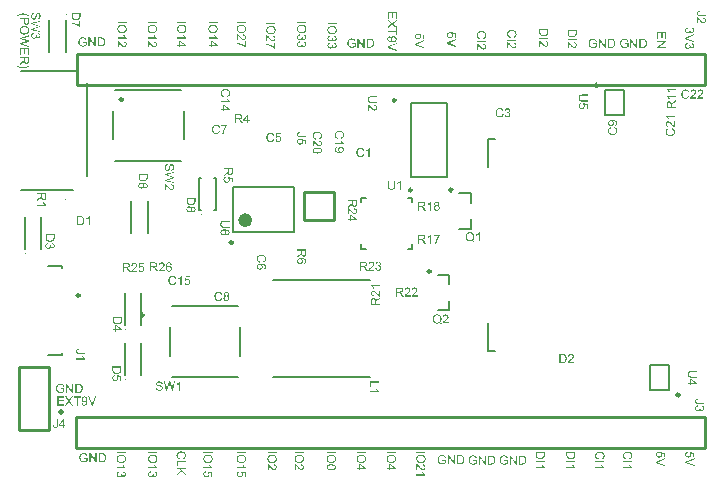
<source format=gto>
G04*
G04 #@! TF.GenerationSoftware,Altium Limited,Altium Designer,18.1.6 (161)*
G04*
G04 Layer_Color=65535*
%FSAX44Y44*%
%MOMM*%
G71*
G01*
G75*
%ADD10C,0.2500*%
%ADD11C,0.1000*%
%ADD12C,0.6000*%
%ADD13C,0.5080*%
%ADD14C,0.2000*%
%ADD15C,0.2540*%
%ADD16C,0.1270*%
G36*
X00008307Y00395990D02*
X00008427D01*
X00008557Y00395980D01*
X00008696Y00395970D01*
X00008866Y00395950D01*
X00009036Y00395930D01*
X00009226Y00395900D01*
X00009635Y00395830D01*
X00010054Y00395731D01*
X00010483Y00395601D01*
X00010503Y00395591D01*
X00010543Y00395581D01*
X00010613Y00395551D01*
X00010713Y00395511D01*
X00010833Y00395461D01*
X00010972Y00395401D01*
X00011132Y00395331D01*
X00011312Y00395241D01*
X00011501Y00395141D01*
X00011711Y00395042D01*
X00011931Y00394922D01*
X00012160Y00394792D01*
X00012400Y00394642D01*
X00012639Y00394493D01*
X00012879Y00394323D01*
X00013128Y00394143D01*
Y00393465D01*
X00013118Y00393475D01*
X00013079Y00393494D01*
X00013029Y00393524D01*
X00012949Y00393564D01*
X00012859Y00393614D01*
X00012759Y00393674D01*
X00012639Y00393744D01*
X00012520Y00393814D01*
X00012270Y00393954D01*
X00012011Y00394093D01*
X00011771Y00394213D01*
X00011661Y00394273D01*
X00011571Y00394313D01*
X00011561D01*
X00011541Y00394323D01*
X00011501Y00394343D01*
X00011442Y00394363D01*
X00011382Y00394393D01*
X00011302Y00394423D01*
X00011212Y00394453D01*
X00011112Y00394493D01*
X00010883Y00394572D01*
X00010633Y00394662D01*
X00010353Y00394742D01*
X00010064Y00394812D01*
X00010054D01*
X00010024Y00394822D01*
X00009964Y00394832D01*
X00009894Y00394842D01*
X00009804Y00394862D01*
X00009705Y00394882D01*
X00009585Y00394902D01*
X00009455Y00394922D01*
X00009305Y00394942D01*
X00009156Y00394962D01*
X00008826Y00395002D01*
X00008467Y00395022D01*
X00008098Y00395032D01*
X00008087D01*
X00008067D01*
X00008038D01*
X00007988D01*
X00007918Y00395022D01*
X00007848D01*
X00007758Y00395012D01*
X00007668D01*
X00007558Y00394992D01*
X00007439Y00394982D01*
X00007309Y00394972D01*
X00007169Y00394952D01*
X00006860Y00394902D01*
X00006520Y00394832D01*
X00006151Y00394752D01*
X00005762Y00394652D01*
X00005342Y00394523D01*
X00004913Y00394373D01*
X00004464Y00394193D01*
X00004005Y00393984D01*
X00003536Y00393744D01*
X00003066Y00393465D01*
Y00394143D01*
X00003076Y00394153D01*
X00003116Y00394173D01*
X00003166Y00394223D01*
X00003246Y00394273D01*
X00003336Y00394343D01*
X00003446Y00394423D01*
X00003575Y00394513D01*
X00003725Y00394603D01*
X00003885Y00394702D01*
X00004065Y00394812D01*
X00004254Y00394922D01*
X00004454Y00395032D01*
X00004664Y00395151D01*
X00004893Y00395261D01*
X00005362Y00395471D01*
X00005382Y00395481D01*
X00005422Y00395491D01*
X00005492Y00395521D01*
X00005592Y00395551D01*
X00005712Y00395591D01*
X00005852Y00395641D01*
X00006021Y00395690D01*
X00006201Y00395731D01*
X00006400Y00395780D01*
X00006610Y00395830D01*
X00006840Y00395880D01*
X00007069Y00395920D01*
X00007568Y00395980D01*
X00007838Y00395990D01*
X00008098Y00396000D01*
X00008108D01*
X00008157D01*
X00008217D01*
X00008307Y00395990D01*
D02*
G37*
G36*
X00012999Y00389092D02*
X00012989Y00388923D01*
X00012979Y00388743D01*
X00012969Y00388543D01*
X00012949Y00388354D01*
X00012919Y00388194D01*
Y00388164D01*
X00012909Y00388144D01*
X00012899Y00388104D01*
X00012879Y00387994D01*
X00012839Y00387864D01*
X00012789Y00387715D01*
X00012729Y00387565D01*
X00012649Y00387405D01*
X00012559Y00387256D01*
X00012550Y00387236D01*
X00012510Y00387196D01*
X00012450Y00387116D01*
X00012370Y00387036D01*
X00012270Y00386936D01*
X00012140Y00386826D01*
X00011990Y00386726D01*
X00011821Y00386637D01*
X00011811D01*
X00011801Y00386627D01*
X00011771Y00386617D01*
X00011741Y00386597D01*
X00011641Y00386557D01*
X00011511Y00386517D01*
X00011352Y00386477D01*
X00011172Y00386437D01*
X00010982Y00386407D01*
X00010773Y00386397D01*
X00010763D01*
X00010733D01*
X00010683D01*
X00010613Y00386407D01*
X00010523Y00386417D01*
X00010423Y00386427D01*
X00010314Y00386447D01*
X00010204Y00386477D01*
X00009934Y00386547D01*
X00009804Y00386597D01*
X00009665Y00386667D01*
X00009525Y00386736D01*
X00009385Y00386816D01*
X00009245Y00386916D01*
X00009116Y00387026D01*
X00009106Y00387036D01*
X00009086Y00387056D01*
X00009056Y00387096D01*
X00009006Y00387146D01*
X00008956Y00387216D01*
X00008906Y00387305D01*
X00008836Y00387415D01*
X00008776Y00387535D01*
X00008716Y00387685D01*
X00008656Y00387845D01*
X00008597Y00388034D01*
X00008547Y00388234D01*
X00008497Y00388463D01*
X00008467Y00388713D01*
X00008447Y00388983D01*
X00008437Y00389272D01*
Y00391228D01*
X00005322D01*
Y00392247D01*
X00012999D01*
Y00389092D01*
D02*
G37*
G36*
X00009235Y00385399D02*
X00009375Y00385389D01*
X00009535Y00385379D01*
X00009715Y00385359D01*
X00009924Y00385319D01*
X00010144Y00385279D01*
X00010383Y00385229D01*
X00010623Y00385159D01*
X00010872Y00385079D01*
X00011122Y00384980D01*
X00011362Y00384860D01*
X00011601Y00384730D01*
X00011831Y00384570D01*
X00012040Y00384391D01*
X00012050Y00384381D01*
X00012090Y00384341D01*
X00012140Y00384281D01*
X00012210Y00384201D01*
X00012290Y00384101D01*
X00012390Y00383981D01*
X00012480Y00383832D01*
X00012589Y00383672D01*
X00012689Y00383492D01*
X00012789Y00383293D01*
X00012879Y00383073D01*
X00012959Y00382834D01*
X00013029Y00382584D01*
X00013079Y00382314D01*
X00013118Y00382035D01*
X00013128Y00381735D01*
Y00381636D01*
X00013118Y00381556D01*
X00013109Y00381466D01*
X00013099Y00381356D01*
X00013089Y00381236D01*
X00013069Y00381097D01*
X00013009Y00380807D01*
X00012919Y00380488D01*
X00012859Y00380318D01*
X00012789Y00380158D01*
X00012709Y00379989D01*
X00012619Y00379829D01*
X00012609Y00379819D01*
X00012599Y00379789D01*
X00012570Y00379749D01*
X00012530Y00379689D01*
X00012470Y00379619D01*
X00012410Y00379529D01*
X00012340Y00379440D01*
X00012250Y00379340D01*
X00012160Y00379240D01*
X00012050Y00379130D01*
X00011931Y00379020D01*
X00011811Y00378910D01*
X00011671Y00378811D01*
X00011521Y00378711D01*
X00011202Y00378521D01*
X00011192Y00378511D01*
X00011162Y00378501D01*
X00011112Y00378481D01*
X00011042Y00378451D01*
X00010952Y00378421D01*
X00010853Y00378381D01*
X00010733Y00378341D01*
X00010603Y00378292D01*
X00010463Y00378252D01*
X00010303Y00378212D01*
X00010134Y00378172D01*
X00009954Y00378142D01*
X00009565Y00378092D01*
X00009355Y00378072D01*
X00009146D01*
X00009136D01*
X00009096D01*
X00009036D01*
X00008946Y00378082D01*
X00008846D01*
X00008726Y00378092D01*
X00008597Y00378112D01*
X00008447Y00378132D01*
X00008287Y00378162D01*
X00008117Y00378192D01*
X00007768Y00378272D01*
X00007409Y00378391D01*
X00007229Y00378471D01*
X00007049Y00378551D01*
X00007039Y00378561D01*
X00007009Y00378571D01*
X00006959Y00378601D01*
X00006900Y00378641D01*
X00006820Y00378691D01*
X00006730Y00378741D01*
X00006640Y00378811D01*
X00006530Y00378890D01*
X00006421Y00378980D01*
X00006311Y00379080D01*
X00006081Y00379310D01*
X00005852Y00379579D01*
X00005752Y00379729D01*
X00005662Y00379889D01*
Y00379899D01*
X00005642Y00379929D01*
X00005622Y00379979D01*
X00005592Y00380038D01*
X00005552Y00380118D01*
X00005512Y00380208D01*
X00005472Y00380318D01*
X00005432Y00380438D01*
X00005382Y00380578D01*
X00005342Y00380717D01*
X00005263Y00381037D01*
X00005213Y00381376D01*
X00005203Y00381556D01*
X00005193Y00381745D01*
Y00381855D01*
X00005203Y00381925D01*
X00005213Y00382025D01*
X00005223Y00382135D01*
X00005233Y00382254D01*
X00005263Y00382394D01*
X00005322Y00382694D01*
X00005412Y00383023D01*
X00005472Y00383193D01*
X00005542Y00383353D01*
X00005622Y00383522D01*
X00005712Y00383682D01*
X00005722Y00383692D01*
X00005732Y00383722D01*
X00005762Y00383762D01*
X00005811Y00383822D01*
X00005861Y00383892D01*
X00005921Y00383971D01*
X00006001Y00384061D01*
X00006081Y00384161D01*
X00006181Y00384261D01*
X00006291Y00384371D01*
X00006410Y00384481D01*
X00006530Y00384580D01*
X00006820Y00384790D01*
X00007139Y00384970D01*
X00007149D01*
X00007179Y00384990D01*
X00007229Y00385010D01*
X00007299Y00385039D01*
X00007379Y00385070D01*
X00007479Y00385109D01*
X00007598Y00385149D01*
X00007718Y00385189D01*
X00007858Y00385229D01*
X00008008Y00385269D01*
X00008327Y00385339D01*
X00008686Y00385389D01*
X00008866Y00385399D01*
X00009056Y00385409D01*
X00009066D01*
X00009076D01*
X00009106D01*
X00009136D01*
X00009235Y00385399D01*
D02*
G37*
G36*
X00012999Y00376415D02*
X00007958Y00375257D01*
X00007948D01*
X00007918Y00375247D01*
X00007878Y00375237D01*
X00007818Y00375227D01*
X00007748Y00375207D01*
X00007668Y00375187D01*
X00007568Y00375167D01*
X00007469Y00375147D01*
X00007229Y00375097D01*
X00006959Y00375037D01*
X00006680Y00374987D01*
X00006391Y00374938D01*
X00006400D01*
X00006440Y00374928D01*
X00006510Y00374908D01*
X00006590Y00374888D01*
X00006680Y00374868D01*
X00006790Y00374838D01*
X00007029Y00374778D01*
X00007279Y00374718D01*
X00007399Y00374688D01*
X00007509Y00374668D01*
X00007608Y00374638D01*
X00007688Y00374618D01*
X00007758Y00374598D01*
X00007808Y00374588D01*
X00012999Y00373131D01*
Y00371903D01*
X00009106Y00370815D01*
X00009086Y00370805D01*
X00009046Y00370795D01*
X00008966Y00370775D01*
X00008856Y00370745D01*
X00008736Y00370715D01*
X00008577Y00370675D01*
X00008407Y00370625D01*
X00008227Y00370585D01*
X00008018Y00370535D01*
X00007808Y00370485D01*
X00007578Y00370436D01*
X00007349Y00370386D01*
X00006870Y00370286D01*
X00006391Y00370206D01*
X00006400D01*
X00006421Y00370196D01*
X00006460Y00370186D01*
X00006520Y00370176D01*
X00006590Y00370166D01*
X00006670Y00370146D01*
X00006770Y00370126D01*
X00006870Y00370106D01*
X00006989Y00370076D01*
X00007119Y00370046D01*
X00007399Y00369986D01*
X00007718Y00369907D01*
X00008058Y00369827D01*
X00012999Y00368619D01*
Y00367591D01*
X00005322Y00369697D01*
Y00370685D01*
X00011162Y00372292D01*
X00011172D01*
X00011192Y00372302D01*
X00011232Y00372312D01*
X00011282Y00372322D01*
X00011402Y00372362D01*
X00011551Y00372402D01*
X00011711Y00372442D01*
X00011861Y00372482D01*
X00011981Y00372522D01*
X00012031Y00372532D01*
X00012070Y00372542D01*
X00012060D01*
X00012050Y00372552D01*
X00012020D01*
X00011981Y00372562D01*
X00011881Y00372582D01*
X00011761Y00372612D01*
X00011621Y00372652D01*
X00011461Y00372692D01*
X00011312Y00372732D01*
X00011162Y00372771D01*
X00005322Y00374389D01*
Y00375457D01*
X00012999Y00377463D01*
Y00376415D01*
D02*
G37*
G36*
Y00361082D02*
X00012090D01*
Y00365604D01*
X00009754D01*
Y00361372D01*
X00008846D01*
Y00365604D01*
X00006231D01*
Y00360903D01*
X00005322D01*
Y00366622D01*
X00012999D01*
Y00361082D01*
D02*
G37*
G36*
Y00355911D02*
X00012989Y00355822D01*
Y00355732D01*
X00012979Y00355622D01*
X00012969Y00355502D01*
X00012949Y00355253D01*
X00012909Y00354993D01*
X00012859Y00354744D01*
X00012829Y00354624D01*
X00012789Y00354524D01*
Y00354514D01*
X00012779Y00354504D01*
X00012769Y00354474D01*
X00012749Y00354434D01*
X00012699Y00354334D01*
X00012619Y00354215D01*
X00012520Y00354075D01*
X00012390Y00353935D01*
X00012230Y00353795D01*
X00012050Y00353666D01*
X00012040D01*
X00012031Y00353656D01*
X00012000Y00353635D01*
X00011961Y00353616D01*
X00011851Y00353566D01*
X00011711Y00353506D01*
X00011541Y00353446D01*
X00011342Y00353396D01*
X00011122Y00353356D01*
X00010892Y00353346D01*
X00010883D01*
X00010853D01*
X00010813D01*
X00010753Y00353356D01*
X00010683Y00353366D01*
X00010603Y00353376D01*
X00010413Y00353416D01*
X00010194Y00353476D01*
X00009964Y00353566D01*
X00009854Y00353626D01*
X00009735Y00353695D01*
X00009625Y00353785D01*
X00009515Y00353875D01*
X00009505Y00353885D01*
X00009495Y00353895D01*
X00009465Y00353935D01*
X00009425Y00353975D01*
X00009385Y00354035D01*
X00009335Y00354105D01*
X00009275Y00354185D01*
X00009215Y00354274D01*
X00009156Y00354384D01*
X00009096Y00354504D01*
X00009036Y00354644D01*
X00008976Y00354794D01*
X00008926Y00354953D01*
X00008876Y00355123D01*
X00008836Y00355312D01*
X00008806Y00355512D01*
X00008796Y00355492D01*
X00008776Y00355442D01*
X00008736Y00355372D01*
X00008686Y00355283D01*
X00008557Y00355083D01*
X00008487Y00354993D01*
X00008417Y00354903D01*
Y00354893D01*
X00008397Y00354883D01*
X00008347Y00354823D01*
X00008257Y00354744D01*
X00008137Y00354624D01*
X00007998Y00354494D01*
X00007818Y00354354D01*
X00007618Y00354204D01*
X00007399Y00354055D01*
X00005322Y00352727D01*
Y00354005D01*
X00006910Y00355013D01*
X00006920D01*
X00006939Y00355033D01*
X00006980Y00355053D01*
X00007019Y00355083D01*
X00007079Y00355123D01*
X00007149Y00355173D01*
X00007299Y00355273D01*
X00007469Y00355392D01*
X00007638Y00355512D01*
X00007808Y00355632D01*
X00007958Y00355752D01*
X00007978Y00355762D01*
X00008018Y00355802D01*
X00008087Y00355852D01*
X00008157Y00355922D01*
X00008247Y00356001D01*
X00008337Y00356091D01*
X00008407Y00356181D01*
X00008477Y00356271D01*
X00008487Y00356281D01*
X00008497Y00356311D01*
X00008527Y00356351D01*
X00008557Y00356411D01*
X00008597Y00356480D01*
X00008626Y00356560D01*
X00008686Y00356730D01*
Y00356740D01*
X00008696Y00356760D01*
Y00356800D01*
X00008706Y00356860D01*
X00008716Y00356940D01*
Y00357039D01*
X00008726Y00357149D01*
Y00358467D01*
X00005322D01*
Y00359485D01*
X00012999D01*
Y00355911D01*
D02*
G37*
G36*
X00013128Y00351250D02*
X00013118Y00351240D01*
X00013069Y00351210D01*
X00012999Y00351160D01*
X00012899Y00351090D01*
X00012779Y00351010D01*
X00012639Y00350910D01*
X00012480Y00350811D01*
X00012300Y00350701D01*
X00012110Y00350581D01*
X00011901Y00350471D01*
X00011681Y00350341D01*
X00011461Y00350222D01*
X00010982Y00350002D01*
X00010733Y00349892D01*
X00010483Y00349802D01*
X00010473D01*
X00010433Y00349782D01*
X00010373Y00349762D01*
X00010284Y00349743D01*
X00010184Y00349703D01*
X00010054Y00349673D01*
X00009914Y00349633D01*
X00009754Y00349593D01*
X00009585Y00349563D01*
X00009405Y00349523D01*
X00009205Y00349483D01*
X00008996Y00349453D01*
X00008557Y00349413D01*
X00008098Y00349393D01*
X00008077D01*
X00008038D01*
X00007958D01*
X00007858Y00349403D01*
X00007728Y00349413D01*
X00007578Y00349423D01*
X00007409Y00349443D01*
X00007229Y00349463D01*
X00007019Y00349493D01*
X00006810Y00349523D01*
X00006580Y00349573D01*
X00006351Y00349623D01*
X00006101Y00349683D01*
X00005861Y00349762D01*
X00005612Y00349842D01*
X00005362Y00349942D01*
X00005352Y00349952D01*
X00005303Y00349962D01*
X00005233Y00349992D01*
X00005143Y00350042D01*
X00005033Y00350092D01*
X00004893Y00350152D01*
X00004743Y00350222D01*
X00004584Y00350312D01*
X00004414Y00350401D01*
X00004224Y00350501D01*
X00003845Y00350721D01*
X00003446Y00350970D01*
X00003066Y00351250D01*
Y00351929D01*
X00003076D01*
X00003096Y00351909D01*
X00003126Y00351889D01*
X00003176Y00351859D01*
X00003236Y00351829D01*
X00003316Y00351779D01*
X00003396Y00351739D01*
X00003496Y00351679D01*
X00003605Y00351629D01*
X00003725Y00351569D01*
X00003855Y00351499D01*
X00003995Y00351429D01*
X00004294Y00351290D01*
X00004634Y00351140D01*
X00005003Y00351000D01*
X00005392Y00350860D01*
X00005811Y00350721D01*
X00006251Y00350601D01*
X00006700Y00350501D01*
X00007159Y00350431D01*
X00007628Y00350381D01*
X00008098Y00350361D01*
X00008108D01*
X00008137D01*
X00008197D01*
X00008267D01*
X00008357Y00350371D01*
X00008457D01*
X00008577Y00350381D01*
X00008706Y00350391D01*
X00008846Y00350401D01*
X00009006Y00350421D01*
X00009335Y00350461D01*
X00009685Y00350511D01*
X00010044Y00350591D01*
X00010054D01*
X00010084Y00350601D01*
X00010124Y00350611D01*
X00010184Y00350621D01*
X00010254Y00350641D01*
X00010333Y00350661D01*
X00010423Y00350691D01*
X00010533Y00350721D01*
X00010763Y00350791D01*
X00011012Y00350881D01*
X00011282Y00350980D01*
X00011551Y00351090D01*
X00011561D01*
X00011571Y00351100D01*
X00011601Y00351110D01*
X00011641Y00351130D01*
X00011691Y00351160D01*
X00011761Y00351190D01*
X00011831Y00351220D01*
X00011921Y00351270D01*
X00012031Y00351320D01*
X00012140Y00351380D01*
X00012270Y00351449D01*
X00012420Y00351529D01*
X00012570Y00351609D01*
X00012739Y00351709D01*
X00012929Y00351809D01*
X00013128Y00351929D01*
Y00351250D01*
D02*
G37*
G36*
X00039926Y00082470D02*
X00040006D01*
X00040106Y00082460D01*
X00040205Y00082450D01*
X00040445Y00082410D01*
X00040695Y00082360D01*
X00040954Y00082290D01*
X00041214Y00082200D01*
X00041224D01*
X00041244Y00082190D01*
X00041274Y00082170D01*
X00041323Y00082150D01*
X00041383Y00082121D01*
X00041443Y00082091D01*
X00041593Y00082011D01*
X00041763Y00081901D01*
X00041942Y00081771D01*
X00042112Y00081621D01*
X00042262Y00081452D01*
Y00081442D01*
X00042282Y00081432D01*
X00042302Y00081402D01*
X00042322Y00081362D01*
X00042362Y00081322D01*
X00042392Y00081262D01*
X00042481Y00081112D01*
X00042581Y00080933D01*
X00042671Y00080723D01*
X00042771Y00080473D01*
X00042851Y00080194D01*
X00041933Y00079944D01*
Y00079954D01*
X00041922Y00079974D01*
X00041912Y00080004D01*
X00041902Y00080044D01*
X00041863Y00080144D01*
X00041813Y00080284D01*
X00041753Y00080423D01*
X00041683Y00080583D01*
X00041593Y00080733D01*
X00041503Y00080863D01*
X00041493Y00080883D01*
X00041453Y00080923D01*
X00041393Y00080983D01*
X00041314Y00081062D01*
X00041214Y00081142D01*
X00041084Y00081232D01*
X00040934Y00081322D01*
X00040764Y00081402D01*
X00040755D01*
X00040745Y00081412D01*
X00040685Y00081432D01*
X00040585Y00081472D01*
X00040455Y00081512D01*
X00040305Y00081542D01*
X00040126Y00081581D01*
X00039926Y00081601D01*
X00039716Y00081611D01*
X00039597D01*
X00039537Y00081601D01*
X00039467D01*
X00039307Y00081581D01*
X00039118Y00081561D01*
X00038908Y00081522D01*
X00038708Y00081462D01*
X00038509Y00081392D01*
X00038499D01*
X00038489Y00081382D01*
X00038429Y00081352D01*
X00038329Y00081312D01*
X00038219Y00081242D01*
X00038089Y00081162D01*
X00037950Y00081072D01*
X00037810Y00080953D01*
X00037690Y00080833D01*
X00037680Y00080813D01*
X00037640Y00080773D01*
X00037580Y00080703D01*
X00037510Y00080613D01*
X00037441Y00080503D01*
X00037361Y00080374D01*
X00037281Y00080224D01*
X00037211Y00080074D01*
Y00080064D01*
X00037201Y00080044D01*
X00037181Y00080004D01*
X00037171Y00079954D01*
X00037141Y00079885D01*
X00037121Y00079805D01*
X00037091Y00079715D01*
X00037071Y00079615D01*
X00037011Y00079385D01*
X00036971Y00079126D01*
X00036931Y00078836D01*
X00036921Y00078527D01*
Y00078517D01*
Y00078477D01*
Y00078427D01*
X00036931Y00078357D01*
Y00078267D01*
X00036941Y00078168D01*
X00036951Y00078048D01*
X00036961Y00077928D01*
X00037011Y00077659D01*
X00037071Y00077369D01*
X00037151Y00077080D01*
X00037271Y00076810D01*
Y00076800D01*
X00037291Y00076780D01*
X00037311Y00076740D01*
X00037341Y00076700D01*
X00037371Y00076640D01*
X00037420Y00076570D01*
X00037530Y00076421D01*
X00037670Y00076261D01*
X00037850Y00076081D01*
X00038049Y00075922D01*
X00038289Y00075782D01*
X00038299D01*
X00038319Y00075772D01*
X00038359Y00075752D01*
X00038409Y00075732D01*
X00038469Y00075702D01*
X00038549Y00075682D01*
X00038628Y00075652D01*
X00038728Y00075622D01*
X00038938Y00075552D01*
X00039177Y00075502D01*
X00039447Y00075462D01*
X00039726Y00075452D01*
X00039836D01*
X00039896Y00075462D01*
X00039966D01*
X00040136Y00075482D01*
X00040335Y00075512D01*
X00040545Y00075562D01*
X00040774Y00075622D01*
X00041014Y00075702D01*
X00041024D01*
X00041044Y00075712D01*
X00041074Y00075732D01*
X00041114Y00075742D01*
X00041234Y00075792D01*
X00041374Y00075862D01*
X00041523Y00075942D01*
X00041683Y00076031D01*
X00041833Y00076131D01*
X00041972Y00076241D01*
Y00077678D01*
X00039716D01*
Y00078587D01*
X00042971D01*
Y00075732D01*
X00042961Y00075722D01*
X00042941Y00075702D01*
X00042901Y00075672D01*
X00042841Y00075632D01*
X00042771Y00075582D01*
X00042691Y00075532D01*
X00042601Y00075472D01*
X00042501Y00075402D01*
X00042262Y00075253D01*
X00042002Y00075113D01*
X00041723Y00074963D01*
X00041423Y00074844D01*
X00041413D01*
X00041383Y00074833D01*
X00041343Y00074813D01*
X00041284Y00074794D01*
X00041214Y00074774D01*
X00041124Y00074754D01*
X00041024Y00074724D01*
X00040924Y00074694D01*
X00040675Y00074644D01*
X00040395Y00074594D01*
X00040096Y00074554D01*
X00039786Y00074544D01*
X00039676D01*
X00039597Y00074554D01*
X00039497D01*
X00039377Y00074574D01*
X00039247Y00074584D01*
X00039107Y00074604D01*
X00038948Y00074634D01*
X00038788Y00074664D01*
X00038439Y00074744D01*
X00038089Y00074864D01*
X00037910Y00074943D01*
X00037730Y00075023D01*
X00037720Y00075033D01*
X00037690Y00075043D01*
X00037640Y00075073D01*
X00037580Y00075113D01*
X00037500Y00075163D01*
X00037411Y00075223D01*
X00037321Y00075303D01*
X00037211Y00075382D01*
X00037101Y00075472D01*
X00036991Y00075582D01*
X00036872Y00075692D01*
X00036762Y00075822D01*
X00036642Y00075951D01*
X00036532Y00076101D01*
X00036432Y00076251D01*
X00036342Y00076421D01*
Y00076431D01*
X00036323Y00076461D01*
X00036302Y00076511D01*
X00036272Y00076580D01*
X00036233Y00076670D01*
X00036193Y00076770D01*
X00036153Y00076890D01*
X00036113Y00077020D01*
X00036063Y00077169D01*
X00036023Y00077329D01*
X00035983Y00077489D01*
X00035943Y00077668D01*
X00035893Y00078058D01*
X00035883Y00078257D01*
X00035873Y00078467D01*
Y00078477D01*
Y00078517D01*
Y00078577D01*
X00035883Y00078657D01*
Y00078756D01*
X00035893Y00078876D01*
X00035913Y00079006D01*
X00035933Y00079156D01*
X00035953Y00079306D01*
X00035983Y00079475D01*
X00036063Y00079825D01*
X00036183Y00080194D01*
X00036253Y00080384D01*
X00036332Y00080563D01*
X00036342Y00080573D01*
X00036352Y00080603D01*
X00036382Y00080653D01*
X00036422Y00080723D01*
X00036472Y00080803D01*
X00036532Y00080893D01*
X00036602Y00080992D01*
X00036682Y00081102D01*
X00036772Y00081222D01*
X00036872Y00081342D01*
X00036981Y00081462D01*
X00037101Y00081581D01*
X00037371Y00081801D01*
X00037520Y00081911D01*
X00037680Y00082001D01*
X00037690Y00082011D01*
X00037720Y00082021D01*
X00037770Y00082041D01*
X00037840Y00082081D01*
X00037920Y00082111D01*
X00038019Y00082150D01*
X00038139Y00082200D01*
X00038269Y00082240D01*
X00038409Y00082290D01*
X00038568Y00082330D01*
X00038728Y00082370D01*
X00038908Y00082410D01*
X00039297Y00082460D01*
X00039497Y00082470D01*
X00039706Y00082480D01*
X00039846D01*
X00039926Y00082470D01*
D02*
G37*
G36*
X00050507Y00074674D02*
X00049459D01*
X00045436Y00080693D01*
Y00074674D01*
X00044458D01*
Y00082350D01*
X00045496D01*
X00049529Y00076321D01*
Y00082350D01*
X00050507D01*
Y00074674D01*
D02*
G37*
G36*
X00055169Y00082340D02*
X00055359D01*
X00055578Y00082320D01*
X00055808Y00082300D01*
X00056027Y00082270D01*
X00056217Y00082230D01*
X00056227D01*
X00056247Y00082220D01*
X00056287Y00082210D01*
X00056327Y00082200D01*
X00056387Y00082180D01*
X00056457Y00082160D01*
X00056606Y00082111D01*
X00056786Y00082031D01*
X00056976Y00081941D01*
X00057165Y00081821D01*
X00057345Y00081681D01*
X00057355Y00081671D01*
X00057375Y00081661D01*
X00057405Y00081631D01*
X00057445Y00081592D01*
X00057495Y00081542D01*
X00057555Y00081482D01*
X00057614Y00081412D01*
X00057684Y00081332D01*
X00057834Y00081142D01*
X00057984Y00080913D01*
X00058134Y00080663D01*
X00058253Y00080374D01*
Y00080364D01*
X00058263Y00080334D01*
X00058283Y00080294D01*
X00058303Y00080234D01*
X00058323Y00080154D01*
X00058353Y00080064D01*
X00058383Y00079964D01*
X00058413Y00079845D01*
X00058433Y00079715D01*
X00058463Y00079575D01*
X00058493Y00079425D01*
X00058513Y00079266D01*
X00058553Y00078916D01*
X00058563Y00078547D01*
Y00078537D01*
Y00078507D01*
Y00078467D01*
Y00078397D01*
X00058553Y00078327D01*
Y00078237D01*
X00058543Y00078138D01*
X00058533Y00078028D01*
X00058513Y00077788D01*
X00058473Y00077529D01*
X00058423Y00077259D01*
X00058353Y00077000D01*
Y00076990D01*
X00058343Y00076970D01*
X00058333Y00076930D01*
X00058313Y00076890D01*
X00058293Y00076830D01*
X00058273Y00076760D01*
X00058213Y00076610D01*
X00058144Y00076431D01*
X00058054Y00076241D01*
X00057944Y00076051D01*
X00057834Y00075882D01*
X00057824Y00075862D01*
X00057774Y00075812D01*
X00057714Y00075732D01*
X00057625Y00075632D01*
X00057525Y00075522D01*
X00057405Y00075402D01*
X00057265Y00075293D01*
X00057125Y00075183D01*
X00057105Y00075173D01*
X00057056Y00075143D01*
X00056976Y00075093D01*
X00056866Y00075043D01*
X00056736Y00074983D01*
X00056576Y00074913D01*
X00056397Y00074854D01*
X00056207Y00074804D01*
X00056197D01*
X00056187Y00074794D01*
X00056157D01*
X00056117Y00074784D01*
X00056067Y00074774D01*
X00056007Y00074764D01*
X00055858Y00074744D01*
X00055678Y00074714D01*
X00055468Y00074694D01*
X00055229Y00074684D01*
X00054979Y00074674D01*
X00052214D01*
Y00082350D01*
X00055079D01*
X00055169Y00082340D01*
D02*
G37*
G36*
X00047561Y00068023D02*
X00050426Y00064000D01*
X00049179D01*
X00047242Y00066735D01*
X00047232Y00066745D01*
X00047212Y00066775D01*
X00047182Y00066825D01*
X00047142Y00066885D01*
X00047092Y00066955D01*
X00047042Y00067035D01*
X00046922Y00067204D01*
X00046913Y00067184D01*
X00046883Y00067144D01*
X00046843Y00067074D01*
X00046783Y00066995D01*
X00046663Y00066805D01*
X00046613Y00066725D01*
X00046563Y00066655D01*
X00044617Y00064000D01*
X00043399D01*
X00046364Y00067983D01*
X00043748Y00071676D01*
X00044966D01*
X00046364Y00069710D01*
X00046374Y00069700D01*
X00046384Y00069680D01*
X00046403Y00069650D01*
X00046433Y00069610D01*
X00046513Y00069500D01*
X00046603Y00069360D01*
X00046703Y00069211D01*
X00046803Y00069051D01*
X00046893Y00068901D01*
X00046972Y00068772D01*
X00046982Y00068791D01*
X00047022Y00068841D01*
X00047072Y00068921D01*
X00047142Y00069031D01*
X00047232Y00069161D01*
X00047342Y00069310D01*
X00047452Y00069460D01*
X00047581Y00069630D01*
X00049109Y00071676D01*
X00050217D01*
X00047561Y00068023D01*
D02*
G37*
G36*
X00067087Y00064000D02*
X00066028D01*
X00063054Y00071676D01*
X00064162D01*
X00066158Y00066096D01*
Y00066086D01*
X00066168Y00066066D01*
X00066178Y00066026D01*
X00066198Y00065986D01*
X00066218Y00065927D01*
X00066238Y00065857D01*
X00066298Y00065687D01*
X00066358Y00065497D01*
X00066428Y00065288D01*
X00066498Y00065058D01*
X00066557Y00064839D01*
Y00064848D01*
X00066568Y00064868D01*
X00066578Y00064898D01*
X00066588Y00064948D01*
X00066607Y00065008D01*
X00066627Y00065068D01*
X00066677Y00065228D01*
X00066737Y00065417D01*
X00066807Y00065637D01*
X00066887Y00065867D01*
X00066977Y00066096D01*
X00069053Y00071676D01*
X00070081D01*
X00067087Y00064000D01*
D02*
G37*
G36*
X00060039Y00071696D02*
X00060099D01*
X00060179Y00071686D01*
X00060359Y00071656D01*
X00060568Y00071606D01*
X00060798Y00071537D01*
X00061037Y00071437D01*
X00061277Y00071297D01*
X00061287D01*
X00061307Y00071277D01*
X00061337Y00071257D01*
X00061377Y00071227D01*
X00061487Y00071127D01*
X00061626Y00071007D01*
X00061776Y00070838D01*
X00061936Y00070648D01*
X00062085Y00070419D01*
X00062215Y00070149D01*
Y00070139D01*
X00062225Y00070119D01*
X00062245Y00070069D01*
X00062265Y00070009D01*
X00062295Y00069929D01*
X00062315Y00069840D01*
X00062345Y00069730D01*
X00062385Y00069600D01*
X00062415Y00069450D01*
X00062445Y00069291D01*
X00062465Y00069121D01*
X00062495Y00068921D01*
X00062515Y00068712D01*
X00062535Y00068492D01*
X00062545Y00068252D01*
Y00067993D01*
Y00067973D01*
Y00067933D01*
Y00067853D01*
Y00067753D01*
X00062535Y00067624D01*
X00062525Y00067484D01*
X00062515Y00067324D01*
X00062505Y00067144D01*
X00062485Y00066965D01*
X00062465Y00066775D01*
X00062415Y00066376D01*
X00062335Y00065996D01*
X00062285Y00065817D01*
X00062225Y00065647D01*
Y00065637D01*
X00062215Y00065607D01*
X00062195Y00065567D01*
X00062165Y00065507D01*
X00062135Y00065427D01*
X00062095Y00065348D01*
X00061986Y00065158D01*
X00061856Y00064938D01*
X00061686Y00064719D01*
X00061497Y00064509D01*
X00061267Y00064319D01*
X00061257D01*
X00061237Y00064300D01*
X00061207Y00064279D01*
X00061157Y00064250D01*
X00061097Y00064220D01*
X00061027Y00064180D01*
X00060938Y00064140D01*
X00060848Y00064100D01*
X00060628Y00064010D01*
X00060378Y00063940D01*
X00060099Y00063890D01*
X00059949Y00063880D01*
X00059790Y00063870D01*
X00059700D01*
X00059640Y00063880D01*
X00059560Y00063890D01*
X00059480Y00063900D01*
X00059380Y00063910D01*
X00059271Y00063930D01*
X00059041Y00063990D01*
X00058791Y00064080D01*
X00058672Y00064140D01*
X00058552Y00064210D01*
X00058432Y00064279D01*
X00058322Y00064369D01*
X00058312Y00064379D01*
X00058302Y00064389D01*
X00058272Y00064419D01*
X00058232Y00064459D01*
X00058183Y00064509D01*
X00058133Y00064579D01*
X00058083Y00064649D01*
X00058023Y00064729D01*
X00057963Y00064829D01*
X00057903Y00064928D01*
X00057853Y00065048D01*
X00057793Y00065178D01*
X00057743Y00065308D01*
X00057703Y00065457D01*
X00057673Y00065607D01*
X00057643Y00065777D01*
X00058552Y00065847D01*
Y00065837D01*
X00058562Y00065817D01*
Y00065787D01*
X00058572Y00065747D01*
X00058602Y00065627D01*
X00058652Y00065497D01*
X00058702Y00065338D01*
X00058781Y00065188D01*
X00058871Y00065048D01*
X00058981Y00064928D01*
X00059001Y00064918D01*
X00059041Y00064888D01*
X00059111Y00064839D01*
X00059211Y00064789D01*
X00059330Y00064739D01*
X00059470Y00064689D01*
X00059640Y00064659D01*
X00059819Y00064649D01*
X00059889D01*
X00059969Y00064659D01*
X00060079Y00064669D01*
X00060189Y00064699D01*
X00060319Y00064729D01*
X00060448Y00064779D01*
X00060578Y00064839D01*
X00060588Y00064848D01*
X00060638Y00064878D01*
X00060698Y00064918D01*
X00060768Y00064978D01*
X00060858Y00065058D01*
X00060947Y00065148D01*
X00061037Y00065248D01*
X00061117Y00065368D01*
X00061127Y00065388D01*
X00061157Y00065427D01*
X00061187Y00065507D01*
X00061237Y00065607D01*
X00061297Y00065737D01*
X00061357Y00065887D01*
X00061417Y00066066D01*
X00061467Y00066266D01*
Y00066276D01*
X00061477Y00066296D01*
Y00066326D01*
X00061487Y00066366D01*
X00061497Y00066416D01*
X00061507Y00066476D01*
X00061536Y00066625D01*
X00061566Y00066795D01*
X00061586Y00066995D01*
X00061596Y00067204D01*
X00061606Y00067424D01*
Y00067434D01*
Y00067474D01*
Y00067534D01*
Y00067614D01*
X00061596Y00067594D01*
X00061556Y00067544D01*
X00061487Y00067454D01*
X00061397Y00067354D01*
X00061287Y00067234D01*
X00061157Y00067114D01*
X00060997Y00066995D01*
X00060828Y00066885D01*
X00060818D01*
X00060808Y00066875D01*
X00060778Y00066855D01*
X00060738Y00066845D01*
X00060648Y00066795D01*
X00060508Y00066745D01*
X00060359Y00066695D01*
X00060179Y00066645D01*
X00059979Y00066615D01*
X00059770Y00066605D01*
X00059680D01*
X00059610Y00066615D01*
X00059530Y00066625D01*
X00059430Y00066645D01*
X00059330Y00066665D01*
X00059211Y00066695D01*
X00059091Y00066725D01*
X00058961Y00066775D01*
X00058831Y00066825D01*
X00058692Y00066895D01*
X00058552Y00066975D01*
X00058422Y00067064D01*
X00058292Y00067174D01*
X00058162Y00067294D01*
X00058152Y00067304D01*
X00058133Y00067324D01*
X00058103Y00067364D01*
X00058063Y00067424D01*
X00058013Y00067484D01*
X00057953Y00067574D01*
X00057893Y00067673D01*
X00057833Y00067783D01*
X00057773Y00067903D01*
X00057713Y00068043D01*
X00057653Y00068193D01*
X00057604Y00068352D01*
X00057564Y00068522D01*
X00057534Y00068712D01*
X00057514Y00068901D01*
X00057504Y00069111D01*
Y00069121D01*
Y00069161D01*
Y00069221D01*
X00057514Y00069300D01*
X00057524Y00069400D01*
X00057544Y00069520D01*
X00057564Y00069650D01*
X00057593Y00069780D01*
X00057673Y00070079D01*
X00057723Y00070239D01*
X00057793Y00070399D01*
X00057873Y00070548D01*
X00057963Y00070708D01*
X00058063Y00070848D01*
X00058183Y00070988D01*
X00058192Y00070998D01*
X00058212Y00071017D01*
X00058252Y00071057D01*
X00058302Y00071097D01*
X00058372Y00071157D01*
X00058452Y00071217D01*
X00058552Y00071277D01*
X00058662Y00071347D01*
X00058771Y00071417D01*
X00058911Y00071477D01*
X00059051Y00071537D01*
X00059201Y00071596D01*
X00059360Y00071636D01*
X00059540Y00071676D01*
X00059720Y00071696D01*
X00059909Y00071706D01*
X00059979D01*
X00060039Y00071696D01*
D02*
G37*
G36*
X00056825Y00070768D02*
X00054299D01*
Y00064000D01*
X00053281D01*
Y00070768D01*
X00050756D01*
Y00071676D01*
X00056825D01*
Y00070768D01*
D02*
G37*
G36*
X00042600D02*
X00038078D01*
Y00068432D01*
X00042311D01*
Y00067524D01*
X00038078D01*
Y00064908D01*
X00042780D01*
Y00064000D01*
X00037060D01*
Y00071676D01*
X00042600D01*
Y00070768D01*
D02*
G37*
G36*
X00058822Y00375796D02*
X00058902D01*
X00059001Y00375786D01*
X00059101Y00375776D01*
X00059341Y00375736D01*
X00059590Y00375686D01*
X00059850Y00375616D01*
X00060109Y00375527D01*
X00060119D01*
X00060139Y00375517D01*
X00060169Y00375497D01*
X00060219Y00375477D01*
X00060279Y00375447D01*
X00060339Y00375417D01*
X00060489Y00375337D01*
X00060658Y00375227D01*
X00060838Y00375097D01*
X00061008Y00374948D01*
X00061157Y00374778D01*
Y00374768D01*
X00061178Y00374758D01*
X00061198Y00374728D01*
X00061217Y00374688D01*
X00061257Y00374648D01*
X00061287Y00374588D01*
X00061377Y00374439D01*
X00061477Y00374259D01*
X00061567Y00374049D01*
X00061667Y00373800D01*
X00061747Y00373520D01*
X00060828Y00373271D01*
Y00373281D01*
X00060818Y00373301D01*
X00060808Y00373330D01*
X00060798Y00373370D01*
X00060758Y00373470D01*
X00060708Y00373610D01*
X00060648Y00373750D01*
X00060579Y00373909D01*
X00060489Y00374059D01*
X00060399Y00374189D01*
X00060389Y00374209D01*
X00060349Y00374249D01*
X00060289Y00374309D01*
X00060209Y00374389D01*
X00060109Y00374468D01*
X00059980Y00374558D01*
X00059830Y00374648D01*
X00059660Y00374728D01*
X00059650D01*
X00059640Y00374738D01*
X00059580Y00374758D01*
X00059481Y00374798D01*
X00059351Y00374838D01*
X00059201Y00374868D01*
X00059021Y00374908D01*
X00058822Y00374928D01*
X00058612Y00374938D01*
X00058492D01*
X00058432Y00374928D01*
X00058362D01*
X00058203Y00374908D01*
X00058013Y00374888D01*
X00057804Y00374848D01*
X00057604Y00374788D01*
X00057404Y00374718D01*
X00057394D01*
X00057384Y00374708D01*
X00057324Y00374678D01*
X00057224Y00374638D01*
X00057115Y00374568D01*
X00056985Y00374488D01*
X00056845Y00374399D01*
X00056705Y00374279D01*
X00056586Y00374159D01*
X00056576Y00374139D01*
X00056536Y00374099D01*
X00056476Y00374029D01*
X00056406Y00373939D01*
X00056336Y00373830D01*
X00056256Y00373700D01*
X00056176Y00373550D01*
X00056107Y00373400D01*
Y00373390D01*
X00056097Y00373370D01*
X00056077Y00373330D01*
X00056067Y00373281D01*
X00056037Y00373211D01*
X00056017Y00373131D01*
X00055987Y00373041D01*
X00055967Y00372941D01*
X00055907Y00372712D01*
X00055867Y00372452D01*
X00055827Y00372163D01*
X00055817Y00371853D01*
Y00371843D01*
Y00371803D01*
Y00371753D01*
X00055827Y00371683D01*
Y00371594D01*
X00055837Y00371494D01*
X00055847Y00371374D01*
X00055857Y00371254D01*
X00055907Y00370985D01*
X00055967Y00370695D01*
X00056047Y00370406D01*
X00056166Y00370136D01*
Y00370126D01*
X00056186Y00370106D01*
X00056206Y00370066D01*
X00056236Y00370026D01*
X00056266Y00369967D01*
X00056316Y00369897D01*
X00056426Y00369747D01*
X00056566Y00369587D01*
X00056745Y00369408D01*
X00056945Y00369248D01*
X00057185Y00369108D01*
X00057195D01*
X00057215Y00369098D01*
X00057255Y00369078D01*
X00057304Y00369058D01*
X00057364Y00369028D01*
X00057444Y00369008D01*
X00057524Y00368978D01*
X00057624Y00368948D01*
X00057833Y00368878D01*
X00058073Y00368829D01*
X00058343Y00368789D01*
X00058622Y00368779D01*
X00058732D01*
X00058792Y00368789D01*
X00058862D01*
X00059031Y00368809D01*
X00059231Y00368839D01*
X00059441Y00368888D01*
X00059670Y00368948D01*
X00059910Y00369028D01*
X00059920D01*
X00059940Y00369038D01*
X00059970Y00369058D01*
X00060010Y00369068D01*
X00060129Y00369118D01*
X00060269Y00369188D01*
X00060419Y00369268D01*
X00060579Y00369358D01*
X00060728Y00369457D01*
X00060868Y00369567D01*
Y00371005D01*
X00058612D01*
Y00371913D01*
X00061866D01*
Y00369058D01*
X00061856Y00369048D01*
X00061836Y00369028D01*
X00061796Y00368998D01*
X00061736Y00368958D01*
X00061667Y00368908D01*
X00061587Y00368858D01*
X00061497Y00368799D01*
X00061397Y00368729D01*
X00061157Y00368579D01*
X00060898Y00368439D01*
X00060619Y00368289D01*
X00060319Y00368170D01*
X00060309D01*
X00060279Y00368160D01*
X00060239Y00368140D01*
X00060179Y00368120D01*
X00060109Y00368100D01*
X00060020Y00368080D01*
X00059920Y00368050D01*
X00059820Y00368020D01*
X00059570Y00367970D01*
X00059291Y00367920D01*
X00058991Y00367880D01*
X00058682Y00367870D01*
X00058572D01*
X00058492Y00367880D01*
X00058393D01*
X00058273Y00367900D01*
X00058143Y00367910D01*
X00058003Y00367930D01*
X00057843Y00367960D01*
X00057684Y00367990D01*
X00057334Y00368070D01*
X00056985Y00368190D01*
X00056805Y00368270D01*
X00056626Y00368349D01*
X00056616Y00368359D01*
X00056586Y00368369D01*
X00056536Y00368399D01*
X00056476Y00368439D01*
X00056396Y00368489D01*
X00056306Y00368549D01*
X00056216Y00368629D01*
X00056107Y00368709D01*
X00055997Y00368799D01*
X00055887Y00368908D01*
X00055767Y00369018D01*
X00055657Y00369148D01*
X00055538Y00369278D01*
X00055428Y00369427D01*
X00055328Y00369577D01*
X00055238Y00369747D01*
Y00369757D01*
X00055218Y00369787D01*
X00055198Y00369837D01*
X00055168Y00369907D01*
X00055128Y00369996D01*
X00055088Y00370096D01*
X00055048Y00370216D01*
X00055009Y00370346D01*
X00054959Y00370496D01*
X00054919Y00370655D01*
X00054879Y00370815D01*
X00054839Y00370995D01*
X00054789Y00371384D01*
X00054779Y00371584D01*
X00054769Y00371793D01*
Y00371803D01*
Y00371843D01*
Y00371903D01*
X00054779Y00371983D01*
Y00372083D01*
X00054789Y00372202D01*
X00054809Y00372332D01*
X00054829Y00372482D01*
X00054849Y00372632D01*
X00054879Y00372801D01*
X00054959Y00373151D01*
X00055078Y00373520D01*
X00055148Y00373710D01*
X00055228Y00373890D01*
X00055238Y00373899D01*
X00055248Y00373929D01*
X00055278Y00373979D01*
X00055318Y00374049D01*
X00055368Y00374129D01*
X00055428Y00374219D01*
X00055498Y00374319D01*
X00055578Y00374428D01*
X00055667Y00374548D01*
X00055767Y00374668D01*
X00055877Y00374788D01*
X00055997Y00374908D01*
X00056266Y00375127D01*
X00056416Y00375237D01*
X00056576Y00375327D01*
X00056586Y00375337D01*
X00056616Y00375347D01*
X00056666Y00375367D01*
X00056735Y00375407D01*
X00056815Y00375437D01*
X00056915Y00375477D01*
X00057035Y00375527D01*
X00057165Y00375566D01*
X00057304Y00375616D01*
X00057464Y00375656D01*
X00057624Y00375696D01*
X00057804Y00375736D01*
X00058193Y00375786D01*
X00058393Y00375796D01*
X00058602Y00375806D01*
X00058742D01*
X00058822Y00375796D01*
D02*
G37*
G36*
X00069403Y00368000D02*
X00068355D01*
X00064332Y00374019D01*
Y00368000D01*
X00063354D01*
Y00375676D01*
X00064392D01*
X00068425Y00369647D01*
Y00375676D01*
X00069403D01*
Y00368000D01*
D02*
G37*
G36*
X00074064Y00375666D02*
X00074254D01*
X00074474Y00375646D01*
X00074703Y00375626D01*
X00074923Y00375597D01*
X00075113Y00375556D01*
X00075123D01*
X00075143Y00375546D01*
X00075182Y00375537D01*
X00075223Y00375527D01*
X00075282Y00375507D01*
X00075352Y00375487D01*
X00075502Y00375437D01*
X00075682Y00375357D01*
X00075871Y00375267D01*
X00076061Y00375147D01*
X00076241Y00375008D01*
X00076251Y00374997D01*
X00076271Y00374987D01*
X00076301Y00374958D01*
X00076340Y00374918D01*
X00076390Y00374868D01*
X00076450Y00374808D01*
X00076510Y00374738D01*
X00076580Y00374658D01*
X00076730Y00374468D01*
X00076880Y00374239D01*
X00077029Y00373989D01*
X00077149Y00373700D01*
Y00373690D01*
X00077159Y00373660D01*
X00077179Y00373620D01*
X00077199Y00373560D01*
X00077219Y00373480D01*
X00077249Y00373390D01*
X00077279Y00373291D01*
X00077309Y00373171D01*
X00077329Y00373041D01*
X00077359Y00372901D01*
X00077389Y00372752D01*
X00077409Y00372592D01*
X00077449Y00372242D01*
X00077459Y00371873D01*
Y00371863D01*
Y00371833D01*
Y00371793D01*
Y00371723D01*
X00077449Y00371654D01*
Y00371564D01*
X00077439Y00371464D01*
X00077428Y00371354D01*
X00077409Y00371114D01*
X00077369Y00370855D01*
X00077319Y00370585D01*
X00077249Y00370326D01*
Y00370316D01*
X00077239Y00370296D01*
X00077229Y00370256D01*
X00077209Y00370216D01*
X00077189Y00370156D01*
X00077169Y00370086D01*
X00077109Y00369936D01*
X00077039Y00369757D01*
X00076949Y00369567D01*
X00076840Y00369378D01*
X00076730Y00369208D01*
X00076720Y00369188D01*
X00076670Y00369138D01*
X00076610Y00369058D01*
X00076520Y00368958D01*
X00076420Y00368848D01*
X00076301Y00368729D01*
X00076161Y00368619D01*
X00076021Y00368509D01*
X00076001Y00368499D01*
X00075951Y00368469D01*
X00075871Y00368419D01*
X00075761Y00368369D01*
X00075632Y00368309D01*
X00075472Y00368240D01*
X00075292Y00368180D01*
X00075103Y00368130D01*
X00075093D01*
X00075083Y00368120D01*
X00075053D01*
X00075013Y00368110D01*
X00074963Y00368100D01*
X00074903Y00368090D01*
X00074753Y00368070D01*
X00074574Y00368040D01*
X00074364Y00368020D01*
X00074124Y00368010D01*
X00073875Y00368000D01*
X00071110D01*
Y00375676D01*
X00073975D01*
X00074064Y00375666D01*
D02*
G37*
G36*
X00095676Y00387982D02*
X00088000D01*
Y00389000D01*
X00095676D01*
Y00387982D01*
D02*
G37*
G36*
X00091913Y00386494D02*
X00092053Y00386484D01*
X00092213Y00386474D01*
X00092392Y00386454D01*
X00092602Y00386414D01*
X00092822Y00386375D01*
X00093061Y00386325D01*
X00093301Y00386255D01*
X00093550Y00386175D01*
X00093800Y00386075D01*
X00094039Y00385955D01*
X00094279Y00385826D01*
X00094508Y00385666D01*
X00094718Y00385486D01*
X00094728Y00385476D01*
X00094768Y00385436D01*
X00094818Y00385376D01*
X00094888Y00385296D01*
X00094968Y00385197D01*
X00095068Y00385077D01*
X00095157Y00384927D01*
X00095267Y00384767D01*
X00095367Y00384588D01*
X00095467Y00384388D01*
X00095557Y00384168D01*
X00095637Y00383929D01*
X00095706Y00383679D01*
X00095756Y00383410D01*
X00095796Y00383130D01*
X00095806Y00382831D01*
Y00382731D01*
X00095796Y00382651D01*
X00095786Y00382561D01*
X00095776Y00382452D01*
X00095766Y00382332D01*
X00095746Y00382192D01*
X00095686Y00381903D01*
X00095597Y00381583D01*
X00095537Y00381413D01*
X00095467Y00381254D01*
X00095387Y00381084D01*
X00095297Y00380924D01*
X00095287Y00380914D01*
X00095277Y00380884D01*
X00095247Y00380844D01*
X00095207Y00380784D01*
X00095147Y00380715D01*
X00095087Y00380625D01*
X00095018Y00380535D01*
X00094928Y00380435D01*
X00094838Y00380335D01*
X00094728Y00380225D01*
X00094608Y00380116D01*
X00094489Y00380006D01*
X00094349Y00379906D01*
X00094199Y00379806D01*
X00093880Y00379617D01*
X00093870Y00379607D01*
X00093840Y00379597D01*
X00093790Y00379577D01*
X00093720Y00379547D01*
X00093630Y00379517D01*
X00093530Y00379477D01*
X00093411Y00379437D01*
X00093281Y00379387D01*
X00093141Y00379347D01*
X00092981Y00379307D01*
X00092812Y00379267D01*
X00092632Y00379237D01*
X00092243Y00379187D01*
X00092033Y00379167D01*
X00091823D01*
X00091813D01*
X00091773D01*
X00091713D01*
X00091624Y00379177D01*
X00091524D01*
X00091404Y00379187D01*
X00091274Y00379207D01*
X00091125Y00379227D01*
X00090965Y00379257D01*
X00090795Y00379287D01*
X00090446Y00379367D01*
X00090086Y00379487D01*
X00089907Y00379567D01*
X00089727Y00379646D01*
X00089717Y00379656D01*
X00089687Y00379666D01*
X00089637Y00379696D01*
X00089577Y00379736D01*
X00089497Y00379786D01*
X00089408Y00379836D01*
X00089318Y00379906D01*
X00089208Y00379986D01*
X00089098Y00380076D01*
X00088988Y00380176D01*
X00088759Y00380405D01*
X00088529Y00380675D01*
X00088429Y00380824D01*
X00088340Y00380984D01*
Y00380994D01*
X00088320Y00381024D01*
X00088300Y00381074D01*
X00088270Y00381134D01*
X00088230Y00381214D01*
X00088190Y00381304D01*
X00088150Y00381413D01*
X00088110Y00381533D01*
X00088060Y00381673D01*
X00088020Y00381813D01*
X00087940Y00382132D01*
X00087890Y00382472D01*
X00087880Y00382651D01*
X00087870Y00382841D01*
Y00382951D01*
X00087880Y00383021D01*
X00087890Y00383120D01*
X00087900Y00383230D01*
X00087910Y00383350D01*
X00087940Y00383490D01*
X00088000Y00383789D01*
X00088090Y00384118D01*
X00088150Y00384288D01*
X00088220Y00384448D01*
X00088300Y00384618D01*
X00088390Y00384777D01*
X00088399Y00384787D01*
X00088409Y00384817D01*
X00088439Y00384857D01*
X00088489Y00384917D01*
X00088539Y00384987D01*
X00088599Y00385067D01*
X00088679Y00385157D01*
X00088759Y00385257D01*
X00088859Y00385356D01*
X00088968Y00385466D01*
X00089088Y00385576D01*
X00089208Y00385676D01*
X00089497Y00385885D01*
X00089817Y00386065D01*
X00089827D01*
X00089857Y00386085D01*
X00089907Y00386105D01*
X00089977Y00386135D01*
X00090056Y00386165D01*
X00090156Y00386205D01*
X00090276Y00386245D01*
X00090396Y00386285D01*
X00090536Y00386325D01*
X00090685Y00386365D01*
X00091005Y00386434D01*
X00091364Y00386484D01*
X00091544Y00386494D01*
X00091734Y00386504D01*
X00091743D01*
X00091754D01*
X00091783D01*
X00091813D01*
X00091913Y00386494D01*
D02*
G37*
G36*
X00093780Y00377510D02*
X00093800Y00377480D01*
X00093820Y00377440D01*
X00093850Y00377391D01*
X00093880Y00377321D01*
X00093930Y00377241D01*
X00094029Y00377051D01*
X00094159Y00376842D01*
X00094319Y00376602D01*
X00094489Y00376372D01*
X00094678Y00376143D01*
X00094688Y00376133D01*
X00094698Y00376113D01*
X00094728Y00376083D01*
X00094768Y00376043D01*
X00094868Y00375943D01*
X00095008Y00375813D01*
X00095157Y00375684D01*
X00095337Y00375544D01*
X00095517Y00375414D01*
X00095706Y00375304D01*
Y00374695D01*
X00088000D01*
Y00375634D01*
X00094000D01*
X00093989Y00375654D01*
X00093949Y00375694D01*
X00093880Y00375773D01*
X00093800Y00375873D01*
X00093700Y00376003D01*
X00093590Y00376163D01*
X00093470Y00376332D01*
X00093351Y00376532D01*
Y00376542D01*
X00093341Y00376552D01*
X00093321Y00376582D01*
X00093301Y00376622D01*
X00093241Y00376732D01*
X00093171Y00376861D01*
X00093091Y00377011D01*
X00093011Y00377181D01*
X00092931Y00377351D01*
X00092861Y00377520D01*
X00093780D01*
Y00377510D01*
D02*
G37*
G36*
X00088210Y00372409D02*
X00088310Y00372399D01*
X00088419Y00372379D01*
X00088529Y00372350D01*
X00088649Y00372310D01*
X00088659D01*
X00088669Y00372300D01*
X00088699Y00372290D01*
X00088739Y00372270D01*
X00088839Y00372230D01*
X00088968Y00372160D01*
X00089128Y00372070D01*
X00089298Y00371970D01*
X00089478Y00371840D01*
X00089667Y00371691D01*
X00089677Y00371681D01*
X00089687Y00371671D01*
X00089717Y00371641D01*
X00089757Y00371611D01*
X00089867Y00371511D01*
X00090007Y00371371D01*
X00090176Y00371202D01*
X00090376Y00370992D01*
X00090596Y00370742D01*
X00090835Y00370453D01*
X00090845Y00370443D01*
X00090885Y00370403D01*
X00090935Y00370333D01*
X00091005Y00370253D01*
X00091095Y00370153D01*
X00091194Y00370034D01*
X00091304Y00369904D01*
X00091424Y00369774D01*
X00091684Y00369495D01*
X00091953Y00369215D01*
X00092093Y00369085D01*
X00092223Y00368966D01*
X00092342Y00368856D01*
X00092462Y00368766D01*
X00092472Y00368756D01*
X00092492Y00368746D01*
X00092522Y00368726D01*
X00092562Y00368696D01*
X00092622Y00368666D01*
X00092682Y00368626D01*
X00092831Y00368536D01*
X00093001Y00368456D01*
X00093191Y00368387D01*
X00093400Y00368337D01*
X00093500Y00368317D01*
X00093600D01*
X00093610D01*
X00093630D01*
X00093650D01*
X00093690Y00368327D01*
X00093800Y00368337D01*
X00093930Y00368367D01*
X00094079Y00368416D01*
X00094229Y00368486D01*
X00094389Y00368586D01*
X00094538Y00368726D01*
X00094558Y00368746D01*
X00094598Y00368796D01*
X00094658Y00368886D01*
X00094738Y00369006D01*
X00094808Y00369155D01*
X00094868Y00369335D01*
X00094908Y00369544D01*
X00094928Y00369774D01*
Y00369844D01*
X00094918Y00369884D01*
Y00369944D01*
X00094908Y00370014D01*
X00094878Y00370163D01*
X00094828Y00370333D01*
X00094758Y00370523D01*
X00094658Y00370703D01*
X00094518Y00370862D01*
X00094499Y00370882D01*
X00094449Y00370922D01*
X00094349Y00370992D01*
X00094229Y00371062D01*
X00094059Y00371142D01*
X00093870Y00371212D01*
X00093650Y00371251D01*
X00093391Y00371271D01*
X00093490Y00372240D01*
X00093500D01*
X00093540Y00372230D01*
X00093590D01*
X00093670Y00372220D01*
X00093760Y00372200D01*
X00093860Y00372180D01*
X00093980Y00372150D01*
X00094099Y00372110D01*
X00094369Y00372020D01*
X00094508Y00371960D01*
X00094638Y00371890D01*
X00094778Y00371810D01*
X00094908Y00371721D01*
X00095028Y00371621D01*
X00095137Y00371501D01*
X00095147Y00371491D01*
X00095157Y00371471D01*
X00095187Y00371431D01*
X00095227Y00371381D01*
X00095267Y00371311D01*
X00095317Y00371231D01*
X00095367Y00371142D01*
X00095427Y00371032D01*
X00095477Y00370912D01*
X00095527Y00370782D01*
X00095577Y00370643D01*
X00095617Y00370483D01*
X00095656Y00370323D01*
X00095686Y00370144D01*
X00095696Y00369954D01*
X00095706Y00369754D01*
Y00369644D01*
X00095696Y00369575D01*
X00095686Y00369475D01*
X00095676Y00369365D01*
X00095656Y00369245D01*
X00095627Y00369115D01*
X00095557Y00368836D01*
X00095507Y00368696D01*
X00095447Y00368546D01*
X00095377Y00368397D01*
X00095287Y00368257D01*
X00095197Y00368127D01*
X00095087Y00367997D01*
X00095077Y00367987D01*
X00095058Y00367967D01*
X00095028Y00367937D01*
X00094978Y00367897D01*
X00094918Y00367848D01*
X00094848Y00367788D01*
X00094768Y00367738D01*
X00094668Y00367668D01*
X00094568Y00367608D01*
X00094449Y00367558D01*
X00094189Y00367448D01*
X00094049Y00367408D01*
X00093900Y00367378D01*
X00093740Y00367358D01*
X00093570Y00367348D01*
X00093550D01*
X00093490D01*
X00093400Y00367358D01*
X00093281Y00367368D01*
X00093151Y00367398D01*
X00092991Y00367428D01*
X00092831Y00367478D01*
X00092662Y00367538D01*
X00092642Y00367548D01*
X00092582Y00367578D01*
X00092492Y00367618D01*
X00092382Y00367688D01*
X00092243Y00367778D01*
X00092083Y00367887D01*
X00091903Y00368017D01*
X00091723Y00368167D01*
X00091713D01*
X00091704Y00368187D01*
X00091674Y00368217D01*
X00091634Y00368247D01*
X00091584Y00368297D01*
X00091524Y00368357D01*
X00091454Y00368427D01*
X00091374Y00368516D01*
X00091284Y00368606D01*
X00091185Y00368716D01*
X00091065Y00368836D01*
X00090945Y00368966D01*
X00090815Y00369115D01*
X00090685Y00369265D01*
X00090536Y00369445D01*
X00090376Y00369624D01*
X00090366Y00369634D01*
X00090346Y00369664D01*
X00090306Y00369704D01*
X00090266Y00369764D01*
X00090206Y00369824D01*
X00090136Y00369904D01*
X00089987Y00370074D01*
X00089827Y00370263D01*
X00089667Y00370443D01*
X00089597Y00370523D01*
X00089527Y00370593D01*
X00089458Y00370662D01*
X00089408Y00370712D01*
X00089398Y00370722D01*
X00089368Y00370752D01*
X00089318Y00370792D01*
X00089248Y00370852D01*
X00089178Y00370912D01*
X00089088Y00370982D01*
X00088909Y00371112D01*
Y00367338D01*
X00088000D01*
Y00372419D01*
X00088020D01*
X00088060D01*
X00088120D01*
X00088210Y00372409D01*
D02*
G37*
G36*
X00121251Y00387982D02*
X00113575D01*
Y00389000D01*
X00121251D01*
Y00387982D01*
D02*
G37*
G36*
X00117488Y00386494D02*
X00117628Y00386484D01*
X00117787Y00386474D01*
X00117967Y00386454D01*
X00118177Y00386414D01*
X00118396Y00386375D01*
X00118636Y00386325D01*
X00118875Y00386255D01*
X00119125Y00386175D01*
X00119375Y00386075D01*
X00119614Y00385955D01*
X00119854Y00385826D01*
X00120083Y00385666D01*
X00120293Y00385486D01*
X00120303Y00385476D01*
X00120343Y00385436D01*
X00120393Y00385376D01*
X00120463Y00385296D01*
X00120542Y00385197D01*
X00120642Y00385077D01*
X00120732Y00384927D01*
X00120842Y00384767D01*
X00120942Y00384588D01*
X00121041Y00384388D01*
X00121131Y00384168D01*
X00121211Y00383929D01*
X00121281Y00383679D01*
X00121331Y00383410D01*
X00121371Y00383130D01*
X00121381Y00382831D01*
Y00382731D01*
X00121371Y00382651D01*
X00121361Y00382561D01*
X00121351Y00382452D01*
X00121341Y00382332D01*
X00121321Y00382192D01*
X00121261Y00381903D01*
X00121171Y00381583D01*
X00121111Y00381413D01*
X00121041Y00381254D01*
X00120962Y00381084D01*
X00120872Y00380924D01*
X00120862Y00380914D01*
X00120852Y00380884D01*
X00120822Y00380844D01*
X00120782Y00380784D01*
X00120722Y00380715D01*
X00120662Y00380625D01*
X00120592Y00380535D01*
X00120503Y00380435D01*
X00120413Y00380335D01*
X00120303Y00380225D01*
X00120183Y00380116D01*
X00120063Y00380006D01*
X00119923Y00379906D01*
X00119774Y00379806D01*
X00119454Y00379617D01*
X00119444Y00379607D01*
X00119414Y00379597D01*
X00119365Y00379577D01*
X00119295Y00379547D01*
X00119205Y00379517D01*
X00119105Y00379477D01*
X00118985Y00379437D01*
X00118855Y00379387D01*
X00118716Y00379347D01*
X00118556Y00379307D01*
X00118386Y00379267D01*
X00118207Y00379237D01*
X00117817Y00379187D01*
X00117608Y00379167D01*
X00117398D01*
X00117388D01*
X00117348D01*
X00117288D01*
X00117198Y00379177D01*
X00117099D01*
X00116979Y00379187D01*
X00116849Y00379207D01*
X00116699Y00379227D01*
X00116539Y00379257D01*
X00116370Y00379287D01*
X00116020Y00379367D01*
X00115661Y00379487D01*
X00115481Y00379567D01*
X00115302Y00379646D01*
X00115292Y00379656D01*
X00115262Y00379666D01*
X00115212Y00379696D01*
X00115152Y00379736D01*
X00115072Y00379786D01*
X00114982Y00379836D01*
X00114893Y00379906D01*
X00114783Y00379986D01*
X00114673Y00380076D01*
X00114563Y00380176D01*
X00114333Y00380405D01*
X00114104Y00380675D01*
X00114004Y00380824D01*
X00113914Y00380984D01*
Y00380994D01*
X00113894Y00381024D01*
X00113874Y00381074D01*
X00113844Y00381134D01*
X00113804Y00381214D01*
X00113764Y00381304D01*
X00113725Y00381413D01*
X00113685Y00381533D01*
X00113635Y00381673D01*
X00113595Y00381813D01*
X00113515Y00382132D01*
X00113465Y00382472D01*
X00113455Y00382651D01*
X00113445Y00382841D01*
Y00382951D01*
X00113455Y00383021D01*
X00113465Y00383120D01*
X00113475Y00383230D01*
X00113485Y00383350D01*
X00113515Y00383490D01*
X00113575Y00383789D01*
X00113665Y00384118D01*
X00113725Y00384288D01*
X00113794Y00384448D01*
X00113874Y00384618D01*
X00113964Y00384777D01*
X00113974Y00384787D01*
X00113984Y00384817D01*
X00114014Y00384857D01*
X00114064Y00384917D01*
X00114114Y00384987D01*
X00114174Y00385067D01*
X00114254Y00385157D01*
X00114333Y00385257D01*
X00114433Y00385356D01*
X00114543Y00385466D01*
X00114663Y00385576D01*
X00114783Y00385676D01*
X00115072Y00385885D01*
X00115392Y00386065D01*
X00115402D01*
X00115431Y00386085D01*
X00115481Y00386105D01*
X00115551Y00386135D01*
X00115631Y00386165D01*
X00115731Y00386205D01*
X00115851Y00386245D01*
X00115971Y00386285D01*
X00116110Y00386325D01*
X00116260Y00386365D01*
X00116580Y00386434D01*
X00116939Y00386484D01*
X00117119Y00386494D01*
X00117308Y00386504D01*
X00117318D01*
X00117328D01*
X00117358D01*
X00117388D01*
X00117488Y00386494D01*
D02*
G37*
G36*
X00119354Y00377510D02*
X00119375Y00377480D01*
X00119395Y00377440D01*
X00119424Y00377391D01*
X00119454Y00377321D01*
X00119504Y00377241D01*
X00119604Y00377051D01*
X00119734Y00376842D01*
X00119894Y00376602D01*
X00120063Y00376372D01*
X00120253Y00376143D01*
X00120263Y00376133D01*
X00120273Y00376113D01*
X00120303Y00376083D01*
X00120343Y00376043D01*
X00120443Y00375943D01*
X00120582Y00375813D01*
X00120732Y00375684D01*
X00120912Y00375544D01*
X00121091Y00375414D01*
X00121281Y00375304D01*
Y00374695D01*
X00113575D01*
Y00375634D01*
X00119574D01*
X00119564Y00375654D01*
X00119524Y00375694D01*
X00119454Y00375773D01*
X00119375Y00375873D01*
X00119275Y00376003D01*
X00119165Y00376163D01*
X00119045Y00376332D01*
X00118925Y00376532D01*
Y00376542D01*
X00118915Y00376552D01*
X00118895Y00376582D01*
X00118875Y00376622D01*
X00118815Y00376732D01*
X00118746Y00376861D01*
X00118666Y00377011D01*
X00118586Y00377181D01*
X00118506Y00377351D01*
X00118436Y00377520D01*
X00119354D01*
Y00377510D01*
D02*
G37*
G36*
X00113785Y00372409D02*
X00113884Y00372399D01*
X00113994Y00372379D01*
X00114104Y00372350D01*
X00114224Y00372310D01*
X00114234D01*
X00114244Y00372300D01*
X00114274Y00372290D01*
X00114313Y00372270D01*
X00114413Y00372230D01*
X00114543Y00372160D01*
X00114703Y00372070D01*
X00114873Y00371970D01*
X00115052Y00371840D01*
X00115242Y00371691D01*
X00115252Y00371681D01*
X00115262Y00371671D01*
X00115292Y00371641D01*
X00115332Y00371611D01*
X00115442Y00371511D01*
X00115581Y00371371D01*
X00115751Y00371202D01*
X00115951Y00370992D01*
X00116170Y00370742D01*
X00116410Y00370453D01*
X00116420Y00370443D01*
X00116460Y00370403D01*
X00116510Y00370333D01*
X00116580Y00370253D01*
X00116669Y00370153D01*
X00116769Y00370034D01*
X00116879Y00369904D01*
X00116999Y00369774D01*
X00117258Y00369495D01*
X00117528Y00369215D01*
X00117668Y00369085D01*
X00117797Y00368966D01*
X00117917Y00368856D01*
X00118037Y00368766D01*
X00118047Y00368756D01*
X00118067Y00368746D01*
X00118097Y00368726D01*
X00118137Y00368696D01*
X00118197Y00368666D01*
X00118257Y00368626D01*
X00118406Y00368536D01*
X00118576Y00368456D01*
X00118766Y00368387D01*
X00118975Y00368337D01*
X00119075Y00368317D01*
X00119175D01*
X00119185D01*
X00119205D01*
X00119225D01*
X00119265Y00368327D01*
X00119375Y00368337D01*
X00119504Y00368367D01*
X00119654Y00368416D01*
X00119804Y00368486D01*
X00119963Y00368586D01*
X00120113Y00368726D01*
X00120133Y00368746D01*
X00120173Y00368796D01*
X00120233Y00368886D01*
X00120313Y00369006D01*
X00120383Y00369155D01*
X00120443Y00369335D01*
X00120483Y00369544D01*
X00120503Y00369774D01*
Y00369844D01*
X00120492Y00369884D01*
Y00369944D01*
X00120483Y00370014D01*
X00120453Y00370163D01*
X00120403Y00370333D01*
X00120333Y00370523D01*
X00120233Y00370703D01*
X00120093Y00370862D01*
X00120073Y00370882D01*
X00120023Y00370922D01*
X00119923Y00370992D01*
X00119804Y00371062D01*
X00119634Y00371142D01*
X00119444Y00371212D01*
X00119225Y00371251D01*
X00118965Y00371271D01*
X00119065Y00372240D01*
X00119075D01*
X00119115Y00372230D01*
X00119165D01*
X00119245Y00372220D01*
X00119335Y00372200D01*
X00119434Y00372180D01*
X00119554Y00372150D01*
X00119674Y00372110D01*
X00119944Y00372020D01*
X00120083Y00371960D01*
X00120213Y00371890D01*
X00120353Y00371810D01*
X00120483Y00371721D01*
X00120602Y00371621D01*
X00120712Y00371501D01*
X00120722Y00371491D01*
X00120732Y00371471D01*
X00120762Y00371431D01*
X00120802Y00371381D01*
X00120842Y00371311D01*
X00120892Y00371231D01*
X00120942Y00371142D01*
X00121002Y00371032D01*
X00121052Y00370912D01*
X00121101Y00370782D01*
X00121151Y00370643D01*
X00121191Y00370483D01*
X00121231Y00370323D01*
X00121261Y00370144D01*
X00121271Y00369954D01*
X00121281Y00369754D01*
Y00369644D01*
X00121271Y00369575D01*
X00121261Y00369475D01*
X00121251Y00369365D01*
X00121231Y00369245D01*
X00121201Y00369115D01*
X00121131Y00368836D01*
X00121081Y00368696D01*
X00121022Y00368546D01*
X00120952Y00368397D01*
X00120862Y00368257D01*
X00120772Y00368127D01*
X00120662Y00367997D01*
X00120652Y00367987D01*
X00120632Y00367967D01*
X00120602Y00367937D01*
X00120552Y00367897D01*
X00120492Y00367848D01*
X00120423Y00367788D01*
X00120343Y00367738D01*
X00120243Y00367668D01*
X00120143Y00367608D01*
X00120023Y00367558D01*
X00119764Y00367448D01*
X00119624Y00367408D01*
X00119474Y00367378D01*
X00119315Y00367358D01*
X00119145Y00367348D01*
X00119125D01*
X00119065D01*
X00118975Y00367358D01*
X00118855Y00367368D01*
X00118726Y00367398D01*
X00118566Y00367428D01*
X00118406Y00367478D01*
X00118237Y00367538D01*
X00118217Y00367548D01*
X00118157Y00367578D01*
X00118067Y00367618D01*
X00117957Y00367688D01*
X00117817Y00367778D01*
X00117657Y00367887D01*
X00117478Y00368017D01*
X00117298Y00368167D01*
X00117288D01*
X00117278Y00368187D01*
X00117248Y00368217D01*
X00117208Y00368247D01*
X00117158Y00368297D01*
X00117099Y00368357D01*
X00117029Y00368427D01*
X00116949Y00368516D01*
X00116859Y00368606D01*
X00116759Y00368716D01*
X00116639Y00368836D01*
X00116520Y00368966D01*
X00116390Y00369115D01*
X00116260Y00369265D01*
X00116110Y00369445D01*
X00115951Y00369624D01*
X00115941Y00369634D01*
X00115921Y00369664D01*
X00115881Y00369704D01*
X00115841Y00369764D01*
X00115781Y00369824D01*
X00115711Y00369904D01*
X00115561Y00370074D01*
X00115402Y00370263D01*
X00115242Y00370443D01*
X00115172Y00370523D01*
X00115102Y00370593D01*
X00115032Y00370662D01*
X00114982Y00370712D01*
X00114972Y00370722D01*
X00114942Y00370752D01*
X00114893Y00370792D01*
X00114823Y00370852D01*
X00114753Y00370912D01*
X00114663Y00370982D01*
X00114483Y00371112D01*
Y00367338D01*
X00113575D01*
Y00372419D01*
X00113595D01*
X00113635D01*
X00113695D01*
X00113785Y00372409D01*
D02*
G37*
G36*
X00146244Y00387982D02*
X00138568D01*
Y00389000D01*
X00146244D01*
Y00387982D01*
D02*
G37*
G36*
X00142481Y00386494D02*
X00142621Y00386484D01*
X00142781Y00386474D01*
X00142960Y00386454D01*
X00143170Y00386414D01*
X00143390Y00386375D01*
X00143629Y00386325D01*
X00143869Y00386255D01*
X00144118Y00386175D01*
X00144368Y00386075D01*
X00144607Y00385955D01*
X00144847Y00385826D01*
X00145077Y00385666D01*
X00145286Y00385486D01*
X00145296Y00385476D01*
X00145336Y00385436D01*
X00145386Y00385376D01*
X00145456Y00385296D01*
X00145536Y00385197D01*
X00145636Y00385077D01*
X00145725Y00384927D01*
X00145835Y00384767D01*
X00145935Y00384588D01*
X00146035Y00384388D01*
X00146125Y00384168D01*
X00146205Y00383929D01*
X00146274Y00383679D01*
X00146324Y00383410D01*
X00146364Y00383130D01*
X00146374Y00382831D01*
Y00382731D01*
X00146364Y00382651D01*
X00146354Y00382561D01*
X00146344Y00382452D01*
X00146334Y00382332D01*
X00146314Y00382192D01*
X00146255Y00381903D01*
X00146165Y00381583D01*
X00146105Y00381413D01*
X00146035Y00381254D01*
X00145955Y00381084D01*
X00145865Y00380924D01*
X00145855Y00380914D01*
X00145845Y00380884D01*
X00145815Y00380844D01*
X00145775Y00380784D01*
X00145715Y00380715D01*
X00145655Y00380625D01*
X00145586Y00380535D01*
X00145496Y00380435D01*
X00145406Y00380335D01*
X00145296Y00380225D01*
X00145176Y00380116D01*
X00145057Y00380006D01*
X00144917Y00379906D01*
X00144767Y00379806D01*
X00144448Y00379617D01*
X00144438Y00379607D01*
X00144408Y00379597D01*
X00144358Y00379577D01*
X00144288Y00379547D01*
X00144198Y00379517D01*
X00144098Y00379477D01*
X00143979Y00379437D01*
X00143849Y00379387D01*
X00143709Y00379347D01*
X00143549Y00379307D01*
X00143380Y00379267D01*
X00143200Y00379237D01*
X00142811Y00379187D01*
X00142601Y00379167D01*
X00142391D01*
X00142381D01*
X00142341D01*
X00142282D01*
X00142192Y00379177D01*
X00142092D01*
X00141972Y00379187D01*
X00141842Y00379207D01*
X00141693Y00379227D01*
X00141533Y00379257D01*
X00141363Y00379287D01*
X00141014Y00379367D01*
X00140654Y00379487D01*
X00140475Y00379567D01*
X00140295Y00379646D01*
X00140285Y00379656D01*
X00140255Y00379666D01*
X00140205Y00379696D01*
X00140145Y00379736D01*
X00140065Y00379786D01*
X00139976Y00379836D01*
X00139886Y00379906D01*
X00139776Y00379986D01*
X00139666Y00380076D01*
X00139556Y00380176D01*
X00139327Y00380405D01*
X00139097Y00380675D01*
X00138997Y00380824D01*
X00138908Y00380984D01*
Y00380994D01*
X00138888Y00381024D01*
X00138868Y00381074D01*
X00138838Y00381134D01*
X00138798Y00381214D01*
X00138758Y00381304D01*
X00138718Y00381413D01*
X00138678Y00381533D01*
X00138628Y00381673D01*
X00138588Y00381813D01*
X00138508Y00382132D01*
X00138458Y00382472D01*
X00138448Y00382651D01*
X00138438Y00382841D01*
Y00382951D01*
X00138448Y00383021D01*
X00138458Y00383120D01*
X00138468Y00383230D01*
X00138478Y00383350D01*
X00138508Y00383490D01*
X00138568Y00383789D01*
X00138658Y00384118D01*
X00138718Y00384288D01*
X00138788Y00384448D01*
X00138868Y00384618D01*
X00138958Y00384777D01*
X00138968Y00384787D01*
X00138977Y00384817D01*
X00139007Y00384857D01*
X00139057Y00384917D01*
X00139107Y00384987D01*
X00139167Y00385067D01*
X00139247Y00385157D01*
X00139327Y00385257D01*
X00139427Y00385356D01*
X00139536Y00385466D01*
X00139656Y00385576D01*
X00139776Y00385676D01*
X00140065Y00385885D01*
X00140385Y00386065D01*
X00140395D01*
X00140425Y00386085D01*
X00140475Y00386105D01*
X00140545Y00386135D01*
X00140625Y00386165D01*
X00140724Y00386205D01*
X00140844Y00386245D01*
X00140964Y00386285D01*
X00141104Y00386325D01*
X00141253Y00386365D01*
X00141573Y00386434D01*
X00141932Y00386484D01*
X00142112Y00386494D01*
X00142302Y00386504D01*
X00142311D01*
X00142322D01*
X00142351D01*
X00142381D01*
X00142481Y00386494D01*
D02*
G37*
G36*
X00144348Y00377510D02*
X00144368Y00377480D01*
X00144388Y00377440D01*
X00144418Y00377391D01*
X00144448Y00377321D01*
X00144498Y00377241D01*
X00144597Y00377051D01*
X00144727Y00376842D01*
X00144887Y00376602D01*
X00145057Y00376372D01*
X00145246Y00376143D01*
X00145256Y00376133D01*
X00145266Y00376113D01*
X00145296Y00376083D01*
X00145336Y00376043D01*
X00145436Y00375943D01*
X00145576Y00375813D01*
X00145725Y00375684D01*
X00145905Y00375544D01*
X00146085Y00375414D01*
X00146274Y00375304D01*
Y00374695D01*
X00138568D01*
Y00375634D01*
X00144567D01*
X00144558Y00375654D01*
X00144518Y00375694D01*
X00144448Y00375773D01*
X00144368Y00375873D01*
X00144268Y00376003D01*
X00144158Y00376163D01*
X00144038Y00376332D01*
X00143919Y00376532D01*
Y00376542D01*
X00143909Y00376552D01*
X00143889Y00376582D01*
X00143869Y00376622D01*
X00143809Y00376732D01*
X00143739Y00376861D01*
X00143659Y00377011D01*
X00143579Y00377181D01*
X00143499Y00377351D01*
X00143429Y00377520D01*
X00144348D01*
Y00377510D01*
D02*
G37*
G36*
X00146244Y00369095D02*
Y00368327D01*
X00141273D01*
Y00367289D01*
X00140405D01*
Y00368327D01*
X00138568D01*
Y00369265D01*
X00140405D01*
Y00372599D01*
X00141273D01*
X00146244Y00369095D01*
D02*
G37*
G36*
X00172677Y00387982D02*
X00165000D01*
Y00389000D01*
X00172677D01*
Y00387982D01*
D02*
G37*
G36*
X00168913Y00386494D02*
X00169053Y00386484D01*
X00169213Y00386474D01*
X00169392Y00386454D01*
X00169602Y00386414D01*
X00169822Y00386375D01*
X00170061Y00386325D01*
X00170301Y00386255D01*
X00170550Y00386175D01*
X00170800Y00386075D01*
X00171039Y00385955D01*
X00171279Y00385826D01*
X00171509Y00385666D01*
X00171718Y00385486D01*
X00171728Y00385476D01*
X00171768Y00385436D01*
X00171818Y00385376D01*
X00171888Y00385296D01*
X00171968Y00385197D01*
X00172068Y00385077D01*
X00172157Y00384927D01*
X00172267Y00384767D01*
X00172367Y00384588D01*
X00172467Y00384388D01*
X00172557Y00384168D01*
X00172637Y00383929D01*
X00172706Y00383679D01*
X00172756Y00383410D01*
X00172796Y00383130D01*
X00172806Y00382831D01*
Y00382731D01*
X00172796Y00382651D01*
X00172786Y00382561D01*
X00172776Y00382452D01*
X00172766Y00382332D01*
X00172746Y00382192D01*
X00172686Y00381903D01*
X00172597Y00381583D01*
X00172537Y00381413D01*
X00172467Y00381254D01*
X00172387Y00381084D01*
X00172297Y00380924D01*
X00172287Y00380914D01*
X00172277Y00380884D01*
X00172247Y00380844D01*
X00172207Y00380784D01*
X00172147Y00380715D01*
X00172087Y00380625D01*
X00172018Y00380535D01*
X00171928Y00380435D01*
X00171838Y00380335D01*
X00171728Y00380225D01*
X00171608Y00380116D01*
X00171489Y00380006D01*
X00171349Y00379906D01*
X00171199Y00379806D01*
X00170880Y00379617D01*
X00170870Y00379607D01*
X00170840Y00379597D01*
X00170790Y00379577D01*
X00170720Y00379547D01*
X00170630Y00379517D01*
X00170530Y00379477D01*
X00170410Y00379437D01*
X00170281Y00379387D01*
X00170141Y00379347D01*
X00169981Y00379307D01*
X00169812Y00379267D01*
X00169632Y00379237D01*
X00169243Y00379187D01*
X00169033Y00379167D01*
X00168823D01*
X00168813D01*
X00168773D01*
X00168713D01*
X00168624Y00379177D01*
X00168524D01*
X00168404Y00379187D01*
X00168274Y00379207D01*
X00168125Y00379227D01*
X00167965Y00379257D01*
X00167795Y00379287D01*
X00167446Y00379367D01*
X00167086Y00379487D01*
X00166907Y00379567D01*
X00166727Y00379646D01*
X00166717Y00379656D01*
X00166687Y00379666D01*
X00166637Y00379696D01*
X00166577Y00379736D01*
X00166497Y00379786D01*
X00166408Y00379836D01*
X00166318Y00379906D01*
X00166208Y00379986D01*
X00166098Y00380076D01*
X00165988Y00380176D01*
X00165759Y00380405D01*
X00165529Y00380675D01*
X00165429Y00380824D01*
X00165340Y00380984D01*
Y00380994D01*
X00165320Y00381024D01*
X00165300Y00381074D01*
X00165270Y00381134D01*
X00165230Y00381214D01*
X00165190Y00381304D01*
X00165150Y00381413D01*
X00165110Y00381533D01*
X00165060Y00381673D01*
X00165020Y00381813D01*
X00164940Y00382132D01*
X00164890Y00382472D01*
X00164880Y00382651D01*
X00164870Y00382841D01*
Y00382951D01*
X00164880Y00383021D01*
X00164890Y00383120D01*
X00164900Y00383230D01*
X00164910Y00383350D01*
X00164940Y00383490D01*
X00165000Y00383789D01*
X00165090Y00384118D01*
X00165150Y00384288D01*
X00165220Y00384448D01*
X00165300Y00384618D01*
X00165389Y00384777D01*
X00165399Y00384787D01*
X00165409Y00384817D01*
X00165439Y00384857D01*
X00165489Y00384917D01*
X00165539Y00384987D01*
X00165599Y00385067D01*
X00165679Y00385157D01*
X00165759Y00385257D01*
X00165859Y00385356D01*
X00165968Y00385466D01*
X00166088Y00385576D01*
X00166208Y00385676D01*
X00166497Y00385885D01*
X00166817Y00386065D01*
X00166827D01*
X00166857Y00386085D01*
X00166907Y00386105D01*
X00166977Y00386135D01*
X00167057Y00386165D01*
X00167156Y00386205D01*
X00167276Y00386245D01*
X00167396Y00386285D01*
X00167536Y00386325D01*
X00167685Y00386365D01*
X00168005Y00386434D01*
X00168364Y00386484D01*
X00168544Y00386494D01*
X00168734Y00386504D01*
X00168743D01*
X00168754D01*
X00168783D01*
X00168813D01*
X00168913Y00386494D01*
D02*
G37*
G36*
X00170780Y00377510D02*
X00170800Y00377480D01*
X00170820Y00377440D01*
X00170850Y00377391D01*
X00170880Y00377321D01*
X00170930Y00377241D01*
X00171029Y00377051D01*
X00171159Y00376842D01*
X00171319Y00376602D01*
X00171489Y00376372D01*
X00171678Y00376143D01*
X00171688Y00376133D01*
X00171698Y00376113D01*
X00171728Y00376083D01*
X00171768Y00376043D01*
X00171868Y00375943D01*
X00172008Y00375813D01*
X00172157Y00375684D01*
X00172337Y00375544D01*
X00172517Y00375414D01*
X00172706Y00375304D01*
Y00374695D01*
X00165000D01*
Y00375634D01*
X00171000D01*
X00170989Y00375654D01*
X00170949Y00375694D01*
X00170880Y00375773D01*
X00170800Y00375873D01*
X00170700Y00376003D01*
X00170590Y00376163D01*
X00170470Y00376332D01*
X00170351Y00376532D01*
Y00376542D01*
X00170341Y00376552D01*
X00170321Y00376582D01*
X00170301Y00376622D01*
X00170241Y00376732D01*
X00170171Y00376861D01*
X00170091Y00377011D01*
X00170011Y00377181D01*
X00169931Y00377351D01*
X00169862Y00377520D01*
X00170780D01*
Y00377510D01*
D02*
G37*
G36*
X00172677Y00369095D02*
Y00368327D01*
X00167705D01*
Y00367289D01*
X00166837D01*
Y00368327D01*
X00165000D01*
Y00369265D01*
X00166837D01*
Y00372599D01*
X00167705D01*
X00172677Y00369095D01*
D02*
G37*
G36*
X00196724Y00387982D02*
X00189048D01*
Y00389000D01*
X00196724D01*
Y00387982D01*
D02*
G37*
G36*
X00192961Y00386494D02*
X00193101Y00386484D01*
X00193261Y00386474D01*
X00193440Y00386454D01*
X00193650Y00386414D01*
X00193869Y00386375D01*
X00194109Y00386325D01*
X00194349Y00386255D01*
X00194598Y00386175D01*
X00194848Y00386075D01*
X00195087Y00385955D01*
X00195327Y00385826D01*
X00195557Y00385666D01*
X00195766Y00385486D01*
X00195776Y00385476D01*
X00195816Y00385436D01*
X00195866Y00385376D01*
X00195936Y00385296D01*
X00196016Y00385197D01*
X00196115Y00385077D01*
X00196205Y00384927D01*
X00196315Y00384767D01*
X00196415Y00384588D01*
X00196515Y00384388D01*
X00196605Y00384168D01*
X00196684Y00383929D01*
X00196754Y00383679D01*
X00196804Y00383410D01*
X00196844Y00383130D01*
X00196854Y00382831D01*
Y00382731D01*
X00196844Y00382651D01*
X00196834Y00382561D01*
X00196824Y00382452D01*
X00196814Y00382332D01*
X00196794Y00382192D01*
X00196734Y00381903D01*
X00196645Y00381583D01*
X00196585Y00381413D01*
X00196515Y00381254D01*
X00196435Y00381084D01*
X00196345Y00380924D01*
X00196335Y00380914D01*
X00196325Y00380884D01*
X00196295Y00380844D01*
X00196255Y00380784D01*
X00196195Y00380715D01*
X00196136Y00380625D01*
X00196066Y00380535D01*
X00195976Y00380435D01*
X00195886Y00380335D01*
X00195776Y00380225D01*
X00195656Y00380116D01*
X00195537Y00380006D01*
X00195397Y00379906D01*
X00195247Y00379806D01*
X00194928Y00379617D01*
X00194918Y00379607D01*
X00194888Y00379597D01*
X00194838Y00379577D01*
X00194768Y00379547D01*
X00194678Y00379517D01*
X00194578Y00379477D01*
X00194459Y00379437D01*
X00194329Y00379387D01*
X00194189Y00379347D01*
X00194029Y00379307D01*
X00193860Y00379267D01*
X00193680Y00379237D01*
X00193291Y00379187D01*
X00193081Y00379167D01*
X00192871D01*
X00192861D01*
X00192821D01*
X00192761D01*
X00192672Y00379177D01*
X00192572D01*
X00192452Y00379187D01*
X00192322Y00379207D01*
X00192173Y00379227D01*
X00192013Y00379257D01*
X00191843Y00379287D01*
X00191494Y00379367D01*
X00191134Y00379487D01*
X00190955Y00379567D01*
X00190775Y00379646D01*
X00190765Y00379656D01*
X00190735Y00379666D01*
X00190685Y00379696D01*
X00190625Y00379736D01*
X00190546Y00379786D01*
X00190456Y00379836D01*
X00190366Y00379906D01*
X00190256Y00379986D01*
X00190146Y00380076D01*
X00190036Y00380176D01*
X00189807Y00380405D01*
X00189577Y00380675D01*
X00189477Y00380824D01*
X00189387Y00380984D01*
Y00380994D01*
X00189368Y00381024D01*
X00189348Y00381074D01*
X00189318Y00381134D01*
X00189278Y00381214D01*
X00189238Y00381304D01*
X00189198Y00381413D01*
X00189158Y00381533D01*
X00189108Y00381673D01*
X00189068Y00381813D01*
X00188988Y00382132D01*
X00188938Y00382472D01*
X00188928Y00382651D01*
X00188918Y00382841D01*
Y00382951D01*
X00188928Y00383021D01*
X00188938Y00383120D01*
X00188948Y00383230D01*
X00188958Y00383350D01*
X00188988Y00383490D01*
X00189048Y00383789D01*
X00189138Y00384118D01*
X00189198Y00384288D01*
X00189268Y00384448D01*
X00189348Y00384618D01*
X00189437Y00384777D01*
X00189447Y00384787D01*
X00189457Y00384817D01*
X00189487Y00384857D01*
X00189537Y00384917D01*
X00189587Y00384987D01*
X00189647Y00385067D01*
X00189727Y00385157D01*
X00189807Y00385257D01*
X00189907Y00385356D01*
X00190016Y00385466D01*
X00190136Y00385576D01*
X00190256Y00385676D01*
X00190546Y00385885D01*
X00190865Y00386065D01*
X00190875D01*
X00190905Y00386085D01*
X00190955Y00386105D01*
X00191025Y00386135D01*
X00191105Y00386165D01*
X00191204Y00386205D01*
X00191324Y00386245D01*
X00191444Y00386285D01*
X00191584Y00386325D01*
X00191733Y00386365D01*
X00192053Y00386434D01*
X00192412Y00386484D01*
X00192592Y00386494D01*
X00192782Y00386504D01*
X00192792D01*
X00192801D01*
X00192831D01*
X00192861D01*
X00192961Y00386494D01*
D02*
G37*
G36*
X00189258Y00378369D02*
X00189358Y00378359D01*
X00189467Y00378339D01*
X00189577Y00378309D01*
X00189697Y00378269D01*
X00189707D01*
X00189717Y00378259D01*
X00189747Y00378249D01*
X00189787Y00378229D01*
X00189887Y00378189D01*
X00190016Y00378119D01*
X00190176Y00378029D01*
X00190346Y00377930D01*
X00190525Y00377800D01*
X00190715Y00377650D01*
X00190725Y00377640D01*
X00190735Y00377630D01*
X00190765Y00377600D01*
X00190805Y00377570D01*
X00190915Y00377470D01*
X00191055Y00377331D01*
X00191224Y00377161D01*
X00191424Y00376951D01*
X00191644Y00376702D01*
X00191883Y00376412D01*
X00191893Y00376402D01*
X00191933Y00376362D01*
X00191983Y00376292D01*
X00192053Y00376213D01*
X00192143Y00376113D01*
X00192242Y00375993D01*
X00192352Y00375863D01*
X00192472Y00375733D01*
X00192732Y00375454D01*
X00193001Y00375174D01*
X00193141Y00375045D01*
X00193271Y00374925D01*
X00193390Y00374815D01*
X00193510Y00374725D01*
X00193520Y00374715D01*
X00193540Y00374705D01*
X00193570Y00374685D01*
X00193610Y00374655D01*
X00193670Y00374626D01*
X00193730Y00374585D01*
X00193880Y00374496D01*
X00194049Y00374416D01*
X00194239Y00374346D01*
X00194449Y00374296D01*
X00194548Y00374276D01*
X00194648D01*
X00194658D01*
X00194678D01*
X00194698D01*
X00194738Y00374286D01*
X00194848Y00374296D01*
X00194978Y00374326D01*
X00195127Y00374376D01*
X00195277Y00374446D01*
X00195437Y00374546D01*
X00195586Y00374685D01*
X00195606Y00374705D01*
X00195646Y00374755D01*
X00195706Y00374845D01*
X00195786Y00374965D01*
X00195856Y00375115D01*
X00195916Y00375294D01*
X00195956Y00375504D01*
X00195976Y00375733D01*
Y00375803D01*
X00195966Y00375843D01*
Y00375903D01*
X00195956Y00375973D01*
X00195926Y00376123D01*
X00195876Y00376292D01*
X00195806Y00376482D01*
X00195706Y00376662D01*
X00195567Y00376822D01*
X00195546Y00376842D01*
X00195497Y00376881D01*
X00195397Y00376951D01*
X00195277Y00377021D01*
X00195107Y00377101D01*
X00194918Y00377171D01*
X00194698Y00377211D01*
X00194438Y00377231D01*
X00194538Y00378199D01*
X00194548D01*
X00194588Y00378189D01*
X00194638D01*
X00194718Y00378179D01*
X00194808Y00378159D01*
X00194908Y00378139D01*
X00195028Y00378109D01*
X00195147Y00378069D01*
X00195417Y00377980D01*
X00195557Y00377920D01*
X00195686Y00377850D01*
X00195826Y00377770D01*
X00195956Y00377680D01*
X00196076Y00377580D01*
X00196185Y00377460D01*
X00196195Y00377450D01*
X00196205Y00377430D01*
X00196235Y00377391D01*
X00196275Y00377341D01*
X00196315Y00377271D01*
X00196365Y00377191D01*
X00196415Y00377101D01*
X00196475Y00376991D01*
X00196525Y00376871D01*
X00196575Y00376742D01*
X00196625Y00376602D01*
X00196665Y00376442D01*
X00196705Y00376283D01*
X00196734Y00376103D01*
X00196744Y00375913D01*
X00196754Y00375714D01*
Y00375604D01*
X00196744Y00375534D01*
X00196734Y00375434D01*
X00196724Y00375324D01*
X00196705Y00375204D01*
X00196674Y00375075D01*
X00196605Y00374795D01*
X00196555Y00374655D01*
X00196495Y00374506D01*
X00196425Y00374356D01*
X00196335Y00374216D01*
X00196245Y00374086D01*
X00196136Y00373957D01*
X00196126Y00373947D01*
X00196106Y00373927D01*
X00196076Y00373897D01*
X00196026Y00373857D01*
X00195966Y00373807D01*
X00195896Y00373747D01*
X00195816Y00373697D01*
X00195716Y00373627D01*
X00195616Y00373567D01*
X00195497Y00373517D01*
X00195237Y00373408D01*
X00195097Y00373368D01*
X00194948Y00373338D01*
X00194788Y00373318D01*
X00194618Y00373308D01*
X00194598D01*
X00194538D01*
X00194449Y00373318D01*
X00194329Y00373328D01*
X00194199Y00373358D01*
X00194039Y00373388D01*
X00193880Y00373438D01*
X00193710Y00373498D01*
X00193690Y00373507D01*
X00193630Y00373537D01*
X00193540Y00373577D01*
X00193430Y00373647D01*
X00193291Y00373737D01*
X00193131Y00373847D01*
X00192951Y00373977D01*
X00192771Y00374126D01*
X00192761D01*
X00192752Y00374146D01*
X00192722Y00374176D01*
X00192682Y00374206D01*
X00192632Y00374256D01*
X00192572Y00374316D01*
X00192502Y00374386D01*
X00192422Y00374476D01*
X00192332Y00374566D01*
X00192232Y00374675D01*
X00192113Y00374795D01*
X00191993Y00374925D01*
X00191863Y00375075D01*
X00191733Y00375224D01*
X00191584Y00375404D01*
X00191424Y00375584D01*
X00191414Y00375594D01*
X00191394Y00375624D01*
X00191354Y00375664D01*
X00191314Y00375723D01*
X00191254Y00375783D01*
X00191184Y00375863D01*
X00191035Y00376033D01*
X00190875Y00376223D01*
X00190715Y00376402D01*
X00190645Y00376482D01*
X00190575Y00376552D01*
X00190506Y00376622D01*
X00190456Y00376672D01*
X00190446Y00376682D01*
X00190416Y00376712D01*
X00190366Y00376752D01*
X00190296Y00376812D01*
X00190226Y00376871D01*
X00190136Y00376941D01*
X00189956Y00377071D01*
Y00373298D01*
X00189048D01*
Y00378379D01*
X00189068D01*
X00189108D01*
X00189168D01*
X00189258Y00378369D01*
D02*
G37*
G36*
X00196625Y00367259D02*
X00195886D01*
X00195876Y00367269D01*
X00195846Y00367289D01*
X00195806Y00367328D01*
X00195746Y00367388D01*
X00195666Y00367448D01*
X00195567Y00367528D01*
X00195457Y00367618D01*
X00195337Y00367718D01*
X00195197Y00367828D01*
X00195037Y00367937D01*
X00194868Y00368057D01*
X00194678Y00368187D01*
X00194488Y00368317D01*
X00194269Y00368447D01*
X00194049Y00368576D01*
X00193810Y00368716D01*
X00193800Y00368726D01*
X00193750Y00368746D01*
X00193680Y00368786D01*
X00193590Y00368836D01*
X00193470Y00368896D01*
X00193330Y00368956D01*
X00193171Y00369035D01*
X00192991Y00369115D01*
X00192801Y00369205D01*
X00192592Y00369295D01*
X00192372Y00369385D01*
X00192143Y00369475D01*
X00191663Y00369654D01*
X00191154Y00369814D01*
X00191144D01*
X00191115Y00369824D01*
X00191055Y00369844D01*
X00190985Y00369864D01*
X00190895Y00369884D01*
X00190785Y00369914D01*
X00190665Y00369934D01*
X00190525Y00369964D01*
X00190376Y00369994D01*
X00190216Y00370034D01*
X00190036Y00370064D01*
X00189857Y00370084D01*
X00189467Y00370134D01*
X00189048Y00370173D01*
Y00371142D01*
X00189058D01*
X00189088D01*
X00189138D01*
X00189208Y00371132D01*
X00189298D01*
X00189398Y00371122D01*
X00189517Y00371112D01*
X00189657Y00371092D01*
X00189807Y00371072D01*
X00189977Y00371052D01*
X00190156Y00371022D01*
X00190346Y00370992D01*
X00190546Y00370952D01*
X00190765Y00370902D01*
X00190985Y00370852D01*
X00191224Y00370792D01*
X00191244D01*
X00191284Y00370772D01*
X00191354Y00370752D01*
X00191444Y00370732D01*
X00191564Y00370692D01*
X00191693Y00370653D01*
X00191843Y00370603D01*
X00192013Y00370543D01*
X00192202Y00370483D01*
X00192392Y00370403D01*
X00192811Y00370243D01*
X00193251Y00370044D01*
X00193700Y00369824D01*
X00193710Y00369814D01*
X00193750Y00369794D01*
X00193820Y00369764D01*
X00193899Y00369714D01*
X00193999Y00369654D01*
X00194119Y00369585D01*
X00194259Y00369505D01*
X00194399Y00369415D01*
X00194718Y00369215D01*
X00195057Y00368985D01*
X00195397Y00368726D01*
X00195716Y00368466D01*
Y00372220D01*
X00196625D01*
Y00367259D01*
D02*
G37*
G36*
X00221677Y00386982D02*
X00214000D01*
Y00388000D01*
X00221677D01*
Y00386982D01*
D02*
G37*
G36*
X00217913Y00385494D02*
X00218053Y00385484D01*
X00218213Y00385474D01*
X00218392Y00385454D01*
X00218602Y00385414D01*
X00218822Y00385374D01*
X00219061Y00385325D01*
X00219301Y00385255D01*
X00219550Y00385175D01*
X00219800Y00385075D01*
X00220039Y00384955D01*
X00220279Y00384826D01*
X00220509Y00384666D01*
X00220718Y00384486D01*
X00220728Y00384476D01*
X00220768Y00384436D01*
X00220818Y00384376D01*
X00220888Y00384296D01*
X00220968Y00384197D01*
X00221068Y00384077D01*
X00221157Y00383927D01*
X00221267Y00383767D01*
X00221367Y00383588D01*
X00221467Y00383388D01*
X00221557Y00383168D01*
X00221637Y00382929D01*
X00221706Y00382679D01*
X00221756Y00382410D01*
X00221796Y00382130D01*
X00221806Y00381831D01*
Y00381731D01*
X00221796Y00381651D01*
X00221786Y00381561D01*
X00221776Y00381451D01*
X00221766Y00381332D01*
X00221746Y00381192D01*
X00221686Y00380902D01*
X00221597Y00380583D01*
X00221537Y00380413D01*
X00221467Y00380254D01*
X00221387Y00380084D01*
X00221297Y00379924D01*
X00221287Y00379914D01*
X00221277Y00379884D01*
X00221247Y00379844D01*
X00221207Y00379785D01*
X00221147Y00379715D01*
X00221087Y00379625D01*
X00221018Y00379535D01*
X00220928Y00379435D01*
X00220838Y00379335D01*
X00220728Y00379226D01*
X00220608Y00379116D01*
X00220489Y00379006D01*
X00220349Y00378906D01*
X00220199Y00378806D01*
X00219880Y00378617D01*
X00219870Y00378607D01*
X00219840Y00378597D01*
X00219790Y00378577D01*
X00219720Y00378547D01*
X00219630Y00378517D01*
X00219530Y00378477D01*
X00219410Y00378437D01*
X00219281Y00378387D01*
X00219141Y00378347D01*
X00218981Y00378307D01*
X00218812Y00378267D01*
X00218632Y00378237D01*
X00218243Y00378187D01*
X00218033Y00378167D01*
X00217823D01*
X00217813D01*
X00217773D01*
X00217714D01*
X00217624Y00378177D01*
X00217524D01*
X00217404Y00378187D01*
X00217274Y00378207D01*
X00217125Y00378227D01*
X00216965Y00378257D01*
X00216795Y00378287D01*
X00216446Y00378367D01*
X00216086Y00378487D01*
X00215907Y00378567D01*
X00215727Y00378647D01*
X00215717Y00378657D01*
X00215687Y00378666D01*
X00215637Y00378696D01*
X00215577Y00378736D01*
X00215497Y00378786D01*
X00215408Y00378836D01*
X00215318Y00378906D01*
X00215208Y00378986D01*
X00215098Y00379076D01*
X00214988Y00379176D01*
X00214759Y00379405D01*
X00214529Y00379675D01*
X00214429Y00379824D01*
X00214340Y00379984D01*
Y00379994D01*
X00214320Y00380024D01*
X00214300Y00380074D01*
X00214270Y00380134D01*
X00214230Y00380214D01*
X00214190Y00380304D01*
X00214150Y00380413D01*
X00214110Y00380533D01*
X00214060Y00380673D01*
X00214020Y00380813D01*
X00213940Y00381132D01*
X00213890Y00381471D01*
X00213880Y00381651D01*
X00213870Y00381841D01*
Y00381951D01*
X00213880Y00382020D01*
X00213890Y00382120D01*
X00213900Y00382230D01*
X00213910Y00382350D01*
X00213940Y00382490D01*
X00214000Y00382789D01*
X00214090Y00383119D01*
X00214150Y00383288D01*
X00214220Y00383448D01*
X00214300Y00383618D01*
X00214389Y00383777D01*
X00214399Y00383787D01*
X00214409Y00383817D01*
X00214439Y00383857D01*
X00214489Y00383917D01*
X00214539Y00383987D01*
X00214599Y00384067D01*
X00214679Y00384157D01*
X00214759Y00384257D01*
X00214859Y00384356D01*
X00214968Y00384466D01*
X00215088Y00384576D01*
X00215208Y00384676D01*
X00215497Y00384885D01*
X00215817Y00385065D01*
X00215827D01*
X00215857Y00385085D01*
X00215907Y00385105D01*
X00215977Y00385135D01*
X00216056Y00385165D01*
X00216156Y00385205D01*
X00216276Y00385245D01*
X00216396Y00385285D01*
X00216536Y00385325D01*
X00216685Y00385364D01*
X00217005Y00385434D01*
X00217364Y00385484D01*
X00217544Y00385494D01*
X00217733Y00385504D01*
X00217743D01*
X00217754D01*
X00217783D01*
X00217813D01*
X00217913Y00385494D01*
D02*
G37*
G36*
X00214210Y00377369D02*
X00214310Y00377359D01*
X00214419Y00377339D01*
X00214529Y00377309D01*
X00214649Y00377269D01*
X00214659D01*
X00214669Y00377259D01*
X00214699Y00377249D01*
X00214739Y00377229D01*
X00214839Y00377189D01*
X00214968Y00377119D01*
X00215128Y00377029D01*
X00215298Y00376930D01*
X00215478Y00376800D01*
X00215667Y00376650D01*
X00215677Y00376640D01*
X00215687Y00376630D01*
X00215717Y00376600D01*
X00215757Y00376570D01*
X00215867Y00376470D01*
X00216007Y00376331D01*
X00216176Y00376161D01*
X00216376Y00375951D01*
X00216595Y00375702D01*
X00216835Y00375412D01*
X00216845Y00375402D01*
X00216885Y00375362D01*
X00216935Y00375293D01*
X00217005Y00375213D01*
X00217095Y00375113D01*
X00217194Y00374993D01*
X00217304Y00374863D01*
X00217424Y00374734D01*
X00217684Y00374454D01*
X00217953Y00374174D01*
X00218093Y00374045D01*
X00218223Y00373925D01*
X00218342Y00373815D01*
X00218462Y00373725D01*
X00218472Y00373715D01*
X00218492Y00373705D01*
X00218522Y00373685D01*
X00218562Y00373655D01*
X00218622Y00373625D01*
X00218682Y00373586D01*
X00218832Y00373496D01*
X00219001Y00373416D01*
X00219191Y00373346D01*
X00219401Y00373296D01*
X00219500Y00373276D01*
X00219600D01*
X00219610D01*
X00219630D01*
X00219650D01*
X00219690Y00373286D01*
X00219800Y00373296D01*
X00219930Y00373326D01*
X00220079Y00373376D01*
X00220229Y00373446D01*
X00220389Y00373546D01*
X00220539Y00373685D01*
X00220558Y00373705D01*
X00220598Y00373755D01*
X00220658Y00373845D01*
X00220738Y00373965D01*
X00220808Y00374115D01*
X00220868Y00374294D01*
X00220908Y00374504D01*
X00220928Y00374734D01*
Y00374803D01*
X00220918Y00374843D01*
Y00374903D01*
X00220908Y00374973D01*
X00220878Y00375123D01*
X00220828Y00375293D01*
X00220758Y00375482D01*
X00220658Y00375662D01*
X00220518Y00375821D01*
X00220499Y00375841D01*
X00220449Y00375881D01*
X00220349Y00375951D01*
X00220229Y00376021D01*
X00220059Y00376101D01*
X00219870Y00376171D01*
X00219650Y00376211D01*
X00219391Y00376231D01*
X00219490Y00377199D01*
X00219500D01*
X00219540Y00377189D01*
X00219590D01*
X00219670Y00377179D01*
X00219760Y00377159D01*
X00219860Y00377139D01*
X00219979Y00377109D01*
X00220099Y00377069D01*
X00220369Y00376979D01*
X00220509Y00376920D01*
X00220638Y00376850D01*
X00220778Y00376770D01*
X00220908Y00376680D01*
X00221028Y00376580D01*
X00221137Y00376460D01*
X00221147Y00376450D01*
X00221157Y00376431D01*
X00221187Y00376390D01*
X00221227Y00376341D01*
X00221267Y00376271D01*
X00221317Y00376191D01*
X00221367Y00376101D01*
X00221427Y00375991D01*
X00221477Y00375872D01*
X00221527Y00375742D01*
X00221577Y00375602D01*
X00221617Y00375442D01*
X00221656Y00375283D01*
X00221686Y00375103D01*
X00221696Y00374913D01*
X00221706Y00374714D01*
Y00374604D01*
X00221696Y00374534D01*
X00221686Y00374434D01*
X00221677Y00374324D01*
X00221656Y00374204D01*
X00221627Y00374075D01*
X00221557Y00373795D01*
X00221507Y00373655D01*
X00221447Y00373506D01*
X00221377Y00373356D01*
X00221287Y00373216D01*
X00221197Y00373086D01*
X00221087Y00372957D01*
X00221077Y00372947D01*
X00221058Y00372927D01*
X00221028Y00372897D01*
X00220978Y00372857D01*
X00220918Y00372807D01*
X00220848Y00372747D01*
X00220768Y00372697D01*
X00220668Y00372627D01*
X00220568Y00372567D01*
X00220449Y00372517D01*
X00220189Y00372408D01*
X00220049Y00372368D01*
X00219900Y00372338D01*
X00219740Y00372318D01*
X00219570Y00372308D01*
X00219550D01*
X00219490D01*
X00219401Y00372318D01*
X00219281Y00372328D01*
X00219151Y00372358D01*
X00218991Y00372388D01*
X00218832Y00372438D01*
X00218662Y00372497D01*
X00218642Y00372508D01*
X00218582Y00372537D01*
X00218492Y00372577D01*
X00218382Y00372647D01*
X00218243Y00372737D01*
X00218083Y00372847D01*
X00217903Y00372977D01*
X00217724Y00373126D01*
X00217714D01*
X00217704Y00373146D01*
X00217674Y00373176D01*
X00217634Y00373206D01*
X00217584Y00373256D01*
X00217524Y00373316D01*
X00217454Y00373386D01*
X00217374Y00373476D01*
X00217284Y00373566D01*
X00217185Y00373675D01*
X00217065Y00373795D01*
X00216945Y00373925D01*
X00216815Y00374075D01*
X00216685Y00374224D01*
X00216536Y00374404D01*
X00216376Y00374584D01*
X00216366Y00374594D01*
X00216346Y00374624D01*
X00216306Y00374664D01*
X00216266Y00374724D01*
X00216206Y00374783D01*
X00216136Y00374863D01*
X00215987Y00375033D01*
X00215827Y00375223D01*
X00215667Y00375402D01*
X00215597Y00375482D01*
X00215527Y00375552D01*
X00215458Y00375622D01*
X00215408Y00375672D01*
X00215398Y00375682D01*
X00215368Y00375712D01*
X00215318Y00375752D01*
X00215248Y00375812D01*
X00215178Y00375872D01*
X00215088Y00375941D01*
X00214909Y00376071D01*
Y00372298D01*
X00214000D01*
Y00377379D01*
X00214020D01*
X00214060D01*
X00214120D01*
X00214210Y00377369D01*
D02*
G37*
G36*
X00221577Y00366259D02*
X00220838D01*
X00220828Y00366269D01*
X00220798Y00366288D01*
X00220758Y00366329D01*
X00220698Y00366388D01*
X00220618Y00366448D01*
X00220518Y00366528D01*
X00220409Y00366618D01*
X00220289Y00366718D01*
X00220149Y00366828D01*
X00219989Y00366937D01*
X00219820Y00367057D01*
X00219630Y00367187D01*
X00219440Y00367317D01*
X00219221Y00367447D01*
X00219001Y00367576D01*
X00218762Y00367716D01*
X00218752Y00367726D01*
X00218702Y00367746D01*
X00218632Y00367786D01*
X00218542Y00367836D01*
X00218422Y00367896D01*
X00218283Y00367956D01*
X00218123Y00368035D01*
X00217943Y00368115D01*
X00217754Y00368205D01*
X00217544Y00368295D01*
X00217324Y00368385D01*
X00217095Y00368475D01*
X00216616Y00368654D01*
X00216106Y00368814D01*
X00216096D01*
X00216066Y00368824D01*
X00216007Y00368844D01*
X00215937Y00368864D01*
X00215847Y00368884D01*
X00215737Y00368914D01*
X00215617Y00368934D01*
X00215478Y00368964D01*
X00215328Y00368994D01*
X00215168Y00369034D01*
X00214988Y00369064D01*
X00214809Y00369084D01*
X00214419Y00369133D01*
X00214000Y00369173D01*
Y00370142D01*
X00214010D01*
X00214040D01*
X00214090D01*
X00214160Y00370132D01*
X00214250D01*
X00214349Y00370122D01*
X00214469Y00370112D01*
X00214609Y00370092D01*
X00214759Y00370072D01*
X00214928Y00370052D01*
X00215108Y00370022D01*
X00215298Y00369992D01*
X00215497Y00369952D01*
X00215717Y00369902D01*
X00215937Y00369852D01*
X00216176Y00369792D01*
X00216196D01*
X00216236Y00369772D01*
X00216306Y00369752D01*
X00216396Y00369732D01*
X00216516Y00369692D01*
X00216645Y00369652D01*
X00216795Y00369603D01*
X00216965Y00369543D01*
X00217155Y00369483D01*
X00217344Y00369403D01*
X00217763Y00369243D01*
X00218203Y00369044D01*
X00218652Y00368824D01*
X00218662Y00368814D01*
X00218702Y00368794D01*
X00218772Y00368764D01*
X00218852Y00368714D01*
X00218951Y00368654D01*
X00219071Y00368585D01*
X00219211Y00368505D01*
X00219351Y00368415D01*
X00219670Y00368215D01*
X00220009Y00367985D01*
X00220349Y00367726D01*
X00220668Y00367466D01*
Y00371220D01*
X00221577D01*
Y00366259D01*
D02*
G37*
G36*
X00247744Y00387982D02*
X00240068D01*
Y00389000D01*
X00247744D01*
Y00387982D01*
D02*
G37*
G36*
X00243981Y00386494D02*
X00244121Y00386484D01*
X00244281Y00386474D01*
X00244460Y00386454D01*
X00244670Y00386414D01*
X00244890Y00386375D01*
X00245129Y00386325D01*
X00245369Y00386255D01*
X00245618Y00386175D01*
X00245868Y00386075D01*
X00246107Y00385955D01*
X00246347Y00385826D01*
X00246576Y00385666D01*
X00246786Y00385486D01*
X00246796Y00385476D01*
X00246836Y00385436D01*
X00246886Y00385376D01*
X00246956Y00385296D01*
X00247036Y00385197D01*
X00247136Y00385077D01*
X00247225Y00384927D01*
X00247335Y00384767D01*
X00247435Y00384588D01*
X00247535Y00384388D01*
X00247625Y00384168D01*
X00247705Y00383929D01*
X00247774Y00383679D01*
X00247824Y00383410D01*
X00247864Y00383130D01*
X00247874Y00382831D01*
Y00382731D01*
X00247864Y00382651D01*
X00247854Y00382561D01*
X00247844Y00382452D01*
X00247834Y00382332D01*
X00247814Y00382192D01*
X00247754Y00381903D01*
X00247665Y00381583D01*
X00247605Y00381413D01*
X00247535Y00381254D01*
X00247455Y00381084D01*
X00247365Y00380924D01*
X00247355Y00380914D01*
X00247345Y00380884D01*
X00247315Y00380844D01*
X00247275Y00380784D01*
X00247215Y00380715D01*
X00247155Y00380625D01*
X00247086Y00380535D01*
X00246996Y00380435D01*
X00246906Y00380335D01*
X00246796Y00380225D01*
X00246676Y00380116D01*
X00246556Y00380006D01*
X00246417Y00379906D01*
X00246267Y00379806D01*
X00245948Y00379617D01*
X00245938Y00379607D01*
X00245908Y00379597D01*
X00245858Y00379577D01*
X00245788Y00379547D01*
X00245698Y00379517D01*
X00245598Y00379477D01*
X00245478Y00379437D01*
X00245349Y00379387D01*
X00245209Y00379347D01*
X00245049Y00379307D01*
X00244879Y00379267D01*
X00244700Y00379237D01*
X00244310Y00379187D01*
X00244101Y00379167D01*
X00243891D01*
X00243881D01*
X00243841D01*
X00243782D01*
X00243692Y00379177D01*
X00243592D01*
X00243472Y00379187D01*
X00243342Y00379207D01*
X00243193Y00379227D01*
X00243033Y00379257D01*
X00242863Y00379287D01*
X00242514Y00379367D01*
X00242154Y00379487D01*
X00241975Y00379567D01*
X00241795Y00379646D01*
X00241785Y00379656D01*
X00241755Y00379666D01*
X00241705Y00379696D01*
X00241645Y00379736D01*
X00241565Y00379786D01*
X00241476Y00379836D01*
X00241386Y00379906D01*
X00241276Y00379986D01*
X00241166Y00380076D01*
X00241056Y00380176D01*
X00240827Y00380405D01*
X00240597Y00380675D01*
X00240497Y00380824D01*
X00240408Y00380984D01*
Y00380994D01*
X00240387Y00381024D01*
X00240368Y00381074D01*
X00240338Y00381134D01*
X00240298Y00381214D01*
X00240258Y00381304D01*
X00240218Y00381413D01*
X00240178Y00381533D01*
X00240128Y00381673D01*
X00240088Y00381813D01*
X00240008Y00382132D01*
X00239958Y00382472D01*
X00239948Y00382651D01*
X00239938Y00382841D01*
Y00382951D01*
X00239948Y00383021D01*
X00239958Y00383120D01*
X00239968Y00383230D01*
X00239978Y00383350D01*
X00240008Y00383490D01*
X00240068Y00383789D01*
X00240158Y00384118D01*
X00240218Y00384288D01*
X00240288Y00384448D01*
X00240368Y00384618D01*
X00240457Y00384777D01*
X00240467Y00384787D01*
X00240477Y00384817D01*
X00240507Y00384857D01*
X00240557Y00384917D01*
X00240607Y00384987D01*
X00240667Y00385067D01*
X00240747Y00385157D01*
X00240827Y00385257D01*
X00240927Y00385356D01*
X00241036Y00385466D01*
X00241156Y00385576D01*
X00241276Y00385676D01*
X00241565Y00385885D01*
X00241885Y00386065D01*
X00241895D01*
X00241925Y00386085D01*
X00241975Y00386105D01*
X00242045Y00386135D01*
X00242124Y00386165D01*
X00242224Y00386205D01*
X00242344Y00386245D01*
X00242464Y00386285D01*
X00242604Y00386325D01*
X00242753Y00386365D01*
X00243073Y00386434D01*
X00243432Y00386484D01*
X00243612Y00386494D01*
X00243801Y00386504D01*
X00243811D01*
X00243821D01*
X00243851D01*
X00243881D01*
X00243981Y00386494D01*
D02*
G37*
G36*
X00242234Y00377301D02*
X00242224D01*
X00242194Y00377291D01*
X00242154Y00377281D01*
X00242104Y00377271D01*
X00242035Y00377251D01*
X00241965Y00377231D01*
X00241785Y00377171D01*
X00241595Y00377101D01*
X00241406Y00377001D01*
X00241216Y00376891D01*
X00241136Y00376832D01*
X00241066Y00376762D01*
X00241056Y00376742D01*
X00241016Y00376692D01*
X00240956Y00376612D01*
X00240897Y00376492D01*
X00240827Y00376352D01*
X00240777Y00376193D01*
X00240737Y00376003D01*
X00240717Y00375803D01*
Y00375733D01*
X00240727Y00375694D01*
Y00375634D01*
X00240737Y00375564D01*
X00240777Y00375414D01*
X00240827Y00375234D01*
X00240907Y00375045D01*
X00241026Y00374855D01*
X00241096Y00374765D01*
X00241176Y00374675D01*
X00241186Y00374665D01*
X00241196Y00374655D01*
X00241226Y00374635D01*
X00241256Y00374605D01*
X00241356Y00374526D01*
X00241496Y00374446D01*
X00241655Y00374366D01*
X00241855Y00374286D01*
X00242075Y00374236D01*
X00242194Y00374216D01*
X00242314D01*
X00242324D01*
X00242344D01*
X00242374D01*
X00242424Y00374226D01*
X00242474D01*
X00242544Y00374236D01*
X00242693Y00374266D01*
X00242863Y00374316D01*
X00243043Y00374396D01*
X00243213Y00374506D01*
X00243302Y00374566D01*
X00243382Y00374645D01*
X00243402Y00374665D01*
X00243452Y00374725D01*
X00243512Y00374815D01*
X00243592Y00374935D01*
X00243672Y00375095D01*
X00243732Y00375274D01*
X00243782Y00375484D01*
X00243801Y00375723D01*
Y00375833D01*
X00243792Y00375903D01*
X00243782Y00376003D01*
X00243762Y00376123D01*
X00243732Y00376253D01*
X00243702Y00376392D01*
X00244530Y00376283D01*
Y00376263D01*
X00244520Y00376233D01*
X00244510Y00376183D01*
Y00376073D01*
X00244520Y00376033D01*
X00244530Y00375913D01*
X00244550Y00375773D01*
X00244590Y00375604D01*
X00244640Y00375424D01*
X00244720Y00375234D01*
X00244820Y00375055D01*
Y00375045D01*
X00244840Y00375035D01*
X00244879Y00374975D01*
X00244959Y00374895D01*
X00245059Y00374805D01*
X00245199Y00374715D01*
X00245369Y00374645D01*
X00245568Y00374585D01*
X00245678Y00374576D01*
X00245798Y00374566D01*
X00245808D01*
X00245818D01*
X00245888Y00374576D01*
X00245978Y00374585D01*
X00246097Y00374605D01*
X00246227Y00374655D01*
X00246367Y00374715D01*
X00246517Y00374805D01*
X00246646Y00374925D01*
X00246666Y00374945D01*
X00246706Y00374985D01*
X00246756Y00375065D01*
X00246826Y00375164D01*
X00246886Y00375294D01*
X00246946Y00375454D01*
X00246986Y00375624D01*
X00246996Y00375823D01*
Y00375873D01*
X00246986Y00375913D01*
X00246976Y00376023D01*
X00246956Y00376153D01*
X00246906Y00376292D01*
X00246846Y00376452D01*
X00246766Y00376602D01*
X00246646Y00376752D01*
X00246626Y00376772D01*
X00246586Y00376812D01*
X00246507Y00376871D01*
X00246387Y00376941D01*
X00246247Y00377021D01*
X00246067Y00377101D01*
X00245858Y00377161D01*
X00245618Y00377211D01*
X00245788Y00378149D01*
X00245798D01*
X00245828Y00378139D01*
X00245878Y00378129D01*
X00245948Y00378109D01*
X00246017Y00378089D01*
X00246117Y00378059D01*
X00246217Y00378029D01*
X00246327Y00377990D01*
X00246556Y00377880D01*
X00246796Y00377750D01*
X00247036Y00377580D01*
X00247146Y00377480D01*
X00247245Y00377371D01*
X00247255Y00377361D01*
X00247265Y00377341D01*
X00247295Y00377311D01*
X00247325Y00377261D01*
X00247365Y00377201D01*
X00247415Y00377131D01*
X00247465Y00377041D01*
X00247515Y00376951D01*
X00247555Y00376842D01*
X00247605Y00376732D01*
X00247694Y00376472D01*
X00247754Y00376173D01*
X00247764Y00376013D01*
X00247774Y00375843D01*
Y00375733D01*
X00247764Y00375684D01*
Y00375614D01*
X00247744Y00375464D01*
X00247705Y00375284D01*
X00247665Y00375095D01*
X00247595Y00374895D01*
X00247505Y00374695D01*
Y00374685D01*
X00247495Y00374675D01*
X00247475Y00374645D01*
X00247455Y00374605D01*
X00247395Y00374516D01*
X00247315Y00374396D01*
X00247205Y00374266D01*
X00247076Y00374126D01*
X00246936Y00373997D01*
X00246766Y00373887D01*
X00246756D01*
X00246746Y00373877D01*
X00246686Y00373837D01*
X00246586Y00373797D01*
X00246467Y00373737D01*
X00246317Y00373687D01*
X00246147Y00373637D01*
X00245968Y00373607D01*
X00245778Y00373597D01*
X00245768D01*
X00245758D01*
X00245698D01*
X00245598Y00373607D01*
X00245478Y00373627D01*
X00245339Y00373667D01*
X00245189Y00373707D01*
X00245029Y00373777D01*
X00244869Y00373867D01*
X00244850Y00373877D01*
X00244800Y00373917D01*
X00244730Y00373977D01*
X00244640Y00374067D01*
X00244530Y00374176D01*
X00244420Y00374316D01*
X00244321Y00374476D01*
X00244221Y00374655D01*
Y00374645D01*
X00244211Y00374626D01*
X00244201Y00374585D01*
X00244191Y00374546D01*
X00244171Y00374486D01*
X00244141Y00374416D01*
X00244081Y00374266D01*
X00243991Y00374096D01*
X00243871Y00373927D01*
X00243732Y00373747D01*
X00243562Y00373597D01*
X00243552D01*
X00243542Y00373577D01*
X00243512Y00373557D01*
X00243472Y00373537D01*
X00243422Y00373507D01*
X00243372Y00373478D01*
X00243223Y00373408D01*
X00243043Y00373338D01*
X00242833Y00373278D01*
X00242604Y00373238D01*
X00242334Y00373218D01*
X00242324D01*
X00242294D01*
X00242234D01*
X00242164Y00373228D01*
X00242075Y00373238D01*
X00241975Y00373258D01*
X00241865Y00373278D01*
X00241745Y00373308D01*
X00241615Y00373348D01*
X00241476Y00373398D01*
X00241336Y00373457D01*
X00241186Y00373527D01*
X00241046Y00373617D01*
X00240897Y00373717D01*
X00240757Y00373827D01*
X00240627Y00373957D01*
X00240617Y00373967D01*
X00240597Y00373987D01*
X00240567Y00374026D01*
X00240517Y00374086D01*
X00240467Y00374156D01*
X00240408Y00374246D01*
X00240348Y00374346D01*
X00240288Y00374456D01*
X00240218Y00374585D01*
X00240158Y00374725D01*
X00240098Y00374875D01*
X00240048Y00375045D01*
X00239998Y00375214D01*
X00239968Y00375404D01*
X00239948Y00375594D01*
X00239938Y00375803D01*
Y00375903D01*
X00239948Y00375973D01*
X00239958Y00376053D01*
X00239968Y00376153D01*
X00239988Y00376273D01*
X00240018Y00376392D01*
X00240088Y00376652D01*
X00240138Y00376792D01*
X00240188Y00376931D01*
X00240258Y00377081D01*
X00240338Y00377221D01*
X00240427Y00377351D01*
X00240537Y00377480D01*
X00240547Y00377490D01*
X00240567Y00377510D01*
X00240597Y00377540D01*
X00240647Y00377590D01*
X00240707Y00377640D01*
X00240777Y00377700D01*
X00240867Y00377760D01*
X00240956Y00377830D01*
X00241066Y00377890D01*
X00241186Y00377960D01*
X00241316Y00378019D01*
X00241456Y00378079D01*
X00241605Y00378139D01*
X00241755Y00378179D01*
X00241925Y00378219D01*
X00242104Y00378239D01*
X00242234Y00377301D01*
D02*
G37*
G36*
Y00371341D02*
X00242224D01*
X00242194Y00371331D01*
X00242154Y00371321D01*
X00242104Y00371311D01*
X00242035Y00371291D01*
X00241965Y00371271D01*
X00241785Y00371212D01*
X00241595Y00371142D01*
X00241406Y00371042D01*
X00241216Y00370932D01*
X00241136Y00370872D01*
X00241066Y00370802D01*
X00241056Y00370782D01*
X00241016Y00370732D01*
X00240956Y00370653D01*
X00240897Y00370533D01*
X00240827Y00370393D01*
X00240777Y00370233D01*
X00240737Y00370044D01*
X00240717Y00369844D01*
Y00369774D01*
X00240727Y00369734D01*
Y00369674D01*
X00240737Y00369604D01*
X00240777Y00369455D01*
X00240827Y00369275D01*
X00240907Y00369085D01*
X00241026Y00368896D01*
X00241096Y00368806D01*
X00241176Y00368716D01*
X00241186Y00368706D01*
X00241196Y00368696D01*
X00241226Y00368676D01*
X00241256Y00368646D01*
X00241356Y00368566D01*
X00241496Y00368486D01*
X00241655Y00368407D01*
X00241855Y00368327D01*
X00242075Y00368277D01*
X00242194Y00368257D01*
X00242314D01*
X00242324D01*
X00242344D01*
X00242374D01*
X00242424Y00368267D01*
X00242474D01*
X00242544Y00368277D01*
X00242693Y00368307D01*
X00242863Y00368357D01*
X00243043Y00368437D01*
X00243213Y00368546D01*
X00243302Y00368606D01*
X00243382Y00368686D01*
X00243402Y00368706D01*
X00243452Y00368766D01*
X00243512Y00368856D01*
X00243592Y00368975D01*
X00243672Y00369135D01*
X00243732Y00369315D01*
X00243782Y00369525D01*
X00243801Y00369764D01*
Y00369874D01*
X00243792Y00369944D01*
X00243782Y00370044D01*
X00243762Y00370163D01*
X00243732Y00370293D01*
X00243702Y00370433D01*
X00244530Y00370323D01*
Y00370303D01*
X00244520Y00370273D01*
X00244510Y00370223D01*
Y00370113D01*
X00244520Y00370074D01*
X00244530Y00369954D01*
X00244550Y00369814D01*
X00244590Y00369644D01*
X00244640Y00369465D01*
X00244720Y00369275D01*
X00244820Y00369095D01*
Y00369085D01*
X00244840Y00369075D01*
X00244879Y00369016D01*
X00244959Y00368936D01*
X00245059Y00368846D01*
X00245199Y00368756D01*
X00245369Y00368686D01*
X00245568Y00368626D01*
X00245678Y00368616D01*
X00245798Y00368606D01*
X00245808D01*
X00245818D01*
X00245888Y00368616D01*
X00245978Y00368626D01*
X00246097Y00368646D01*
X00246227Y00368696D01*
X00246367Y00368756D01*
X00246517Y00368846D01*
X00246646Y00368966D01*
X00246666Y00368985D01*
X00246706Y00369025D01*
X00246756Y00369105D01*
X00246826Y00369205D01*
X00246886Y00369335D01*
X00246946Y00369495D01*
X00246986Y00369664D01*
X00246996Y00369864D01*
Y00369914D01*
X00246986Y00369954D01*
X00246976Y00370064D01*
X00246956Y00370193D01*
X00246906Y00370333D01*
X00246846Y00370493D01*
X00246766Y00370643D01*
X00246646Y00370792D01*
X00246626Y00370812D01*
X00246586Y00370852D01*
X00246507Y00370912D01*
X00246387Y00370982D01*
X00246247Y00371062D01*
X00246067Y00371142D01*
X00245858Y00371202D01*
X00245618Y00371251D01*
X00245788Y00372190D01*
X00245798D01*
X00245828Y00372180D01*
X00245878Y00372170D01*
X00245948Y00372150D01*
X00246017Y00372130D01*
X00246117Y00372100D01*
X00246217Y00372070D01*
X00246327Y00372030D01*
X00246556Y00371920D01*
X00246796Y00371791D01*
X00247036Y00371621D01*
X00247146Y00371521D01*
X00247245Y00371411D01*
X00247255Y00371401D01*
X00247265Y00371381D01*
X00247295Y00371351D01*
X00247325Y00371301D01*
X00247365Y00371241D01*
X00247415Y00371172D01*
X00247465Y00371082D01*
X00247515Y00370992D01*
X00247555Y00370882D01*
X00247605Y00370772D01*
X00247694Y00370513D01*
X00247754Y00370213D01*
X00247764Y00370054D01*
X00247774Y00369884D01*
Y00369774D01*
X00247764Y00369724D01*
Y00369654D01*
X00247744Y00369505D01*
X00247705Y00369325D01*
X00247665Y00369135D01*
X00247595Y00368936D01*
X00247505Y00368736D01*
Y00368726D01*
X00247495Y00368716D01*
X00247475Y00368686D01*
X00247455Y00368646D01*
X00247395Y00368556D01*
X00247315Y00368437D01*
X00247205Y00368307D01*
X00247076Y00368167D01*
X00246936Y00368037D01*
X00246766Y00367927D01*
X00246756D01*
X00246746Y00367917D01*
X00246686Y00367878D01*
X00246586Y00367838D01*
X00246467Y00367778D01*
X00246317Y00367728D01*
X00246147Y00367678D01*
X00245968Y00367648D01*
X00245778Y00367638D01*
X00245768D01*
X00245758D01*
X00245698D01*
X00245598Y00367648D01*
X00245478Y00367668D01*
X00245339Y00367708D01*
X00245189Y00367748D01*
X00245029Y00367818D01*
X00244869Y00367907D01*
X00244850Y00367917D01*
X00244800Y00367957D01*
X00244730Y00368017D01*
X00244640Y00368107D01*
X00244530Y00368217D01*
X00244420Y00368357D01*
X00244321Y00368516D01*
X00244221Y00368696D01*
Y00368686D01*
X00244211Y00368666D01*
X00244201Y00368626D01*
X00244191Y00368586D01*
X00244171Y00368526D01*
X00244141Y00368456D01*
X00244081Y00368307D01*
X00243991Y00368137D01*
X00243871Y00367967D01*
X00243732Y00367788D01*
X00243562Y00367638D01*
X00243552D01*
X00243542Y00367618D01*
X00243512Y00367598D01*
X00243472Y00367578D01*
X00243422Y00367548D01*
X00243372Y00367518D01*
X00243223Y00367448D01*
X00243043Y00367378D01*
X00242833Y00367318D01*
X00242604Y00367279D01*
X00242334Y00367259D01*
X00242324D01*
X00242294D01*
X00242234D01*
X00242164Y00367269D01*
X00242075Y00367279D01*
X00241975Y00367299D01*
X00241865Y00367318D01*
X00241745Y00367348D01*
X00241615Y00367388D01*
X00241476Y00367438D01*
X00241336Y00367498D01*
X00241186Y00367568D01*
X00241046Y00367658D01*
X00240897Y00367758D01*
X00240757Y00367868D01*
X00240627Y00367997D01*
X00240617Y00368007D01*
X00240597Y00368027D01*
X00240567Y00368067D01*
X00240517Y00368127D01*
X00240467Y00368197D01*
X00240408Y00368287D01*
X00240348Y00368387D01*
X00240288Y00368496D01*
X00240218Y00368626D01*
X00240158Y00368766D01*
X00240098Y00368916D01*
X00240048Y00369085D01*
X00239998Y00369255D01*
X00239968Y00369445D01*
X00239948Y00369634D01*
X00239938Y00369844D01*
Y00369944D01*
X00239948Y00370014D01*
X00239958Y00370093D01*
X00239968Y00370193D01*
X00239988Y00370313D01*
X00240018Y00370433D01*
X00240088Y00370692D01*
X00240138Y00370832D01*
X00240188Y00370972D01*
X00240258Y00371122D01*
X00240338Y00371261D01*
X00240427Y00371391D01*
X00240537Y00371521D01*
X00240547Y00371531D01*
X00240567Y00371551D01*
X00240597Y00371581D01*
X00240647Y00371631D01*
X00240707Y00371681D01*
X00240777Y00371741D01*
X00240867Y00371800D01*
X00240956Y00371870D01*
X00241066Y00371930D01*
X00241186Y00372000D01*
X00241316Y00372060D01*
X00241456Y00372120D01*
X00241605Y00372180D01*
X00241755Y00372220D01*
X00241925Y00372260D01*
X00242104Y00372280D01*
X00242234Y00371341D01*
D02*
G37*
G36*
X00273445Y00386982D02*
X00265768D01*
Y00388000D01*
X00273445D01*
Y00386982D01*
D02*
G37*
G36*
X00269681Y00385494D02*
X00269821Y00385484D01*
X00269981Y00385474D01*
X00270161Y00385454D01*
X00270370Y00385414D01*
X00270590Y00385374D01*
X00270829Y00385325D01*
X00271069Y00385255D01*
X00271318Y00385175D01*
X00271568Y00385075D01*
X00271808Y00384955D01*
X00272047Y00384826D01*
X00272277Y00384666D01*
X00272486Y00384486D01*
X00272496Y00384476D01*
X00272536Y00384436D01*
X00272586Y00384376D01*
X00272656Y00384296D01*
X00272736Y00384197D01*
X00272836Y00384077D01*
X00272926Y00383927D01*
X00273035Y00383767D01*
X00273135Y00383588D01*
X00273235Y00383388D01*
X00273325Y00383168D01*
X00273405Y00382929D01*
X00273475Y00382679D01*
X00273524Y00382410D01*
X00273564Y00382130D01*
X00273574Y00381831D01*
Y00381731D01*
X00273564Y00381651D01*
X00273554Y00381561D01*
X00273545Y00381451D01*
X00273535Y00381332D01*
X00273514Y00381192D01*
X00273455Y00380902D01*
X00273365Y00380583D01*
X00273305Y00380413D01*
X00273235Y00380254D01*
X00273155Y00380084D01*
X00273065Y00379924D01*
X00273055Y00379914D01*
X00273045Y00379884D01*
X00273015Y00379844D01*
X00272976Y00379785D01*
X00272916Y00379715D01*
X00272856Y00379625D01*
X00272786Y00379535D01*
X00272696Y00379435D01*
X00272606Y00379335D01*
X00272496Y00379226D01*
X00272376Y00379116D01*
X00272257Y00379006D01*
X00272117Y00378906D01*
X00271967Y00378806D01*
X00271648Y00378617D01*
X00271638Y00378607D01*
X00271608Y00378597D01*
X00271558Y00378577D01*
X00271488Y00378547D01*
X00271398Y00378517D01*
X00271299Y00378477D01*
X00271179Y00378437D01*
X00271049Y00378387D01*
X00270909Y00378347D01*
X00270749Y00378307D01*
X00270580Y00378267D01*
X00270400Y00378237D01*
X00270011Y00378187D01*
X00269801Y00378167D01*
X00269592D01*
X00269582D01*
X00269542D01*
X00269482D01*
X00269392Y00378177D01*
X00269292D01*
X00269172Y00378187D01*
X00269042Y00378207D01*
X00268893Y00378227D01*
X00268733Y00378257D01*
X00268563Y00378287D01*
X00268214Y00378367D01*
X00267855Y00378487D01*
X00267675Y00378567D01*
X00267495Y00378647D01*
X00267485Y00378657D01*
X00267455Y00378666D01*
X00267405Y00378696D01*
X00267346Y00378736D01*
X00267266Y00378786D01*
X00267176Y00378836D01*
X00267086Y00378906D01*
X00266976Y00378986D01*
X00266866Y00379076D01*
X00266757Y00379176D01*
X00266527Y00379405D01*
X00266297Y00379675D01*
X00266198Y00379824D01*
X00266108Y00379984D01*
Y00379994D01*
X00266088Y00380024D01*
X00266068Y00380074D01*
X00266038Y00380134D01*
X00265998Y00380214D01*
X00265958Y00380304D01*
X00265918Y00380413D01*
X00265878Y00380533D01*
X00265828Y00380673D01*
X00265788Y00380813D01*
X00265708Y00381132D01*
X00265658Y00381471D01*
X00265648Y00381651D01*
X00265639Y00381841D01*
Y00381951D01*
X00265648Y00382020D01*
X00265658Y00382120D01*
X00265669Y00382230D01*
X00265679Y00382350D01*
X00265708Y00382490D01*
X00265768Y00382789D01*
X00265858Y00383119D01*
X00265918Y00383288D01*
X00265988Y00383448D01*
X00266068Y00383618D01*
X00266158Y00383777D01*
X00266168Y00383787D01*
X00266178Y00383817D01*
X00266208Y00383857D01*
X00266257Y00383917D01*
X00266307Y00383987D01*
X00266367Y00384067D01*
X00266447Y00384157D01*
X00266527Y00384257D01*
X00266627Y00384356D01*
X00266737Y00384466D01*
X00266856Y00384576D01*
X00266976Y00384676D01*
X00267266Y00384885D01*
X00267585Y00385065D01*
X00267595D01*
X00267625Y00385085D01*
X00267675Y00385105D01*
X00267745Y00385135D01*
X00267825Y00385165D01*
X00267924Y00385205D01*
X00268044Y00385245D01*
X00268164Y00385285D01*
X00268304Y00385325D01*
X00268454Y00385364D01*
X00268773Y00385434D01*
X00269132Y00385484D01*
X00269312Y00385494D01*
X00269502Y00385504D01*
X00269512D01*
X00269522D01*
X00269552D01*
X00269582D01*
X00269681Y00385494D01*
D02*
G37*
G36*
X00267934Y00376301D02*
X00267924D01*
X00267894Y00376291D01*
X00267855Y00376281D01*
X00267805Y00376271D01*
X00267735Y00376251D01*
X00267665Y00376231D01*
X00267485Y00376171D01*
X00267296Y00376101D01*
X00267106Y00376001D01*
X00266916Y00375891D01*
X00266836Y00375831D01*
X00266766Y00375762D01*
X00266757Y00375742D01*
X00266717Y00375692D01*
X00266657Y00375612D01*
X00266597Y00375492D01*
X00266527Y00375352D01*
X00266477Y00375193D01*
X00266437Y00375003D01*
X00266417Y00374803D01*
Y00374734D01*
X00266427Y00374694D01*
Y00374634D01*
X00266437Y00374564D01*
X00266477Y00374414D01*
X00266527Y00374234D01*
X00266607Y00374045D01*
X00266727Y00373855D01*
X00266796Y00373765D01*
X00266876Y00373675D01*
X00266886Y00373665D01*
X00266896Y00373655D01*
X00266926Y00373635D01*
X00266956Y00373605D01*
X00267056Y00373526D01*
X00267196Y00373446D01*
X00267355Y00373366D01*
X00267555Y00373286D01*
X00267775Y00373236D01*
X00267894Y00373216D01*
X00268014D01*
X00268024D01*
X00268044D01*
X00268074D01*
X00268124Y00373226D01*
X00268174D01*
X00268244Y00373236D01*
X00268394Y00373266D01*
X00268563Y00373316D01*
X00268743Y00373396D01*
X00268913Y00373506D01*
X00269003Y00373566D01*
X00269082Y00373645D01*
X00269102Y00373665D01*
X00269152Y00373725D01*
X00269212Y00373815D01*
X00269292Y00373935D01*
X00269372Y00374095D01*
X00269432Y00374274D01*
X00269482Y00374484D01*
X00269502Y00374724D01*
Y00374833D01*
X00269492Y00374903D01*
X00269482Y00375003D01*
X00269462Y00375123D01*
X00269432Y00375253D01*
X00269402Y00375392D01*
X00270230Y00375283D01*
Y00375262D01*
X00270220Y00375233D01*
X00270210Y00375183D01*
Y00375073D01*
X00270220Y00375033D01*
X00270230Y00374913D01*
X00270250Y00374773D01*
X00270290Y00374604D01*
X00270340Y00374424D01*
X00270420Y00374234D01*
X00270520Y00374055D01*
Y00374045D01*
X00270540Y00374035D01*
X00270580Y00373975D01*
X00270660Y00373895D01*
X00270759Y00373805D01*
X00270899Y00373715D01*
X00271069Y00373645D01*
X00271269Y00373586D01*
X00271378Y00373576D01*
X00271498Y00373566D01*
X00271508D01*
X00271518D01*
X00271588Y00373576D01*
X00271678Y00373586D01*
X00271798Y00373605D01*
X00271927Y00373655D01*
X00272067Y00373715D01*
X00272217Y00373805D01*
X00272347Y00373925D01*
X00272367Y00373945D01*
X00272407Y00373985D01*
X00272456Y00374065D01*
X00272526Y00374165D01*
X00272586Y00374294D01*
X00272646Y00374454D01*
X00272686Y00374624D01*
X00272696Y00374823D01*
Y00374873D01*
X00272686Y00374913D01*
X00272676Y00375023D01*
X00272656Y00375153D01*
X00272606Y00375293D01*
X00272546Y00375452D01*
X00272466Y00375602D01*
X00272347Y00375752D01*
X00272327Y00375772D01*
X00272287Y00375812D01*
X00272207Y00375872D01*
X00272087Y00375941D01*
X00271947Y00376021D01*
X00271768Y00376101D01*
X00271558Y00376161D01*
X00271318Y00376211D01*
X00271488Y00377149D01*
X00271498D01*
X00271528Y00377139D01*
X00271578Y00377129D01*
X00271648Y00377109D01*
X00271718Y00377089D01*
X00271817Y00377059D01*
X00271917Y00377029D01*
X00272027Y00376990D01*
X00272257Y00376880D01*
X00272496Y00376750D01*
X00272736Y00376580D01*
X00272846Y00376480D01*
X00272945Y00376371D01*
X00272955Y00376361D01*
X00272966Y00376341D01*
X00272995Y00376311D01*
X00273025Y00376261D01*
X00273065Y00376201D01*
X00273115Y00376131D01*
X00273165Y00376041D01*
X00273215Y00375951D01*
X00273255Y00375841D01*
X00273305Y00375732D01*
X00273395Y00375472D01*
X00273455Y00375173D01*
X00273465Y00375013D01*
X00273475Y00374843D01*
Y00374734D01*
X00273465Y00374684D01*
Y00374614D01*
X00273445Y00374464D01*
X00273405Y00374284D01*
X00273365Y00374095D01*
X00273295Y00373895D01*
X00273205Y00373695D01*
Y00373685D01*
X00273195Y00373675D01*
X00273175Y00373645D01*
X00273155Y00373605D01*
X00273095Y00373516D01*
X00273015Y00373396D01*
X00272906Y00373266D01*
X00272776Y00373126D01*
X00272636Y00372997D01*
X00272466Y00372887D01*
X00272456D01*
X00272446Y00372877D01*
X00272386Y00372837D01*
X00272287Y00372797D01*
X00272167Y00372737D01*
X00272017Y00372687D01*
X00271847Y00372637D01*
X00271668Y00372607D01*
X00271478Y00372597D01*
X00271468D01*
X00271458D01*
X00271398D01*
X00271299Y00372607D01*
X00271179Y00372627D01*
X00271039Y00372667D01*
X00270889Y00372707D01*
X00270730Y00372777D01*
X00270570Y00372867D01*
X00270550Y00372877D01*
X00270500Y00372917D01*
X00270430Y00372977D01*
X00270340Y00373066D01*
X00270230Y00373176D01*
X00270121Y00373316D01*
X00270021Y00373476D01*
X00269921Y00373655D01*
Y00373645D01*
X00269911Y00373625D01*
X00269901Y00373586D01*
X00269891Y00373546D01*
X00269871Y00373486D01*
X00269841Y00373416D01*
X00269781Y00373266D01*
X00269691Y00373096D01*
X00269571Y00372927D01*
X00269432Y00372747D01*
X00269262Y00372597D01*
X00269252D01*
X00269242Y00372577D01*
X00269212Y00372557D01*
X00269172Y00372537D01*
X00269122Y00372508D01*
X00269072Y00372477D01*
X00268923Y00372408D01*
X00268743Y00372338D01*
X00268533Y00372278D01*
X00268304Y00372238D01*
X00268034Y00372218D01*
X00268024D01*
X00267994D01*
X00267934D01*
X00267865Y00372228D01*
X00267775Y00372238D01*
X00267675Y00372258D01*
X00267565Y00372278D01*
X00267445Y00372308D01*
X00267316Y00372348D01*
X00267176Y00372398D01*
X00267036Y00372458D01*
X00266886Y00372527D01*
X00266747Y00372617D01*
X00266597Y00372717D01*
X00266457Y00372827D01*
X00266327Y00372957D01*
X00266317Y00372967D01*
X00266297Y00372987D01*
X00266267Y00373027D01*
X00266217Y00373086D01*
X00266168Y00373156D01*
X00266108Y00373246D01*
X00266048Y00373346D01*
X00265988Y00373456D01*
X00265918Y00373586D01*
X00265858Y00373725D01*
X00265798Y00373875D01*
X00265748Y00374045D01*
X00265699Y00374214D01*
X00265669Y00374404D01*
X00265648Y00374594D01*
X00265639Y00374803D01*
Y00374903D01*
X00265648Y00374973D01*
X00265658Y00375053D01*
X00265669Y00375153D01*
X00265688Y00375272D01*
X00265718Y00375392D01*
X00265788Y00375652D01*
X00265838Y00375792D01*
X00265888Y00375931D01*
X00265958Y00376081D01*
X00266038Y00376221D01*
X00266128Y00376351D01*
X00266238Y00376480D01*
X00266248Y00376490D01*
X00266267Y00376510D01*
X00266297Y00376540D01*
X00266347Y00376590D01*
X00266407Y00376640D01*
X00266477Y00376700D01*
X00266567Y00376760D01*
X00266657Y00376830D01*
X00266766Y00376890D01*
X00266886Y00376959D01*
X00267016Y00377019D01*
X00267156Y00377079D01*
X00267306Y00377139D01*
X00267455Y00377179D01*
X00267625Y00377219D01*
X00267805Y00377239D01*
X00267934Y00376301D01*
D02*
G37*
G36*
Y00370341D02*
X00267924D01*
X00267894Y00370331D01*
X00267855Y00370321D01*
X00267805Y00370311D01*
X00267735Y00370291D01*
X00267665Y00370271D01*
X00267485Y00370212D01*
X00267296Y00370142D01*
X00267106Y00370042D01*
X00266916Y00369932D01*
X00266836Y00369872D01*
X00266766Y00369802D01*
X00266757Y00369782D01*
X00266717Y00369732D01*
X00266657Y00369652D01*
X00266597Y00369533D01*
X00266527Y00369393D01*
X00266477Y00369233D01*
X00266437Y00369044D01*
X00266417Y00368844D01*
Y00368774D01*
X00266427Y00368734D01*
Y00368674D01*
X00266437Y00368604D01*
X00266477Y00368455D01*
X00266527Y00368275D01*
X00266607Y00368085D01*
X00266727Y00367896D01*
X00266796Y00367806D01*
X00266876Y00367716D01*
X00266886Y00367706D01*
X00266896Y00367696D01*
X00266926Y00367676D01*
X00266956Y00367646D01*
X00267056Y00367566D01*
X00267196Y00367486D01*
X00267355Y00367407D01*
X00267555Y00367327D01*
X00267775Y00367277D01*
X00267894Y00367257D01*
X00268014D01*
X00268024D01*
X00268044D01*
X00268074D01*
X00268124Y00367267D01*
X00268174D01*
X00268244Y00367277D01*
X00268394Y00367307D01*
X00268563Y00367357D01*
X00268743Y00367436D01*
X00268913Y00367546D01*
X00269003Y00367606D01*
X00269082Y00367686D01*
X00269102Y00367706D01*
X00269152Y00367766D01*
X00269212Y00367856D01*
X00269292Y00367976D01*
X00269372Y00368135D01*
X00269432Y00368315D01*
X00269482Y00368525D01*
X00269502Y00368764D01*
Y00368874D01*
X00269492Y00368944D01*
X00269482Y00369044D01*
X00269462Y00369163D01*
X00269432Y00369293D01*
X00269402Y00369433D01*
X00270230Y00369323D01*
Y00369303D01*
X00270220Y00369273D01*
X00270210Y00369223D01*
Y00369114D01*
X00270220Y00369074D01*
X00270230Y00368954D01*
X00270250Y00368814D01*
X00270290Y00368644D01*
X00270340Y00368465D01*
X00270420Y00368275D01*
X00270520Y00368095D01*
Y00368085D01*
X00270540Y00368075D01*
X00270580Y00368016D01*
X00270660Y00367936D01*
X00270759Y00367846D01*
X00270899Y00367756D01*
X00271069Y00367686D01*
X00271269Y00367626D01*
X00271378Y00367616D01*
X00271498Y00367606D01*
X00271508D01*
X00271518D01*
X00271588Y00367616D01*
X00271678Y00367626D01*
X00271798Y00367646D01*
X00271927Y00367696D01*
X00272067Y00367756D01*
X00272217Y00367846D01*
X00272347Y00367966D01*
X00272367Y00367985D01*
X00272407Y00368026D01*
X00272456Y00368105D01*
X00272526Y00368205D01*
X00272586Y00368335D01*
X00272646Y00368495D01*
X00272686Y00368664D01*
X00272696Y00368864D01*
Y00368914D01*
X00272686Y00368954D01*
X00272676Y00369064D01*
X00272656Y00369193D01*
X00272606Y00369333D01*
X00272546Y00369493D01*
X00272466Y00369643D01*
X00272347Y00369792D01*
X00272327Y00369812D01*
X00272287Y00369852D01*
X00272207Y00369912D01*
X00272087Y00369982D01*
X00271947Y00370062D01*
X00271768Y00370142D01*
X00271558Y00370202D01*
X00271318Y00370252D01*
X00271488Y00371190D01*
X00271498D01*
X00271528Y00371180D01*
X00271578Y00371170D01*
X00271648Y00371150D01*
X00271718Y00371130D01*
X00271817Y00371100D01*
X00271917Y00371070D01*
X00272027Y00371030D01*
X00272257Y00370920D01*
X00272496Y00370790D01*
X00272736Y00370621D01*
X00272846Y00370521D01*
X00272945Y00370411D01*
X00272955Y00370401D01*
X00272966Y00370381D01*
X00272995Y00370351D01*
X00273025Y00370301D01*
X00273065Y00370242D01*
X00273115Y00370172D01*
X00273165Y00370082D01*
X00273215Y00369992D01*
X00273255Y00369882D01*
X00273305Y00369772D01*
X00273395Y00369513D01*
X00273455Y00369213D01*
X00273465Y00369054D01*
X00273475Y00368884D01*
Y00368774D01*
X00273465Y00368724D01*
Y00368654D01*
X00273445Y00368505D01*
X00273405Y00368325D01*
X00273365Y00368135D01*
X00273295Y00367936D01*
X00273205Y00367736D01*
Y00367726D01*
X00273195Y00367716D01*
X00273175Y00367686D01*
X00273155Y00367646D01*
X00273095Y00367556D01*
X00273015Y00367436D01*
X00272906Y00367307D01*
X00272776Y00367167D01*
X00272636Y00367037D01*
X00272466Y00366927D01*
X00272456D01*
X00272446Y00366917D01*
X00272386Y00366878D01*
X00272287Y00366838D01*
X00272167Y00366778D01*
X00272017Y00366728D01*
X00271847Y00366678D01*
X00271668Y00366648D01*
X00271478Y00366638D01*
X00271468D01*
X00271458D01*
X00271398D01*
X00271299Y00366648D01*
X00271179Y00366668D01*
X00271039Y00366708D01*
X00270889Y00366748D01*
X00270730Y00366818D01*
X00270570Y00366907D01*
X00270550Y00366917D01*
X00270500Y00366957D01*
X00270430Y00367017D01*
X00270340Y00367107D01*
X00270230Y00367217D01*
X00270121Y00367357D01*
X00270021Y00367516D01*
X00269921Y00367696D01*
Y00367686D01*
X00269911Y00367666D01*
X00269901Y00367626D01*
X00269891Y00367586D01*
X00269871Y00367526D01*
X00269841Y00367457D01*
X00269781Y00367307D01*
X00269691Y00367137D01*
X00269571Y00366967D01*
X00269432Y00366788D01*
X00269262Y00366638D01*
X00269252D01*
X00269242Y00366618D01*
X00269212Y00366598D01*
X00269172Y00366578D01*
X00269122Y00366548D01*
X00269072Y00366518D01*
X00268923Y00366448D01*
X00268743Y00366378D01*
X00268533Y00366319D01*
X00268304Y00366279D01*
X00268034Y00366259D01*
X00268024D01*
X00267994D01*
X00267934D01*
X00267865Y00366269D01*
X00267775Y00366279D01*
X00267675Y00366298D01*
X00267565Y00366319D01*
X00267445Y00366348D01*
X00267316Y00366388D01*
X00267176Y00366438D01*
X00267036Y00366498D01*
X00266886Y00366568D01*
X00266747Y00366658D01*
X00266597Y00366758D01*
X00266457Y00366867D01*
X00266327Y00366997D01*
X00266317Y00367007D01*
X00266297Y00367027D01*
X00266267Y00367067D01*
X00266217Y00367127D01*
X00266168Y00367197D01*
X00266108Y00367287D01*
X00266048Y00367387D01*
X00265988Y00367496D01*
X00265918Y00367626D01*
X00265858Y00367766D01*
X00265798Y00367916D01*
X00265748Y00368085D01*
X00265699Y00368255D01*
X00265669Y00368445D01*
X00265648Y00368634D01*
X00265639Y00368844D01*
Y00368944D01*
X00265648Y00369014D01*
X00265658Y00369094D01*
X00265669Y00369193D01*
X00265688Y00369313D01*
X00265718Y00369433D01*
X00265788Y00369692D01*
X00265838Y00369832D01*
X00265888Y00369972D01*
X00265958Y00370122D01*
X00266038Y00370261D01*
X00266128Y00370391D01*
X00266238Y00370521D01*
X00266248Y00370531D01*
X00266267Y00370551D01*
X00266297Y00370581D01*
X00266347Y00370631D01*
X00266407Y00370681D01*
X00266477Y00370741D01*
X00266567Y00370801D01*
X00266657Y00370870D01*
X00266766Y00370930D01*
X00266886Y00371000D01*
X00267016Y00371060D01*
X00267156Y00371120D01*
X00267306Y00371180D01*
X00267455Y00371220D01*
X00267625Y00371260D01*
X00267805Y00371280D01*
X00267934Y00370341D01*
D02*
G37*
G36*
X00286599Y00374796D02*
X00286679D01*
X00286779Y00374786D01*
X00286879Y00374776D01*
X00287118Y00374736D01*
X00287368Y00374686D01*
X00287627Y00374616D01*
X00287887Y00374527D01*
X00287897D01*
X00287917Y00374517D01*
X00287947Y00374497D01*
X00287997Y00374477D01*
X00288057Y00374447D01*
X00288116Y00374417D01*
X00288266Y00374337D01*
X00288436Y00374227D01*
X00288616Y00374097D01*
X00288785Y00373948D01*
X00288935Y00373778D01*
Y00373768D01*
X00288955Y00373758D01*
X00288975Y00373728D01*
X00288995Y00373688D01*
X00289035Y00373648D01*
X00289065Y00373588D01*
X00289155Y00373438D01*
X00289254Y00373259D01*
X00289344Y00373049D01*
X00289444Y00372800D01*
X00289524Y00372520D01*
X00288606Y00372271D01*
Y00372281D01*
X00288596Y00372301D01*
X00288586Y00372331D01*
X00288576Y00372370D01*
X00288536Y00372470D01*
X00288486Y00372610D01*
X00288426Y00372750D01*
X00288356Y00372910D01*
X00288266Y00373059D01*
X00288176Y00373189D01*
X00288166Y00373209D01*
X00288127Y00373249D01*
X00288067Y00373309D01*
X00287987Y00373389D01*
X00287887Y00373469D01*
X00287757Y00373558D01*
X00287607Y00373648D01*
X00287438Y00373728D01*
X00287428D01*
X00287418Y00373738D01*
X00287358Y00373758D01*
X00287258Y00373798D01*
X00287128Y00373838D01*
X00286978Y00373868D01*
X00286799Y00373908D01*
X00286599Y00373928D01*
X00286390Y00373938D01*
X00286270D01*
X00286210Y00373928D01*
X00286140D01*
X00285980Y00373908D01*
X00285791Y00373888D01*
X00285581Y00373848D01*
X00285381Y00373788D01*
X00285182Y00373718D01*
X00285172D01*
X00285162Y00373708D01*
X00285102Y00373678D01*
X00285002Y00373638D01*
X00284892Y00373568D01*
X00284762Y00373488D01*
X00284623Y00373399D01*
X00284483Y00373279D01*
X00284363Y00373159D01*
X00284353Y00373139D01*
X00284313Y00373099D01*
X00284253Y00373029D01*
X00284184Y00372939D01*
X00284114Y00372830D01*
X00284034Y00372700D01*
X00283954Y00372550D01*
X00283884Y00372400D01*
Y00372390D01*
X00283874Y00372370D01*
X00283854Y00372331D01*
X00283844Y00372281D01*
X00283814Y00372211D01*
X00283794Y00372131D01*
X00283764Y00372041D01*
X00283744Y00371941D01*
X00283684Y00371712D01*
X00283645Y00371452D01*
X00283605Y00371163D01*
X00283595Y00370853D01*
Y00370843D01*
Y00370803D01*
Y00370753D01*
X00283605Y00370683D01*
Y00370594D01*
X00283615Y00370494D01*
X00283624Y00370374D01*
X00283634Y00370254D01*
X00283684Y00369985D01*
X00283744Y00369695D01*
X00283824Y00369406D01*
X00283944Y00369136D01*
Y00369126D01*
X00283964Y00369106D01*
X00283984Y00369066D01*
X00284014Y00369026D01*
X00284044Y00368966D01*
X00284094Y00368897D01*
X00284203Y00368747D01*
X00284343Y00368587D01*
X00284523Y00368408D01*
X00284722Y00368248D01*
X00284962Y00368108D01*
X00284972D01*
X00284992Y00368098D01*
X00285032Y00368078D01*
X00285082Y00368058D01*
X00285142Y00368028D01*
X00285222Y00368008D01*
X00285301Y00367978D01*
X00285401Y00367948D01*
X00285611Y00367878D01*
X00285851Y00367828D01*
X00286120Y00367789D01*
X00286400Y00367779D01*
X00286509D01*
X00286569Y00367789D01*
X00286639D01*
X00286809Y00367809D01*
X00287008Y00367839D01*
X00287218Y00367888D01*
X00287448Y00367948D01*
X00287687Y00368028D01*
X00287697D01*
X00287717Y00368038D01*
X00287747Y00368058D01*
X00287787Y00368068D01*
X00287907Y00368118D01*
X00288047Y00368188D01*
X00288196Y00368268D01*
X00288356Y00368358D01*
X00288506Y00368457D01*
X00288645Y00368567D01*
Y00370005D01*
X00286390D01*
Y00370913D01*
X00289644D01*
Y00368058D01*
X00289634Y00368048D01*
X00289614Y00368028D01*
X00289574Y00367998D01*
X00289514Y00367958D01*
X00289444Y00367908D01*
X00289364Y00367859D01*
X00289274Y00367799D01*
X00289175Y00367729D01*
X00288935Y00367579D01*
X00288675Y00367439D01*
X00288396Y00367290D01*
X00288097Y00367170D01*
X00288086D01*
X00288057Y00367160D01*
X00288017Y00367140D01*
X00287957Y00367120D01*
X00287887Y00367100D01*
X00287797Y00367080D01*
X00287697Y00367050D01*
X00287597Y00367020D01*
X00287348Y00366970D01*
X00287068Y00366920D01*
X00286769Y00366880D01*
X00286459Y00366870D01*
X00286350D01*
X00286270Y00366880D01*
X00286170D01*
X00286050Y00366900D01*
X00285920Y00366910D01*
X00285781Y00366930D01*
X00285621Y00366960D01*
X00285461Y00366990D01*
X00285112Y00367070D01*
X00284762Y00367190D01*
X00284583Y00367270D01*
X00284403Y00367349D01*
X00284393Y00367359D01*
X00284363Y00367369D01*
X00284313Y00367399D01*
X00284253Y00367439D01*
X00284174Y00367489D01*
X00284084Y00367549D01*
X00283994Y00367629D01*
X00283884Y00367709D01*
X00283774Y00367799D01*
X00283664Y00367908D01*
X00283545Y00368018D01*
X00283435Y00368148D01*
X00283315Y00368278D01*
X00283205Y00368428D01*
X00283105Y00368577D01*
X00283016Y00368747D01*
Y00368757D01*
X00282996Y00368787D01*
X00282976Y00368837D01*
X00282946Y00368907D01*
X00282906Y00368996D01*
X00282866Y00369096D01*
X00282826Y00369216D01*
X00282786Y00369346D01*
X00282736Y00369496D01*
X00282696Y00369655D01*
X00282656Y00369815D01*
X00282616Y00369995D01*
X00282566Y00370384D01*
X00282556Y00370584D01*
X00282546Y00370793D01*
Y00370803D01*
Y00370843D01*
Y00370903D01*
X00282556Y00370983D01*
Y00371083D01*
X00282566Y00371203D01*
X00282586Y00371332D01*
X00282606Y00371482D01*
X00282626Y00371632D01*
X00282656Y00371801D01*
X00282736Y00372151D01*
X00282856Y00372520D01*
X00282926Y00372710D01*
X00283006Y00372890D01*
X00283016Y00372900D01*
X00283026Y00372929D01*
X00283055Y00372979D01*
X00283095Y00373049D01*
X00283145Y00373129D01*
X00283205Y00373219D01*
X00283275Y00373319D01*
X00283355Y00373428D01*
X00283445Y00373548D01*
X00283545Y00373668D01*
X00283654Y00373788D01*
X00283774Y00373908D01*
X00284044Y00374127D01*
X00284193Y00374237D01*
X00284353Y00374327D01*
X00284363Y00374337D01*
X00284393Y00374347D01*
X00284443Y00374367D01*
X00284513Y00374407D01*
X00284593Y00374437D01*
X00284693Y00374477D01*
X00284812Y00374527D01*
X00284942Y00374566D01*
X00285082Y00374616D01*
X00285242Y00374656D01*
X00285401Y00374696D01*
X00285581Y00374736D01*
X00285970Y00374786D01*
X00286170Y00374796D01*
X00286380Y00374806D01*
X00286519D01*
X00286599Y00374796D01*
D02*
G37*
G36*
X00297180Y00367000D02*
X00296132D01*
X00292109Y00373019D01*
Y00367000D01*
X00291131D01*
Y00374676D01*
X00292169D01*
X00296202Y00368647D01*
Y00374676D01*
X00297180D01*
Y00367000D01*
D02*
G37*
G36*
X00301842Y00374666D02*
X00302032D01*
X00302251Y00374646D01*
X00302481Y00374626D01*
X00302701Y00374596D01*
X00302890Y00374557D01*
X00302900D01*
X00302920Y00374547D01*
X00302960Y00374537D01*
X00303000Y00374527D01*
X00303060Y00374507D01*
X00303130Y00374487D01*
X00303279Y00374437D01*
X00303459Y00374357D01*
X00303649Y00374267D01*
X00303839Y00374147D01*
X00304018Y00374007D01*
X00304028Y00373997D01*
X00304048Y00373988D01*
X00304078Y00373958D01*
X00304118Y00373918D01*
X00304168Y00373868D01*
X00304228Y00373808D01*
X00304288Y00373738D01*
X00304357Y00373658D01*
X00304507Y00373469D01*
X00304657Y00373239D01*
X00304807Y00372989D01*
X00304926Y00372700D01*
Y00372690D01*
X00304937Y00372660D01*
X00304956Y00372620D01*
X00304976Y00372560D01*
X00304996Y00372480D01*
X00305026Y00372390D01*
X00305056Y00372291D01*
X00305086Y00372171D01*
X00305106Y00372041D01*
X00305136Y00371901D01*
X00305166Y00371752D01*
X00305186Y00371592D01*
X00305226Y00371242D01*
X00305236Y00370873D01*
Y00370863D01*
Y00370833D01*
Y00370793D01*
Y00370723D01*
X00305226Y00370653D01*
Y00370564D01*
X00305216Y00370464D01*
X00305206Y00370354D01*
X00305186Y00370114D01*
X00305146Y00369855D01*
X00305096Y00369585D01*
X00305026Y00369326D01*
Y00369316D01*
X00305016Y00369296D01*
X00305006Y00369256D01*
X00304986Y00369216D01*
X00304966Y00369156D01*
X00304946Y00369086D01*
X00304887Y00368937D01*
X00304817Y00368757D01*
X00304727Y00368567D01*
X00304617Y00368377D01*
X00304507Y00368208D01*
X00304497Y00368188D01*
X00304447Y00368138D01*
X00304387Y00368058D01*
X00304298Y00367958D01*
X00304198Y00367849D01*
X00304078Y00367729D01*
X00303938Y00367619D01*
X00303799Y00367509D01*
X00303779Y00367499D01*
X00303729Y00367469D01*
X00303649Y00367419D01*
X00303539Y00367369D01*
X00303409Y00367309D01*
X00303249Y00367240D01*
X00303070Y00367180D01*
X00302880Y00367130D01*
X00302870D01*
X00302860Y00367120D01*
X00302830D01*
X00302790Y00367110D01*
X00302740Y00367100D01*
X00302680Y00367090D01*
X00302531Y00367070D01*
X00302351Y00367040D01*
X00302141Y00367020D01*
X00301902Y00367010D01*
X00301652Y00367000D01*
X00298887D01*
Y00374676D01*
X00301752D01*
X00301842Y00374666D01*
D02*
G37*
G36*
X00324244Y00391538D02*
X00323336D01*
Y00396060D01*
X00321000D01*
Y00391827D01*
X00320092D01*
Y00396060D01*
X00317477D01*
Y00391358D01*
X00316568D01*
Y00397078D01*
X00324244D01*
Y00391538D01*
D02*
G37*
G36*
X00320551Y00387775D02*
X00324244Y00390390D01*
Y00389172D01*
X00322278Y00387775D01*
X00322268Y00387765D01*
X00322248Y00387755D01*
X00322218Y00387735D01*
X00322178Y00387705D01*
X00322068Y00387625D01*
X00321929Y00387535D01*
X00321779Y00387435D01*
X00321619Y00387335D01*
X00321469Y00387245D01*
X00321340Y00387166D01*
X00321360Y00387156D01*
X00321409Y00387116D01*
X00321489Y00387066D01*
X00321599Y00386996D01*
X00321729Y00386906D01*
X00321879Y00386796D01*
X00322028Y00386687D01*
X00322198Y00386557D01*
X00324244Y00385029D01*
Y00383921D01*
X00320591Y00386577D01*
X00316568Y00383712D01*
Y00384960D01*
X00319303Y00386896D01*
X00319313Y00386906D01*
X00319343Y00386926D01*
X00319393Y00386956D01*
X00319453Y00386996D01*
X00319523Y00387046D01*
X00319603Y00387096D01*
X00319772Y00387216D01*
X00319752Y00387225D01*
X00319713Y00387256D01*
X00319643Y00387295D01*
X00319563Y00387355D01*
X00319373Y00387475D01*
X00319293Y00387525D01*
X00319223Y00387575D01*
X00316568Y00389521D01*
Y00390739D01*
X00320551Y00387775D01*
D02*
G37*
G36*
X00324244Y00377313D02*
X00323336D01*
Y00379839D01*
X00316568D01*
Y00380857D01*
X00323336D01*
Y00383382D01*
X00324244D01*
Y00377313D01*
D02*
G37*
G36*
X00321869Y00376624D02*
X00321968Y00376614D01*
X00322088Y00376595D01*
X00322218Y00376575D01*
X00322348Y00376545D01*
X00322647Y00376465D01*
X00322807Y00376415D01*
X00322967Y00376345D01*
X00323116Y00376265D01*
X00323276Y00376175D01*
X00323416Y00376075D01*
X00323556Y00375956D01*
X00323566Y00375946D01*
X00323586Y00375926D01*
X00323625Y00375886D01*
X00323666Y00375836D01*
X00323725Y00375766D01*
X00323785Y00375686D01*
X00323845Y00375586D01*
X00323915Y00375476D01*
X00323985Y00375367D01*
X00324045Y00375227D01*
X00324105Y00375087D01*
X00324165Y00374938D01*
X00324204Y00374778D01*
X00324244Y00374598D01*
X00324264Y00374418D01*
X00324274Y00374229D01*
Y00374159D01*
X00324264Y00374099D01*
Y00374039D01*
X00324254Y00373959D01*
X00324225Y00373779D01*
X00324175Y00373570D01*
X00324105Y00373340D01*
X00324005Y00373101D01*
X00323865Y00372861D01*
Y00372851D01*
X00323845Y00372831D01*
X00323825Y00372801D01*
X00323795Y00372761D01*
X00323695Y00372651D01*
X00323576Y00372512D01*
X00323406Y00372362D01*
X00323216Y00372202D01*
X00322987Y00372053D01*
X00322717Y00371923D01*
X00322707D01*
X00322687Y00371913D01*
X00322637Y00371893D01*
X00322577Y00371873D01*
X00322498Y00371843D01*
X00322408Y00371823D01*
X00322298Y00371793D01*
X00322168Y00371753D01*
X00322018Y00371723D01*
X00321859Y00371693D01*
X00321689Y00371673D01*
X00321489Y00371643D01*
X00321280Y00371623D01*
X00321060Y00371603D01*
X00320821Y00371593D01*
X00320561D01*
X00320541D01*
X00320501D01*
X00320421D01*
X00320321D01*
X00320192Y00371603D01*
X00320052Y00371613D01*
X00319892Y00371623D01*
X00319713Y00371633D01*
X00319533Y00371653D01*
X00319343Y00371673D01*
X00318944Y00371723D01*
X00318565Y00371803D01*
X00318385Y00371853D01*
X00318215Y00371913D01*
X00318205D01*
X00318175Y00371923D01*
X00318135Y00371943D01*
X00318075Y00371973D01*
X00317996Y00372003D01*
X00317916Y00372043D01*
X00317726Y00372152D01*
X00317507Y00372282D01*
X00317287Y00372452D01*
X00317077Y00372641D01*
X00316888Y00372871D01*
Y00372881D01*
X00316868Y00372901D01*
X00316848Y00372931D01*
X00316818Y00372981D01*
X00316788Y00373041D01*
X00316748Y00373111D01*
X00316708Y00373200D01*
X00316668Y00373290D01*
X00316578Y00373510D01*
X00316508Y00373760D01*
X00316458Y00374039D01*
X00316448Y00374189D01*
X00316438Y00374348D01*
Y00374438D01*
X00316448Y00374498D01*
X00316458Y00374578D01*
X00316468Y00374658D01*
X00316478Y00374758D01*
X00316498Y00374868D01*
X00316558Y00375097D01*
X00316648Y00375347D01*
X00316708Y00375466D01*
X00316778Y00375586D01*
X00316848Y00375706D01*
X00316938Y00375816D01*
X00316947Y00375826D01*
X00316957Y00375836D01*
X00316987Y00375866D01*
X00317027Y00375906D01*
X00317077Y00375956D01*
X00317147Y00376006D01*
X00317217Y00376055D01*
X00317297Y00376115D01*
X00317397Y00376175D01*
X00317496Y00376235D01*
X00317616Y00376285D01*
X00317746Y00376345D01*
X00317876Y00376395D01*
X00318025Y00376435D01*
X00318175Y00376465D01*
X00318345Y00376495D01*
X00318415Y00375586D01*
X00318405D01*
X00318385Y00375576D01*
X00318355D01*
X00318315Y00375566D01*
X00318195Y00375536D01*
X00318065Y00375486D01*
X00317906Y00375437D01*
X00317756Y00375357D01*
X00317616Y00375267D01*
X00317496Y00375157D01*
X00317486Y00375137D01*
X00317456Y00375097D01*
X00317407Y00375027D01*
X00317357Y00374927D01*
X00317307Y00374808D01*
X00317257Y00374668D01*
X00317227Y00374498D01*
X00317217Y00374319D01*
Y00374249D01*
X00317227Y00374169D01*
X00317237Y00374059D01*
X00317267Y00373949D01*
X00317297Y00373819D01*
X00317347Y00373690D01*
X00317407Y00373560D01*
X00317417Y00373550D01*
X00317447Y00373500D01*
X00317486Y00373440D01*
X00317546Y00373370D01*
X00317626Y00373280D01*
X00317716Y00373191D01*
X00317816Y00373101D01*
X00317936Y00373021D01*
X00317956Y00373011D01*
X00317996Y00372981D01*
X00318075Y00372951D01*
X00318175Y00372901D01*
X00318305Y00372841D01*
X00318455Y00372781D01*
X00318634Y00372721D01*
X00318834Y00372672D01*
X00318844D01*
X00318864Y00372662D01*
X00318894D01*
X00318934Y00372651D01*
X00318984Y00372641D01*
X00319044Y00372632D01*
X00319193Y00372602D01*
X00319363Y00372572D01*
X00319563Y00372552D01*
X00319772Y00372542D01*
X00319992Y00372532D01*
X00320002D01*
X00320042D01*
X00320102D01*
X00320182D01*
X00320162Y00372542D01*
X00320112Y00372582D01*
X00320022Y00372651D01*
X00319922Y00372741D01*
X00319802Y00372851D01*
X00319683Y00372981D01*
X00319563Y00373141D01*
X00319453Y00373310D01*
Y00373320D01*
X00319443Y00373330D01*
X00319423Y00373360D01*
X00319413Y00373400D01*
X00319363Y00373490D01*
X00319313Y00373630D01*
X00319263Y00373779D01*
X00319213Y00373959D01*
X00319184Y00374159D01*
X00319174Y00374369D01*
Y00374458D01*
X00319184Y00374528D01*
X00319193Y00374608D01*
X00319213Y00374708D01*
X00319233Y00374808D01*
X00319263Y00374927D01*
X00319293Y00375047D01*
X00319343Y00375177D01*
X00319393Y00375307D01*
X00319463Y00375447D01*
X00319543Y00375586D01*
X00319633Y00375716D01*
X00319743Y00375846D01*
X00319862Y00375976D01*
X00319872Y00375986D01*
X00319892Y00376006D01*
X00319932Y00376035D01*
X00319992Y00376075D01*
X00320052Y00376125D01*
X00320142Y00376185D01*
X00320242Y00376245D01*
X00320351Y00376305D01*
X00320471Y00376365D01*
X00320611Y00376425D01*
X00320761Y00376485D01*
X00320920Y00376535D01*
X00321090Y00376575D01*
X00321280Y00376604D01*
X00321469Y00376624D01*
X00321679Y00376634D01*
X00321689D01*
X00321729D01*
X00321789D01*
X00321869Y00376624D01*
D02*
G37*
G36*
X00324244Y00369976D02*
X00318664Y00367980D01*
X00318654D01*
X00318634Y00367970D01*
X00318594Y00367960D01*
X00318555Y00367940D01*
X00318495Y00367920D01*
X00318425Y00367900D01*
X00318255Y00367840D01*
X00318065Y00367780D01*
X00317856Y00367710D01*
X00317626Y00367640D01*
X00317407Y00367581D01*
X00317417D01*
X00317437Y00367571D01*
X00317467Y00367561D01*
X00317516Y00367551D01*
X00317576Y00367531D01*
X00317636Y00367511D01*
X00317796Y00367461D01*
X00317986Y00367401D01*
X00318205Y00367331D01*
X00318435Y00367251D01*
X00318664Y00367161D01*
X00324244Y00365085D01*
Y00364057D01*
X00316568Y00367052D01*
Y00368110D01*
X00324244Y00371084D01*
Y00369976D01*
D02*
G37*
G36*
X00341984Y00378012D02*
X00341974D01*
X00341954Y00378002D01*
X00341914D01*
X00341864Y00377992D01*
X00341804Y00377972D01*
X00341734Y00377952D01*
X00341584Y00377912D01*
X00341405Y00377842D01*
X00341225Y00377752D01*
X00341055Y00377642D01*
X00340906Y00377513D01*
X00340896Y00377492D01*
X00340856Y00377443D01*
X00340796Y00377353D01*
X00340736Y00377243D01*
X00340666Y00377103D01*
X00340616Y00376934D01*
X00340576Y00376754D01*
X00340556Y00376544D01*
Y00376474D01*
X00340566Y00376424D01*
X00340576Y00376375D01*
X00340586Y00376305D01*
X00340616Y00376145D01*
X00340676Y00375955D01*
X00340776Y00375766D01*
X00340826Y00375666D01*
X00340896Y00375566D01*
X00340975Y00375476D01*
X00341065Y00375386D01*
X00341075Y00375376D01*
X00341085Y00375366D01*
X00341115Y00375346D01*
X00341155Y00375316D01*
X00341205Y00375276D01*
X00341275Y00375237D01*
X00341345Y00375197D01*
X00341425Y00375147D01*
X00341624Y00375067D01*
X00341854Y00374987D01*
X00342123Y00374937D01*
X00342263Y00374917D01*
X00342423D01*
X00342433D01*
X00342463D01*
X00342503D01*
X00342553Y00374927D01*
X00342622D01*
X00342702Y00374937D01*
X00342882Y00374977D01*
X00343092Y00375027D01*
X00343301Y00375107D01*
X00343511Y00375217D01*
X00343611Y00375286D01*
X00343701Y00375366D01*
X00343711D01*
X00343721Y00375386D01*
X00343741Y00375416D01*
X00343770Y00375446D01*
X00343850Y00375546D01*
X00343940Y00375686D01*
X00344020Y00375855D01*
X00344100Y00376055D01*
X00344150Y00376295D01*
X00344170Y00376414D01*
Y00376634D01*
X00344160Y00376714D01*
X00344140Y00376834D01*
X00344120Y00376954D01*
X00344080Y00377093D01*
X00344020Y00377243D01*
X00343950Y00377383D01*
X00343940Y00377403D01*
X00343910Y00377443D01*
X00343870Y00377503D01*
X00343800Y00377582D01*
X00343731Y00377672D01*
X00343631Y00377772D01*
X00343531Y00377862D01*
X00343411Y00377942D01*
X00343541Y00378830D01*
X00347484Y00378091D01*
Y00374278D01*
X00346585D01*
Y00377343D01*
X00344509Y00377752D01*
X00344519Y00377742D01*
X00344529Y00377722D01*
X00344559Y00377682D01*
X00344589Y00377632D01*
X00344619Y00377572D01*
X00344669Y00377492D01*
X00344709Y00377413D01*
X00344759Y00377313D01*
X00344849Y00377093D01*
X00344918Y00376854D01*
X00344978Y00376584D01*
X00344988Y00376444D01*
X00344998Y00376305D01*
Y00376205D01*
X00344988Y00376135D01*
X00344978Y00376055D01*
X00344958Y00375955D01*
X00344938Y00375845D01*
X00344908Y00375716D01*
X00344879Y00375586D01*
X00344829Y00375456D01*
X00344769Y00375316D01*
X00344709Y00375167D01*
X00344619Y00375027D01*
X00344529Y00374887D01*
X00344419Y00374747D01*
X00344300Y00374618D01*
X00344290Y00374608D01*
X00344270Y00374588D01*
X00344230Y00374558D01*
X00344170Y00374508D01*
X00344100Y00374458D01*
X00344020Y00374398D01*
X00343920Y00374328D01*
X00343810Y00374268D01*
X00343691Y00374198D01*
X00343551Y00374138D01*
X00343411Y00374079D01*
X00343251Y00374029D01*
X00343072Y00373979D01*
X00342892Y00373949D01*
X00342702Y00373929D01*
X00342503Y00373919D01*
X00342493D01*
X00342453D01*
X00342403D01*
X00342333Y00373929D01*
X00342243Y00373939D01*
X00342133Y00373949D01*
X00342014Y00373969D01*
X00341894Y00373999D01*
X00341604Y00374069D01*
X00341455Y00374118D01*
X00341305Y00374178D01*
X00341155Y00374248D01*
X00341005Y00374328D01*
X00340856Y00374418D01*
X00340706Y00374528D01*
X00340696Y00374538D01*
X00340666Y00374558D01*
X00340616Y00374608D01*
X00340566Y00374668D01*
X00340486Y00374737D01*
X00340416Y00374827D01*
X00340327Y00374937D01*
X00340247Y00375057D01*
X00340157Y00375197D01*
X00340067Y00375346D01*
X00339997Y00375506D01*
X00339927Y00375686D01*
X00339867Y00375885D01*
X00339818Y00376095D01*
X00339788Y00376315D01*
X00339778Y00376544D01*
Y00376644D01*
X00339788Y00376714D01*
X00339798Y00376804D01*
X00339808Y00376913D01*
X00339827Y00377023D01*
X00339847Y00377153D01*
X00339917Y00377423D01*
X00339967Y00377562D01*
X00340027Y00377702D01*
X00340087Y00377852D01*
X00340167Y00377992D01*
X00340257Y00378121D01*
X00340356Y00378251D01*
X00340367Y00378261D01*
X00340387Y00378281D01*
X00340416Y00378311D01*
X00340466Y00378351D01*
X00340526Y00378411D01*
X00340596Y00378461D01*
X00340676Y00378531D01*
X00340776Y00378591D01*
X00340876Y00378660D01*
X00340995Y00378720D01*
X00341125Y00378790D01*
X00341265Y00378840D01*
X00341415Y00378900D01*
X00341564Y00378940D01*
X00341734Y00378980D01*
X00341914Y00379000D01*
X00341984Y00378012D01*
D02*
G37*
G36*
X00347584Y00372342D02*
X00342004Y00370345D01*
X00341994D01*
X00341974Y00370335D01*
X00341934Y00370325D01*
X00341894Y00370305D01*
X00341834Y00370285D01*
X00341764Y00370265D01*
X00341594Y00370205D01*
X00341405Y00370146D01*
X00341195Y00370076D01*
X00340965Y00370006D01*
X00340746Y00369946D01*
X00340756D01*
X00340776Y00369936D01*
X00340806Y00369926D01*
X00340856Y00369916D01*
X00340915Y00369896D01*
X00340975Y00369876D01*
X00341135Y00369826D01*
X00341325Y00369766D01*
X00341544Y00369696D01*
X00341774Y00369617D01*
X00342004Y00369527D01*
X00347584Y00367450D01*
Y00366422D01*
X00339907Y00369417D01*
Y00370475D01*
X00347584Y00373450D01*
Y00372342D01*
D02*
G37*
G36*
X00369144Y00379012D02*
X00369134D01*
X00369114Y00379002D01*
X00369075D01*
X00369025Y00378992D01*
X00368965Y00378972D01*
X00368895Y00378952D01*
X00368745Y00378912D01*
X00368565Y00378842D01*
X00368386Y00378752D01*
X00368216Y00378642D01*
X00368066Y00378512D01*
X00368056Y00378493D01*
X00368016Y00378443D01*
X00367957Y00378353D01*
X00367897Y00378243D01*
X00367827Y00378103D01*
X00367777Y00377934D01*
X00367737Y00377754D01*
X00367717Y00377544D01*
Y00377474D01*
X00367727Y00377424D01*
X00367737Y00377374D01*
X00367747Y00377305D01*
X00367777Y00377145D01*
X00367837Y00376955D01*
X00367937Y00376766D01*
X00367986Y00376666D01*
X00368056Y00376566D01*
X00368136Y00376476D01*
X00368226Y00376386D01*
X00368236Y00376376D01*
X00368246Y00376366D01*
X00368276Y00376346D01*
X00368316Y00376316D01*
X00368366Y00376277D01*
X00368436Y00376236D01*
X00368506Y00376197D01*
X00368585Y00376147D01*
X00368785Y00376067D01*
X00369015Y00375987D01*
X00369284Y00375937D01*
X00369424Y00375917D01*
X00369584D01*
X00369594D01*
X00369623D01*
X00369664D01*
X00369713Y00375927D01*
X00369783D01*
X00369863Y00375937D01*
X00370043Y00375977D01*
X00370252Y00376027D01*
X00370462Y00376107D01*
X00370672Y00376217D01*
X00370771Y00376286D01*
X00370861Y00376366D01*
X00370871D01*
X00370881Y00376386D01*
X00370901Y00376416D01*
X00370931Y00376446D01*
X00371011Y00376546D01*
X00371101Y00376686D01*
X00371181Y00376855D01*
X00371261Y00377055D01*
X00371311Y00377295D01*
X00371330Y00377414D01*
Y00377634D01*
X00371320Y00377714D01*
X00371301Y00377834D01*
X00371281Y00377953D01*
X00371241Y00378093D01*
X00371181Y00378243D01*
X00371111Y00378383D01*
X00371101Y00378403D01*
X00371071Y00378443D01*
X00371031Y00378503D01*
X00370961Y00378582D01*
X00370891Y00378672D01*
X00370792Y00378772D01*
X00370692Y00378862D01*
X00370572Y00378942D01*
X00370702Y00379830D01*
X00374645Y00379091D01*
Y00375278D01*
X00373746D01*
Y00378343D01*
X00371670Y00378752D01*
X00371680Y00378742D01*
X00371690Y00378722D01*
X00371720Y00378682D01*
X00371750Y00378632D01*
X00371780Y00378572D01*
X00371830Y00378493D01*
X00371870Y00378413D01*
X00371919Y00378313D01*
X00372009Y00378093D01*
X00372079Y00377854D01*
X00372139Y00377584D01*
X00372149Y00377444D01*
X00372159Y00377305D01*
Y00377205D01*
X00372149Y00377135D01*
X00372139Y00377055D01*
X00372119Y00376955D01*
X00372099Y00376845D01*
X00372069Y00376716D01*
X00372039Y00376586D01*
X00371989Y00376456D01*
X00371929Y00376316D01*
X00371870Y00376167D01*
X00371780Y00376027D01*
X00371690Y00375887D01*
X00371580Y00375747D01*
X00371460Y00375618D01*
X00371450Y00375608D01*
X00371430Y00375588D01*
X00371390Y00375558D01*
X00371330Y00375508D01*
X00371261Y00375458D01*
X00371181Y00375398D01*
X00371081Y00375328D01*
X00370971Y00375268D01*
X00370851Y00375198D01*
X00370712Y00375139D01*
X00370572Y00375079D01*
X00370412Y00375029D01*
X00370233Y00374979D01*
X00370053Y00374949D01*
X00369863Y00374929D01*
X00369664Y00374919D01*
X00369654D01*
X00369614D01*
X00369564D01*
X00369494Y00374929D01*
X00369404Y00374939D01*
X00369294Y00374949D01*
X00369174Y00374969D01*
X00369055Y00374999D01*
X00368765Y00375069D01*
X00368615Y00375118D01*
X00368466Y00375178D01*
X00368316Y00375248D01*
X00368166Y00375328D01*
X00368016Y00375418D01*
X00367867Y00375528D01*
X00367857Y00375538D01*
X00367827Y00375558D01*
X00367777Y00375608D01*
X00367727Y00375667D01*
X00367647Y00375737D01*
X00367577Y00375827D01*
X00367487Y00375937D01*
X00367407Y00376057D01*
X00367318Y00376197D01*
X00367228Y00376346D01*
X00367158Y00376506D01*
X00367088Y00376686D01*
X00367028Y00376885D01*
X00366978Y00377095D01*
X00366948Y00377315D01*
X00366938Y00377544D01*
Y00377644D01*
X00366948Y00377714D01*
X00366958Y00377804D01*
X00366968Y00377914D01*
X00366988Y00378023D01*
X00367008Y00378153D01*
X00367078Y00378423D01*
X00367128Y00378562D01*
X00367188Y00378702D01*
X00367248Y00378852D01*
X00367328Y00378992D01*
X00367417Y00379121D01*
X00367517Y00379251D01*
X00367527Y00379261D01*
X00367547Y00379281D01*
X00367577Y00379311D01*
X00367627Y00379351D01*
X00367687Y00379411D01*
X00367757Y00379461D01*
X00367837Y00379531D01*
X00367937Y00379591D01*
X00368036Y00379660D01*
X00368156Y00379720D01*
X00368286Y00379790D01*
X00368426Y00379840D01*
X00368575Y00379900D01*
X00368725Y00379940D01*
X00368895Y00379980D01*
X00369075Y00380000D01*
X00369144Y00379012D01*
D02*
G37*
G36*
X00374744Y00373342D02*
X00369164Y00371345D01*
X00369154D01*
X00369134Y00371335D01*
X00369095Y00371325D01*
X00369055Y00371305D01*
X00368995Y00371285D01*
X00368925Y00371265D01*
X00368755Y00371205D01*
X00368565Y00371146D01*
X00368356Y00371076D01*
X00368126Y00371006D01*
X00367907Y00370946D01*
X00367917D01*
X00367937Y00370936D01*
X00367966Y00370926D01*
X00368016Y00370916D01*
X00368076Y00370896D01*
X00368136Y00370876D01*
X00368296Y00370826D01*
X00368486Y00370766D01*
X00368705Y00370696D01*
X00368935Y00370617D01*
X00369164Y00370527D01*
X00374744Y00368450D01*
Y00367422D01*
X00367068Y00370417D01*
Y00371475D01*
X00374744Y00374450D01*
Y00373342D01*
D02*
G37*
G36*
X00396341Y00380990D02*
X00396451D01*
X00396570Y00380980D01*
X00396700Y00380960D01*
X00396850Y00380940D01*
X00397010Y00380920D01*
X00397179Y00380890D01*
X00397529Y00380810D01*
X00397878Y00380700D01*
X00398058Y00380630D01*
X00398228Y00380551D01*
X00398237Y00380541D01*
X00398267Y00380531D01*
X00398317Y00380501D01*
X00398377Y00380461D01*
X00398447Y00380421D01*
X00398537Y00380361D01*
X00398627Y00380291D01*
X00398737Y00380211D01*
X00398956Y00380032D01*
X00399176Y00379802D01*
X00399395Y00379542D01*
X00399495Y00379393D01*
X00399585Y00379243D01*
X00399595Y00379233D01*
X00399605Y00379203D01*
X00399625Y00379153D01*
X00399655Y00379093D01*
X00399695Y00379013D01*
X00399735Y00378923D01*
X00399775Y00378814D01*
X00399825Y00378694D01*
X00399865Y00378554D01*
X00399905Y00378414D01*
X00399984Y00378095D01*
X00400034Y00377746D01*
X00400054Y00377566D01*
Y00377267D01*
X00400044Y00377187D01*
X00400034Y00377087D01*
X00400024Y00376967D01*
X00400004Y00376837D01*
X00399984Y00376698D01*
X00399915Y00376398D01*
X00399865Y00376238D01*
X00399805Y00376069D01*
X00399735Y00375909D01*
X00399665Y00375749D01*
X00399565Y00375589D01*
X00399465Y00375440D01*
X00399455Y00375430D01*
X00399435Y00375410D01*
X00399405Y00375360D01*
X00399356Y00375310D01*
X00399296Y00375250D01*
X00399226Y00375170D01*
X00399136Y00375090D01*
X00399036Y00375000D01*
X00398926Y00374911D01*
X00398806Y00374821D01*
X00398667Y00374731D01*
X00398527Y00374641D01*
X00398367Y00374551D01*
X00398198Y00374472D01*
X00398008Y00374392D01*
X00397818Y00374332D01*
X00397579Y00375330D01*
X00397589D01*
X00397619Y00375340D01*
X00397659Y00375360D01*
X00397718Y00375380D01*
X00397788Y00375410D01*
X00397868Y00375440D01*
X00398048Y00375530D01*
X00398247Y00375639D01*
X00398447Y00375769D01*
X00398637Y00375929D01*
X00398717Y00376019D01*
X00398797Y00376109D01*
Y00376119D01*
X00398816Y00376129D01*
X00398836Y00376158D01*
X00398856Y00376198D01*
X00398886Y00376248D01*
X00398916Y00376308D01*
X00398996Y00376458D01*
X00399066Y00376648D01*
X00399126Y00376867D01*
X00399166Y00377117D01*
X00399186Y00377396D01*
Y00377486D01*
X00399176Y00377546D01*
Y00377616D01*
X00399166Y00377706D01*
X00399146Y00377805D01*
X00399136Y00377915D01*
X00399086Y00378145D01*
X00399006Y00378395D01*
X00398896Y00378644D01*
X00398836Y00378764D01*
X00398756Y00378884D01*
Y00378894D01*
X00398737Y00378913D01*
X00398717Y00378943D01*
X00398677Y00378983D01*
X00398587Y00379083D01*
X00398457Y00379203D01*
X00398297Y00379343D01*
X00398098Y00379482D01*
X00397878Y00379612D01*
X00397619Y00379712D01*
X00397609D01*
X00397589Y00379722D01*
X00397549Y00379732D01*
X00397499Y00379752D01*
X00397429Y00379772D01*
X00397349Y00379792D01*
X00397259Y00379812D01*
X00397169Y00379832D01*
X00396940Y00379872D01*
X00396690Y00379912D01*
X00396421Y00379942D01*
X00396141Y00379952D01*
X00396131D01*
X00396101D01*
X00396051D01*
X00395981D01*
X00395892Y00379942D01*
X00395792Y00379932D01*
X00395682D01*
X00395562Y00379912D01*
X00395293Y00379882D01*
X00395013Y00379832D01*
X00394714Y00379762D01*
X00394434Y00379672D01*
X00394424D01*
X00394404Y00379662D01*
X00394364Y00379642D01*
X00394314Y00379612D01*
X00394255Y00379582D01*
X00394185Y00379552D01*
X00394025Y00379453D01*
X00393845Y00379323D01*
X00393666Y00379173D01*
X00393496Y00378993D01*
X00393346Y00378784D01*
Y00378774D01*
X00393326Y00378754D01*
X00393316Y00378724D01*
X00393286Y00378674D01*
X00393266Y00378624D01*
X00393236Y00378554D01*
X00393167Y00378395D01*
X00393097Y00378195D01*
X00393047Y00377975D01*
X00393007Y00377736D01*
X00392987Y00377476D01*
Y00377396D01*
X00392997Y00377336D01*
X00393007Y00377257D01*
X00393017Y00377177D01*
X00393027Y00377077D01*
X00393047Y00376977D01*
X00393107Y00376747D01*
X00393196Y00376508D01*
X00393246Y00376378D01*
X00393316Y00376258D01*
X00393386Y00376138D01*
X00393476Y00376029D01*
X00393486Y00376019D01*
X00393496Y00375999D01*
X00393526Y00375969D01*
X00393566Y00375929D01*
X00393616Y00375889D01*
X00393686Y00375829D01*
X00393755Y00375769D01*
X00393845Y00375709D01*
X00393935Y00375639D01*
X00394045Y00375569D01*
X00394165Y00375510D01*
X00394295Y00375440D01*
X00394444Y00375380D01*
X00394594Y00375320D01*
X00394754Y00375270D01*
X00394933Y00375220D01*
X00394674Y00374202D01*
X00394664D01*
X00394624Y00374222D01*
X00394554Y00374242D01*
X00394464Y00374262D01*
X00394364Y00374302D01*
X00394245Y00374352D01*
X00394115Y00374402D01*
X00393965Y00374472D01*
X00393815Y00374541D01*
X00393656Y00374631D01*
X00393506Y00374721D01*
X00393346Y00374831D01*
X00393186Y00374941D01*
X00393037Y00375070D01*
X00392897Y00375210D01*
X00392767Y00375360D01*
X00392757Y00375370D01*
X00392737Y00375400D01*
X00392707Y00375440D01*
X00392667Y00375510D01*
X00392617Y00375589D01*
X00392558Y00375689D01*
X00392508Y00375799D01*
X00392448Y00375919D01*
X00392378Y00376069D01*
X00392328Y00376218D01*
X00392268Y00376388D01*
X00392218Y00376568D01*
X00392178Y00376757D01*
X00392148Y00376957D01*
X00392128Y00377167D01*
X00392118Y00377386D01*
Y00377506D01*
X00392128Y00377596D01*
X00392138Y00377696D01*
X00392148Y00377826D01*
X00392158Y00377955D01*
X00392178Y00378105D01*
X00392238Y00378424D01*
X00392328Y00378764D01*
X00392388Y00378933D01*
X00392458Y00379103D01*
X00392528Y00379263D01*
X00392617Y00379413D01*
X00392627Y00379423D01*
X00392637Y00379443D01*
X00392667Y00379482D01*
X00392717Y00379542D01*
X00392767Y00379602D01*
X00392827Y00379682D01*
X00392907Y00379762D01*
X00392997Y00379852D01*
X00393087Y00379952D01*
X00393196Y00380042D01*
X00393316Y00380141D01*
X00393456Y00380241D01*
X00393596Y00380341D01*
X00393745Y00380431D01*
X00393915Y00380521D01*
X00394085Y00380601D01*
X00394095D01*
X00394125Y00380620D01*
X00394185Y00380640D01*
X00394255Y00380660D01*
X00394344Y00380690D01*
X00394444Y00380730D01*
X00394564Y00380760D01*
X00394704Y00380800D01*
X00394854Y00380840D01*
X00395013Y00380870D01*
X00395183Y00380910D01*
X00395353Y00380940D01*
X00395742Y00380980D01*
X00396141Y00381000D01*
X00396151D01*
X00396191D01*
X00396261D01*
X00396341Y00380990D01*
D02*
G37*
G36*
X00399924Y00371766D02*
X00392248D01*
Y00372785D01*
X00399924D01*
Y00371766D01*
D02*
G37*
G36*
X00392458Y00370489D02*
X00392558Y00370479D01*
X00392667Y00370459D01*
X00392777Y00370429D01*
X00392897Y00370389D01*
X00392907D01*
X00392917Y00370379D01*
X00392947Y00370369D01*
X00392987Y00370349D01*
X00393087Y00370309D01*
X00393216Y00370239D01*
X00393376Y00370149D01*
X00393546Y00370049D01*
X00393726Y00369920D01*
X00393915Y00369770D01*
X00393925Y00369760D01*
X00393935Y00369750D01*
X00393965Y00369720D01*
X00394005Y00369690D01*
X00394115Y00369590D01*
X00394255Y00369450D01*
X00394424Y00369281D01*
X00394624Y00369071D01*
X00394843Y00368821D01*
X00395083Y00368532D01*
X00395093Y00368522D01*
X00395133Y00368482D01*
X00395183Y00368412D01*
X00395253Y00368332D01*
X00395343Y00368233D01*
X00395442Y00368113D01*
X00395552Y00367983D01*
X00395672Y00367853D01*
X00395932Y00367574D01*
X00396201Y00367294D01*
X00396341Y00367164D01*
X00396471Y00367045D01*
X00396590Y00366935D01*
X00396710Y00366845D01*
X00396720Y00366835D01*
X00396740Y00366825D01*
X00396770Y00366805D01*
X00396810Y00366775D01*
X00396870Y00366745D01*
X00396930Y00366705D01*
X00397080Y00366615D01*
X00397249Y00366536D01*
X00397439Y00366466D01*
X00397649Y00366416D01*
X00397748Y00366396D01*
X00397848D01*
X00397858D01*
X00397878D01*
X00397898D01*
X00397938Y00366406D01*
X00398048Y00366416D01*
X00398178Y00366446D01*
X00398327Y00366496D01*
X00398477Y00366566D01*
X00398637Y00366665D01*
X00398787Y00366805D01*
X00398806Y00366825D01*
X00398846Y00366875D01*
X00398906Y00366965D01*
X00398986Y00367085D01*
X00399056Y00367234D01*
X00399116Y00367414D01*
X00399156Y00367624D01*
X00399176Y00367853D01*
Y00367923D01*
X00399166Y00367963D01*
Y00368023D01*
X00399156Y00368093D01*
X00399126Y00368243D01*
X00399076Y00368412D01*
X00399006Y00368602D01*
X00398906Y00368782D01*
X00398767Y00368941D01*
X00398746Y00368961D01*
X00398697Y00369001D01*
X00398597Y00369071D01*
X00398477Y00369141D01*
X00398307Y00369221D01*
X00398118Y00369291D01*
X00397898Y00369331D01*
X00397639Y00369351D01*
X00397738Y00370319D01*
X00397748D01*
X00397788Y00370309D01*
X00397838D01*
X00397918Y00370299D01*
X00398008Y00370279D01*
X00398108Y00370259D01*
X00398228Y00370229D01*
X00398347Y00370189D01*
X00398617Y00370099D01*
X00398756Y00370039D01*
X00398886Y00369969D01*
X00399026Y00369890D01*
X00399156Y00369800D01*
X00399276Y00369700D01*
X00399385Y00369580D01*
X00399395Y00369570D01*
X00399405Y00369550D01*
X00399435Y00369510D01*
X00399475Y00369460D01*
X00399515Y00369390D01*
X00399565Y00369311D01*
X00399615Y00369221D01*
X00399675Y00369111D01*
X00399725Y00368991D01*
X00399775Y00368862D01*
X00399825Y00368722D01*
X00399865Y00368562D01*
X00399905Y00368402D01*
X00399934Y00368223D01*
X00399944Y00368033D01*
X00399954Y00367833D01*
Y00367724D01*
X00399944Y00367654D01*
X00399934Y00367554D01*
X00399924Y00367444D01*
X00399905Y00367324D01*
X00399874Y00367194D01*
X00399805Y00366915D01*
X00399755Y00366775D01*
X00399695Y00366626D01*
X00399625Y00366476D01*
X00399535Y00366336D01*
X00399445Y00366206D01*
X00399336Y00366076D01*
X00399325Y00366067D01*
X00399306Y00366046D01*
X00399276Y00366017D01*
X00399226Y00365977D01*
X00399166Y00365927D01*
X00399096Y00365867D01*
X00399016Y00365817D01*
X00398916Y00365747D01*
X00398816Y00365687D01*
X00398697Y00365637D01*
X00398437Y00365527D01*
X00398297Y00365488D01*
X00398148Y00365457D01*
X00397988Y00365438D01*
X00397818Y00365428D01*
X00397798D01*
X00397738D01*
X00397649Y00365438D01*
X00397529Y00365448D01*
X00397399Y00365477D01*
X00397239Y00365507D01*
X00397080Y00365557D01*
X00396910Y00365617D01*
X00396890Y00365627D01*
X00396830Y00365657D01*
X00396740Y00365697D01*
X00396630Y00365767D01*
X00396491Y00365857D01*
X00396331Y00365967D01*
X00396151Y00366096D01*
X00395971Y00366246D01*
X00395961D01*
X00395951Y00366266D01*
X00395922Y00366296D01*
X00395882Y00366326D01*
X00395832Y00366376D01*
X00395772Y00366436D01*
X00395702Y00366506D01*
X00395622Y00366595D01*
X00395532Y00366685D01*
X00395433Y00366795D01*
X00395313Y00366915D01*
X00395193Y00367045D01*
X00395063Y00367194D01*
X00394933Y00367344D01*
X00394784Y00367524D01*
X00394624Y00367704D01*
X00394614Y00367714D01*
X00394594Y00367743D01*
X00394554Y00367783D01*
X00394514Y00367843D01*
X00394454Y00367903D01*
X00394384Y00367983D01*
X00394235Y00368153D01*
X00394075Y00368342D01*
X00393915Y00368522D01*
X00393845Y00368602D01*
X00393775Y00368672D01*
X00393705Y00368742D01*
X00393656Y00368792D01*
X00393646Y00368802D01*
X00393616Y00368831D01*
X00393566Y00368871D01*
X00393496Y00368931D01*
X00393426Y00368991D01*
X00393336Y00369061D01*
X00393157Y00369191D01*
Y00365418D01*
X00392248D01*
Y00370499D01*
X00392268D01*
X00392308D01*
X00392368D01*
X00392458Y00370489D01*
D02*
G37*
G36*
X00422093Y00381990D02*
X00422203D01*
X00422322Y00381980D01*
X00422452Y00381960D01*
X00422602Y00381940D01*
X00422762Y00381920D01*
X00422931Y00381890D01*
X00423281Y00381810D01*
X00423630Y00381700D01*
X00423810Y00381631D01*
X00423979Y00381551D01*
X00423989Y00381541D01*
X00424019Y00381531D01*
X00424069Y00381501D01*
X00424129Y00381461D01*
X00424199Y00381421D01*
X00424289Y00381361D01*
X00424379Y00381291D01*
X00424489Y00381211D01*
X00424708Y00381031D01*
X00424928Y00380802D01*
X00425147Y00380542D01*
X00425247Y00380393D01*
X00425337Y00380243D01*
X00425347Y00380233D01*
X00425357Y00380203D01*
X00425377Y00380153D01*
X00425407Y00380093D01*
X00425447Y00380013D01*
X00425487Y00379924D01*
X00425527Y00379814D01*
X00425577Y00379694D01*
X00425617Y00379554D01*
X00425657Y00379414D01*
X00425736Y00379095D01*
X00425786Y00378746D01*
X00425806Y00378566D01*
Y00378266D01*
X00425796Y00378187D01*
X00425786Y00378087D01*
X00425776Y00377967D01*
X00425756Y00377837D01*
X00425736Y00377697D01*
X00425667Y00377398D01*
X00425617Y00377238D01*
X00425557Y00377069D01*
X00425487Y00376909D01*
X00425417Y00376749D01*
X00425317Y00376590D01*
X00425217Y00376440D01*
X00425207Y00376430D01*
X00425187Y00376410D01*
X00425157Y00376360D01*
X00425107Y00376310D01*
X00425048Y00376250D01*
X00424978Y00376170D01*
X00424888Y00376090D01*
X00424788Y00376001D01*
X00424678Y00375911D01*
X00424558Y00375821D01*
X00424419Y00375731D01*
X00424279Y00375641D01*
X00424119Y00375551D01*
X00423950Y00375471D01*
X00423760Y00375392D01*
X00423570Y00375332D01*
X00423331Y00376330D01*
X00423341D01*
X00423371Y00376340D01*
X00423410Y00376360D01*
X00423470Y00376380D01*
X00423540Y00376410D01*
X00423620Y00376440D01*
X00423800Y00376530D01*
X00423999Y00376639D01*
X00424199Y00376769D01*
X00424389Y00376929D01*
X00424469Y00377019D01*
X00424548Y00377108D01*
Y00377118D01*
X00424568Y00377128D01*
X00424588Y00377159D01*
X00424608Y00377198D01*
X00424638Y00377248D01*
X00424668Y00377308D01*
X00424748Y00377458D01*
X00424818Y00377648D01*
X00424878Y00377867D01*
X00424918Y00378117D01*
X00424938Y00378396D01*
Y00378486D01*
X00424928Y00378546D01*
Y00378616D01*
X00424918Y00378706D01*
X00424898Y00378806D01*
X00424888Y00378915D01*
X00424838Y00379145D01*
X00424758Y00379394D01*
X00424648Y00379644D01*
X00424588Y00379764D01*
X00424509Y00379884D01*
Y00379894D01*
X00424489Y00379913D01*
X00424469Y00379944D01*
X00424429Y00379983D01*
X00424339Y00380083D01*
X00424209Y00380203D01*
X00424049Y00380343D01*
X00423850Y00380482D01*
X00423630Y00380612D01*
X00423371Y00380712D01*
X00423361D01*
X00423341Y00380722D01*
X00423301Y00380732D01*
X00423251Y00380752D01*
X00423181Y00380772D01*
X00423101Y00380792D01*
X00423011Y00380812D01*
X00422921Y00380832D01*
X00422692Y00380872D01*
X00422442Y00380912D01*
X00422173Y00380942D01*
X00421893Y00380952D01*
X00421883D01*
X00421853D01*
X00421803D01*
X00421734D01*
X00421644Y00380942D01*
X00421544Y00380932D01*
X00421434D01*
X00421314Y00380912D01*
X00421045Y00380882D01*
X00420765Y00380832D01*
X00420466Y00380762D01*
X00420186Y00380672D01*
X00420176D01*
X00420156Y00380662D01*
X00420116Y00380642D01*
X00420066Y00380612D01*
X00420007Y00380582D01*
X00419937Y00380552D01*
X00419777Y00380453D01*
X00419597Y00380323D01*
X00419418Y00380173D01*
X00419248Y00379993D01*
X00419098Y00379784D01*
Y00379774D01*
X00419078Y00379754D01*
X00419068Y00379724D01*
X00419038Y00379674D01*
X00419018Y00379624D01*
X00418988Y00379554D01*
X00418918Y00379394D01*
X00418849Y00379195D01*
X00418799Y00378975D01*
X00418759Y00378736D01*
X00418739Y00378476D01*
Y00378396D01*
X00418749Y00378336D01*
X00418759Y00378256D01*
X00418769Y00378177D01*
X00418779Y00378077D01*
X00418799Y00377977D01*
X00418859Y00377747D01*
X00418949Y00377508D01*
X00418998Y00377378D01*
X00419068Y00377258D01*
X00419138Y00377138D01*
X00419228Y00377029D01*
X00419238Y00377019D01*
X00419248Y00376999D01*
X00419278Y00376969D01*
X00419318Y00376929D01*
X00419368Y00376889D01*
X00419438Y00376829D01*
X00419507Y00376769D01*
X00419597Y00376709D01*
X00419687Y00376639D01*
X00419797Y00376570D01*
X00419917Y00376510D01*
X00420047Y00376440D01*
X00420196Y00376380D01*
X00420346Y00376320D01*
X00420506Y00376270D01*
X00420685Y00376220D01*
X00420426Y00375202D01*
X00420416D01*
X00420376Y00375222D01*
X00420306Y00375242D01*
X00420216Y00375262D01*
X00420116Y00375302D01*
X00419997Y00375352D01*
X00419867Y00375402D01*
X00419717Y00375471D01*
X00419567Y00375541D01*
X00419408Y00375631D01*
X00419258Y00375721D01*
X00419098Y00375831D01*
X00418938Y00375941D01*
X00418789Y00376070D01*
X00418649Y00376210D01*
X00418519Y00376360D01*
X00418509Y00376370D01*
X00418489Y00376400D01*
X00418459Y00376440D01*
X00418419Y00376510D01*
X00418369Y00376590D01*
X00418310Y00376689D01*
X00418260Y00376799D01*
X00418200Y00376919D01*
X00418130Y00377069D01*
X00418080Y00377218D01*
X00418020Y00377388D01*
X00417970Y00377568D01*
X00417930Y00377757D01*
X00417900Y00377957D01*
X00417880Y00378167D01*
X00417870Y00378386D01*
Y00378506D01*
X00417880Y00378596D01*
X00417890Y00378696D01*
X00417900Y00378825D01*
X00417910Y00378955D01*
X00417930Y00379105D01*
X00417990Y00379424D01*
X00418080Y00379764D01*
X00418140Y00379934D01*
X00418210Y00380103D01*
X00418280Y00380263D01*
X00418369Y00380413D01*
X00418380Y00380423D01*
X00418390Y00380443D01*
X00418419Y00380482D01*
X00418469Y00380542D01*
X00418519Y00380602D01*
X00418579Y00380682D01*
X00418659Y00380762D01*
X00418749Y00380852D01*
X00418839Y00380952D01*
X00418949Y00381041D01*
X00419068Y00381141D01*
X00419208Y00381241D01*
X00419348Y00381341D01*
X00419497Y00381431D01*
X00419667Y00381521D01*
X00419837Y00381600D01*
X00419847D01*
X00419877Y00381620D01*
X00419937Y00381641D01*
X00420007Y00381660D01*
X00420096Y00381690D01*
X00420196Y00381730D01*
X00420316Y00381760D01*
X00420456Y00381800D01*
X00420606Y00381840D01*
X00420765Y00381870D01*
X00420935Y00381910D01*
X00421105Y00381940D01*
X00421494Y00381980D01*
X00421893Y00382000D01*
X00421903D01*
X00421943D01*
X00422013D01*
X00422093Y00381990D01*
D02*
G37*
G36*
X00425676Y00372766D02*
X00418000D01*
Y00373784D01*
X00425676D01*
Y00372766D01*
D02*
G37*
G36*
X00418210Y00371489D02*
X00418310Y00371479D01*
X00418419Y00371459D01*
X00418529Y00371429D01*
X00418649Y00371389D01*
X00418659D01*
X00418669Y00371379D01*
X00418699Y00371369D01*
X00418739Y00371349D01*
X00418839Y00371309D01*
X00418968Y00371239D01*
X00419128Y00371149D01*
X00419298Y00371049D01*
X00419478Y00370920D01*
X00419667Y00370770D01*
X00419677Y00370760D01*
X00419687Y00370750D01*
X00419717Y00370720D01*
X00419757Y00370690D01*
X00419867Y00370590D01*
X00420007Y00370450D01*
X00420176Y00370281D01*
X00420376Y00370071D01*
X00420596Y00369822D01*
X00420835Y00369532D01*
X00420845Y00369522D01*
X00420885Y00369482D01*
X00420935Y00369412D01*
X00421005Y00369332D01*
X00421095Y00369233D01*
X00421194Y00369113D01*
X00421304Y00368983D01*
X00421424Y00368853D01*
X00421684Y00368574D01*
X00421953Y00368294D01*
X00422093Y00368164D01*
X00422223Y00368045D01*
X00422342Y00367935D01*
X00422462Y00367845D01*
X00422472Y00367835D01*
X00422492Y00367825D01*
X00422522Y00367805D01*
X00422562Y00367775D01*
X00422622Y00367745D01*
X00422682Y00367705D01*
X00422831Y00367616D01*
X00423001Y00367536D01*
X00423191Y00367466D01*
X00423400Y00367416D01*
X00423500Y00367396D01*
X00423600D01*
X00423610D01*
X00423630D01*
X00423650D01*
X00423690Y00367406D01*
X00423800Y00367416D01*
X00423930Y00367446D01*
X00424079Y00367496D01*
X00424229Y00367566D01*
X00424389Y00367665D01*
X00424538Y00367805D01*
X00424558Y00367825D01*
X00424598Y00367875D01*
X00424658Y00367965D01*
X00424738Y00368085D01*
X00424808Y00368234D01*
X00424868Y00368414D01*
X00424908Y00368624D01*
X00424928Y00368853D01*
Y00368923D01*
X00424918Y00368963D01*
Y00369023D01*
X00424908Y00369093D01*
X00424878Y00369243D01*
X00424828Y00369412D01*
X00424758Y00369602D01*
X00424658Y00369782D01*
X00424519Y00369941D01*
X00424499Y00369961D01*
X00424449Y00370001D01*
X00424349Y00370071D01*
X00424229Y00370141D01*
X00424059Y00370221D01*
X00423870Y00370291D01*
X00423650Y00370331D01*
X00423391Y00370351D01*
X00423490Y00371319D01*
X00423500D01*
X00423540Y00371309D01*
X00423590D01*
X00423670Y00371299D01*
X00423760Y00371279D01*
X00423860Y00371259D01*
X00423979Y00371229D01*
X00424099Y00371189D01*
X00424369Y00371099D01*
X00424509Y00371039D01*
X00424638Y00370970D01*
X00424778Y00370890D01*
X00424908Y00370800D01*
X00425028Y00370700D01*
X00425137Y00370580D01*
X00425147Y00370570D01*
X00425157Y00370550D01*
X00425187Y00370510D01*
X00425227Y00370460D01*
X00425267Y00370391D01*
X00425317Y00370311D01*
X00425367Y00370221D01*
X00425427Y00370111D01*
X00425477Y00369991D01*
X00425527Y00369861D01*
X00425577Y00369722D01*
X00425617Y00369562D01*
X00425657Y00369402D01*
X00425686Y00369223D01*
X00425696Y00369033D01*
X00425706Y00368833D01*
Y00368723D01*
X00425696Y00368654D01*
X00425686Y00368554D01*
X00425676Y00368444D01*
X00425657Y00368324D01*
X00425627Y00368194D01*
X00425557Y00367915D01*
X00425507Y00367775D01*
X00425447Y00367626D01*
X00425377Y00367476D01*
X00425287Y00367336D01*
X00425197Y00367206D01*
X00425088Y00367076D01*
X00425078Y00367066D01*
X00425058Y00367047D01*
X00425028Y00367016D01*
X00424978Y00366977D01*
X00424918Y00366927D01*
X00424848Y00366867D01*
X00424768Y00366817D01*
X00424668Y00366747D01*
X00424568Y00366687D01*
X00424449Y00366637D01*
X00424189Y00366527D01*
X00424049Y00366488D01*
X00423900Y00366457D01*
X00423740Y00366438D01*
X00423570Y00366428D01*
X00423550D01*
X00423490D01*
X00423400Y00366438D01*
X00423281Y00366448D01*
X00423151Y00366478D01*
X00422991Y00366507D01*
X00422831Y00366557D01*
X00422662Y00366617D01*
X00422642Y00366627D01*
X00422582Y00366657D01*
X00422492Y00366697D01*
X00422382Y00366767D01*
X00422243Y00366857D01*
X00422083Y00366967D01*
X00421903Y00367096D01*
X00421724Y00367246D01*
X00421713D01*
X00421704Y00367266D01*
X00421674Y00367296D01*
X00421634Y00367326D01*
X00421584Y00367376D01*
X00421524Y00367436D01*
X00421454Y00367506D01*
X00421374Y00367595D01*
X00421284Y00367685D01*
X00421185Y00367795D01*
X00421065Y00367915D01*
X00420945Y00368045D01*
X00420815Y00368194D01*
X00420685Y00368344D01*
X00420536Y00368524D01*
X00420376Y00368703D01*
X00420366Y00368713D01*
X00420346Y00368744D01*
X00420306Y00368783D01*
X00420266Y00368843D01*
X00420206Y00368903D01*
X00420136Y00368983D01*
X00419987Y00369153D01*
X00419827Y00369342D01*
X00419667Y00369522D01*
X00419597Y00369602D01*
X00419527Y00369672D01*
X00419458Y00369742D01*
X00419408Y00369792D01*
X00419398Y00369802D01*
X00419368Y00369832D01*
X00419318Y00369871D01*
X00419248Y00369931D01*
X00419178Y00369991D01*
X00419088Y00370061D01*
X00418909Y00370191D01*
Y00366418D01*
X00418000D01*
Y00371498D01*
X00418020D01*
X00418060D01*
X00418120D01*
X00418210Y00371489D01*
D02*
G37*
G36*
X00452677Y00380135D02*
X00452667Y00380045D01*
Y00379855D01*
X00452646Y00379636D01*
X00452627Y00379406D01*
X00452597Y00379187D01*
X00452557Y00378997D01*
Y00378987D01*
X00452547Y00378967D01*
X00452537Y00378927D01*
X00452527Y00378887D01*
X00452507Y00378827D01*
X00452487Y00378757D01*
X00452437Y00378608D01*
X00452357Y00378428D01*
X00452267Y00378238D01*
X00452147Y00378049D01*
X00452008Y00377869D01*
X00451998Y00377859D01*
X00451988Y00377839D01*
X00451958Y00377809D01*
X00451918Y00377769D01*
X00451868Y00377719D01*
X00451808Y00377659D01*
X00451738Y00377599D01*
X00451658Y00377530D01*
X00451469Y00377380D01*
X00451239Y00377230D01*
X00450989Y00377080D01*
X00450700Y00376961D01*
X00450690D01*
X00450660Y00376951D01*
X00450620Y00376931D01*
X00450560Y00376911D01*
X00450480Y00376891D01*
X00450391Y00376861D01*
X00450291Y00376831D01*
X00450171Y00376801D01*
X00450041Y00376781D01*
X00449901Y00376751D01*
X00449752Y00376721D01*
X00449592Y00376701D01*
X00449243Y00376661D01*
X00448873Y00376651D01*
X00448863D01*
X00448833D01*
X00448793D01*
X00448723D01*
X00448654Y00376661D01*
X00448564D01*
X00448464Y00376671D01*
X00448354Y00376681D01*
X00448115Y00376701D01*
X00447855Y00376741D01*
X00447585Y00376791D01*
X00447326Y00376861D01*
X00447316D01*
X00447296Y00376871D01*
X00447256Y00376881D01*
X00447216Y00376901D01*
X00447156Y00376921D01*
X00447086Y00376941D01*
X00446937Y00377001D01*
X00446757Y00377070D01*
X00446567Y00377160D01*
X00446378Y00377270D01*
X00446208Y00377380D01*
X00446188Y00377390D01*
X00446138Y00377440D01*
X00446058Y00377500D01*
X00445958Y00377589D01*
X00445849Y00377689D01*
X00445729Y00377809D01*
X00445619Y00377949D01*
X00445509Y00378089D01*
X00445499Y00378108D01*
X00445469Y00378158D01*
X00445419Y00378238D01*
X00445369Y00378348D01*
X00445310Y00378478D01*
X00445240Y00378638D01*
X00445180Y00378817D01*
X00445130Y00379007D01*
Y00379017D01*
X00445120Y00379027D01*
Y00379057D01*
X00445110Y00379097D01*
X00445100Y00379147D01*
X00445090Y00379207D01*
X00445070Y00379356D01*
X00445040Y00379536D01*
X00445020Y00379746D01*
X00445010Y00379985D01*
X00445000Y00380235D01*
Y00383000D01*
X00452677D01*
Y00380135D01*
D02*
G37*
G36*
Y00374066D02*
X00445000D01*
Y00375084D01*
X00452677D01*
Y00374066D01*
D02*
G37*
G36*
X00445210Y00372788D02*
X00445310Y00372778D01*
X00445419Y00372758D01*
X00445529Y00372728D01*
X00445649Y00372688D01*
X00445659D01*
X00445669Y00372678D01*
X00445699Y00372668D01*
X00445739Y00372648D01*
X00445839Y00372608D01*
X00445968Y00372538D01*
X00446128Y00372449D01*
X00446298Y00372349D01*
X00446478Y00372219D01*
X00446667Y00372069D01*
X00446677Y00372059D01*
X00446687Y00372049D01*
X00446717Y00372019D01*
X00446757Y00371990D01*
X00446867Y00371890D01*
X00447007Y00371750D01*
X00447176Y00371580D01*
X00447376Y00371371D01*
X00447595Y00371121D01*
X00447835Y00370831D01*
X00447845Y00370821D01*
X00447885Y00370782D01*
X00447935Y00370712D01*
X00448005Y00370632D01*
X00448095Y00370532D01*
X00448195Y00370412D01*
X00448304Y00370283D01*
X00448424Y00370153D01*
X00448684Y00369873D01*
X00448953Y00369594D01*
X00449093Y00369464D01*
X00449223Y00369344D01*
X00449342Y00369234D01*
X00449462Y00369145D01*
X00449472Y00369134D01*
X00449492Y00369125D01*
X00449522Y00369105D01*
X00449562Y00369075D01*
X00449622Y00369045D01*
X00449682Y00369005D01*
X00449832Y00368915D01*
X00450001Y00368835D01*
X00450191Y00368765D01*
X00450401Y00368715D01*
X00450500Y00368695D01*
X00450600D01*
X00450610D01*
X00450630D01*
X00450650D01*
X00450690Y00368705D01*
X00450800Y00368715D01*
X00450930Y00368745D01*
X00451079Y00368795D01*
X00451229Y00368865D01*
X00451389Y00368965D01*
X00451539Y00369105D01*
X00451558Y00369125D01*
X00451598Y00369174D01*
X00451658Y00369264D01*
X00451738Y00369384D01*
X00451808Y00369534D01*
X00451868Y00369714D01*
X00451908Y00369923D01*
X00451928Y00370153D01*
Y00370223D01*
X00451918Y00370262D01*
Y00370322D01*
X00451908Y00370392D01*
X00451878Y00370542D01*
X00451828Y00370712D01*
X00451758Y00370901D01*
X00451658Y00371081D01*
X00451519Y00371241D01*
X00451499Y00371261D01*
X00451449Y00371301D01*
X00451349Y00371371D01*
X00451229Y00371440D01*
X00451059Y00371520D01*
X00450870Y00371590D01*
X00450650Y00371630D01*
X00450391Y00371650D01*
X00450490Y00372618D01*
X00450500D01*
X00450540Y00372608D01*
X00450590D01*
X00450670Y00372598D01*
X00450760Y00372578D01*
X00450860Y00372558D01*
X00450979Y00372528D01*
X00451099Y00372489D01*
X00451369Y00372399D01*
X00451508Y00372339D01*
X00451638Y00372269D01*
X00451778Y00372189D01*
X00451908Y00372099D01*
X00452028Y00371999D01*
X00452137Y00371880D01*
X00452147Y00371870D01*
X00452157Y00371850D01*
X00452187Y00371810D01*
X00452227Y00371760D01*
X00452267Y00371690D01*
X00452317Y00371610D01*
X00452367Y00371520D01*
X00452427Y00371410D01*
X00452477Y00371291D01*
X00452527Y00371161D01*
X00452577Y00371021D01*
X00452617Y00370862D01*
X00452657Y00370702D01*
X00452686Y00370522D01*
X00452696Y00370332D01*
X00452706Y00370133D01*
Y00370023D01*
X00452696Y00369953D01*
X00452686Y00369853D01*
X00452677Y00369743D01*
X00452657Y00369624D01*
X00452627Y00369494D01*
X00452557Y00369214D01*
X00452507Y00369075D01*
X00452447Y00368925D01*
X00452377Y00368775D01*
X00452287Y00368635D01*
X00452197Y00368506D01*
X00452088Y00368376D01*
X00452077Y00368366D01*
X00452058Y00368346D01*
X00452028Y00368316D01*
X00451978Y00368276D01*
X00451918Y00368226D01*
X00451848Y00368166D01*
X00451768Y00368116D01*
X00451668Y00368046D01*
X00451568Y00367987D01*
X00451449Y00367937D01*
X00451189Y00367827D01*
X00451049Y00367787D01*
X00450900Y00367757D01*
X00450740Y00367737D01*
X00450570Y00367727D01*
X00450550D01*
X00450490D01*
X00450401Y00367737D01*
X00450281Y00367747D01*
X00450151Y00367777D01*
X00449991Y00367807D01*
X00449832Y00367857D01*
X00449662Y00367917D01*
X00449642Y00367927D01*
X00449582Y00367957D01*
X00449492Y00367997D01*
X00449382Y00368066D01*
X00449243Y00368156D01*
X00449083Y00368266D01*
X00448903Y00368396D01*
X00448723Y00368546D01*
X00448713D01*
X00448703Y00368566D01*
X00448674Y00368596D01*
X00448634Y00368625D01*
X00448584Y00368675D01*
X00448524Y00368735D01*
X00448454Y00368805D01*
X00448374Y00368895D01*
X00448284Y00368985D01*
X00448185Y00369095D01*
X00448065Y00369214D01*
X00447945Y00369344D01*
X00447815Y00369494D01*
X00447685Y00369644D01*
X00447536Y00369823D01*
X00447376Y00370003D01*
X00447366Y00370013D01*
X00447346Y00370043D01*
X00447306Y00370083D01*
X00447266Y00370143D01*
X00447206Y00370203D01*
X00447136Y00370283D01*
X00446987Y00370452D01*
X00446827Y00370642D01*
X00446667Y00370821D01*
X00446597Y00370901D01*
X00446527Y00370971D01*
X00446458Y00371041D01*
X00446408Y00371091D01*
X00446398Y00371101D01*
X00446368Y00371131D01*
X00446318Y00371171D01*
X00446248Y00371231D01*
X00446178Y00371291D01*
X00446088Y00371361D01*
X00445909Y00371490D01*
Y00367717D01*
X00445000D01*
Y00372798D01*
X00445020D01*
X00445060D01*
X00445120D01*
X00445210Y00372788D01*
D02*
G37*
G36*
X00476676Y00379135D02*
X00476666Y00379045D01*
Y00378855D01*
X00476646Y00378636D01*
X00476627Y00378406D01*
X00476597Y00378187D01*
X00476557Y00377997D01*
Y00377987D01*
X00476547Y00377967D01*
X00476537Y00377927D01*
X00476527Y00377887D01*
X00476507Y00377827D01*
X00476487Y00377757D01*
X00476437Y00377608D01*
X00476357Y00377428D01*
X00476267Y00377238D01*
X00476147Y00377049D01*
X00476008Y00376869D01*
X00475998Y00376859D01*
X00475988Y00376839D01*
X00475958Y00376809D01*
X00475918Y00376769D01*
X00475868Y00376719D01*
X00475808Y00376659D01*
X00475738Y00376600D01*
X00475658Y00376530D01*
X00475469Y00376380D01*
X00475239Y00376230D01*
X00474990Y00376080D01*
X00474700Y00375961D01*
X00474690D01*
X00474660Y00375951D01*
X00474620Y00375931D01*
X00474560Y00375911D01*
X00474480Y00375891D01*
X00474390Y00375861D01*
X00474291Y00375831D01*
X00474171Y00375801D01*
X00474041Y00375781D01*
X00473901Y00375751D01*
X00473752Y00375721D01*
X00473592Y00375701D01*
X00473243Y00375661D01*
X00472873Y00375651D01*
X00472863D01*
X00472833D01*
X00472793D01*
X00472724D01*
X00472654Y00375661D01*
X00472564D01*
X00472464Y00375671D01*
X00472354Y00375681D01*
X00472115Y00375701D01*
X00471855Y00375741D01*
X00471586Y00375791D01*
X00471326Y00375861D01*
X00471316D01*
X00471296Y00375871D01*
X00471256Y00375881D01*
X00471216Y00375901D01*
X00471156Y00375921D01*
X00471086Y00375941D01*
X00470937Y00376001D01*
X00470757Y00376070D01*
X00470567Y00376160D01*
X00470378Y00376270D01*
X00470208Y00376380D01*
X00470188Y00376390D01*
X00470138Y00376440D01*
X00470058Y00376500D01*
X00469958Y00376590D01*
X00469849Y00376689D01*
X00469729Y00376809D01*
X00469619Y00376949D01*
X00469509Y00377089D01*
X00469499Y00377108D01*
X00469469Y00377159D01*
X00469419Y00377238D01*
X00469370Y00377348D01*
X00469310Y00377478D01*
X00469240Y00377638D01*
X00469180Y00377817D01*
X00469130Y00378007D01*
Y00378017D01*
X00469120Y00378027D01*
Y00378057D01*
X00469110Y00378097D01*
X00469100Y00378147D01*
X00469090Y00378207D01*
X00469070Y00378356D01*
X00469040Y00378536D01*
X00469020Y00378746D01*
X00469010Y00378985D01*
X00469000Y00379235D01*
Y00382000D01*
X00476676D01*
Y00379135D01*
D02*
G37*
G36*
Y00373066D02*
X00469000D01*
Y00374084D01*
X00476676D01*
Y00373066D01*
D02*
G37*
G36*
X00469210Y00371788D02*
X00469310Y00371778D01*
X00469419Y00371758D01*
X00469529Y00371728D01*
X00469649Y00371688D01*
X00469659D01*
X00469669Y00371678D01*
X00469699Y00371668D01*
X00469739Y00371648D01*
X00469839Y00371608D01*
X00469968Y00371539D01*
X00470128Y00371449D01*
X00470298Y00371349D01*
X00470477Y00371219D01*
X00470667Y00371069D01*
X00470677Y00371059D01*
X00470687Y00371049D01*
X00470717Y00371019D01*
X00470757Y00370989D01*
X00470867Y00370890D01*
X00471007Y00370750D01*
X00471176Y00370580D01*
X00471376Y00370371D01*
X00471595Y00370121D01*
X00471835Y00369832D01*
X00471845Y00369822D01*
X00471885Y00369782D01*
X00471935Y00369712D01*
X00472005Y00369632D01*
X00472095Y00369532D01*
X00472195Y00369412D01*
X00472304Y00369282D01*
X00472424Y00369153D01*
X00472684Y00368873D01*
X00472953Y00368594D01*
X00473093Y00368464D01*
X00473223Y00368344D01*
X00473342Y00368234D01*
X00473462Y00368144D01*
X00473472Y00368134D01*
X00473492Y00368125D01*
X00473522Y00368105D01*
X00473562Y00368075D01*
X00473622Y00368045D01*
X00473682Y00368005D01*
X00473831Y00367915D01*
X00474001Y00367835D01*
X00474191Y00367765D01*
X00474400Y00367715D01*
X00474500Y00367695D01*
X00474600D01*
X00474610D01*
X00474630D01*
X00474650D01*
X00474690Y00367705D01*
X00474800Y00367715D01*
X00474930Y00367745D01*
X00475079Y00367795D01*
X00475229Y00367865D01*
X00475389Y00367965D01*
X00475538Y00368105D01*
X00475559Y00368125D01*
X00475598Y00368175D01*
X00475658Y00368264D01*
X00475738Y00368384D01*
X00475808Y00368534D01*
X00475868Y00368713D01*
X00475908Y00368923D01*
X00475928Y00369153D01*
Y00369223D01*
X00475918Y00369263D01*
Y00369322D01*
X00475908Y00369392D01*
X00475878Y00369542D01*
X00475828Y00369712D01*
X00475758Y00369901D01*
X00475658Y00370081D01*
X00475518Y00370241D01*
X00475499Y00370261D01*
X00475449Y00370301D01*
X00475349Y00370371D01*
X00475229Y00370440D01*
X00475059Y00370520D01*
X00474870Y00370590D01*
X00474650Y00370630D01*
X00474390Y00370650D01*
X00474490Y00371618D01*
X00474500D01*
X00474540Y00371608D01*
X00474590D01*
X00474670Y00371598D01*
X00474760Y00371578D01*
X00474860Y00371558D01*
X00474980Y00371529D01*
X00475099Y00371489D01*
X00475369Y00371399D01*
X00475508Y00371339D01*
X00475638Y00371269D01*
X00475778Y00371189D01*
X00475908Y00371099D01*
X00476028Y00370999D01*
X00476137Y00370880D01*
X00476147Y00370870D01*
X00476157Y00370850D01*
X00476187Y00370810D01*
X00476227Y00370760D01*
X00476267Y00370690D01*
X00476317Y00370610D01*
X00476367Y00370520D01*
X00476427Y00370410D01*
X00476477Y00370291D01*
X00476527Y00370161D01*
X00476577Y00370021D01*
X00476617Y00369861D01*
X00476656Y00369702D01*
X00476686Y00369522D01*
X00476696Y00369332D01*
X00476706Y00369133D01*
Y00369023D01*
X00476696Y00368953D01*
X00476686Y00368853D01*
X00476676Y00368744D01*
X00476656Y00368624D01*
X00476627Y00368494D01*
X00476557Y00368214D01*
X00476507Y00368075D01*
X00476447Y00367925D01*
X00476377Y00367775D01*
X00476287Y00367635D01*
X00476197Y00367506D01*
X00476087Y00367376D01*
X00476077Y00367366D01*
X00476058Y00367346D01*
X00476028Y00367316D01*
X00475978Y00367276D01*
X00475918Y00367226D01*
X00475848Y00367166D01*
X00475768Y00367116D01*
X00475668Y00367047D01*
X00475568Y00366987D01*
X00475449Y00366937D01*
X00475189Y00366827D01*
X00475049Y00366787D01*
X00474900Y00366757D01*
X00474740Y00366737D01*
X00474570Y00366727D01*
X00474550D01*
X00474490D01*
X00474400Y00366737D01*
X00474281Y00366747D01*
X00474151Y00366777D01*
X00473991Y00366807D01*
X00473831Y00366857D01*
X00473662Y00366917D01*
X00473642Y00366927D01*
X00473582Y00366957D01*
X00473492Y00366997D01*
X00473382Y00367066D01*
X00473243Y00367156D01*
X00473083Y00367266D01*
X00472903Y00367396D01*
X00472724Y00367546D01*
X00472714D01*
X00472704Y00367566D01*
X00472674Y00367595D01*
X00472634Y00367626D01*
X00472584Y00367675D01*
X00472524Y00367735D01*
X00472454Y00367805D01*
X00472374Y00367895D01*
X00472284Y00367985D01*
X00472184Y00368095D01*
X00472065Y00368214D01*
X00471945Y00368344D01*
X00471815Y00368494D01*
X00471685Y00368644D01*
X00471536Y00368823D01*
X00471376Y00369003D01*
X00471366Y00369013D01*
X00471346Y00369043D01*
X00471306Y00369083D01*
X00471266Y00369143D01*
X00471206Y00369203D01*
X00471136Y00369282D01*
X00470987Y00369452D01*
X00470827Y00369642D01*
X00470667Y00369822D01*
X00470597Y00369901D01*
X00470527Y00369971D01*
X00470458Y00370041D01*
X00470408Y00370091D01*
X00470398Y00370101D01*
X00470368Y00370131D01*
X00470318Y00370171D01*
X00470248Y00370231D01*
X00470178Y00370291D01*
X00470088Y00370361D01*
X00469908Y00370490D01*
Y00366717D01*
X00469000D01*
Y00371798D01*
X00469020D01*
X00469060D01*
X00469120D01*
X00469210Y00371788D01*
D02*
G37*
G36*
X00490809Y00374572D02*
X00490889D01*
X00490989Y00374562D01*
X00491089Y00374552D01*
X00491329Y00374512D01*
X00491578Y00374462D01*
X00491838Y00374393D01*
X00492097Y00374303D01*
X00492107D01*
X00492127Y00374293D01*
X00492157Y00374273D01*
X00492207Y00374253D01*
X00492267Y00374223D01*
X00492327Y00374193D01*
X00492477Y00374113D01*
X00492646Y00374003D01*
X00492826Y00373873D01*
X00492995Y00373724D01*
X00493145Y00373554D01*
Y00373544D01*
X00493165Y00373534D01*
X00493185Y00373504D01*
X00493205Y00373464D01*
X00493245Y00373424D01*
X00493275Y00373364D01*
X00493365Y00373215D01*
X00493465Y00373035D01*
X00493554Y00372825D01*
X00493654Y00372576D01*
X00493734Y00372296D01*
X00492816Y00372047D01*
Y00372057D01*
X00492806Y00372077D01*
X00492796Y00372107D01*
X00492786Y00372146D01*
X00492746Y00372246D01*
X00492696Y00372386D01*
X00492636Y00372526D01*
X00492566Y00372686D01*
X00492477Y00372835D01*
X00492387Y00372965D01*
X00492377Y00372985D01*
X00492337Y00373025D01*
X00492277Y00373085D01*
X00492197Y00373165D01*
X00492097Y00373245D01*
X00491967Y00373334D01*
X00491818Y00373424D01*
X00491648Y00373504D01*
X00491638D01*
X00491628Y00373514D01*
X00491568Y00373534D01*
X00491468Y00373574D01*
X00491339Y00373614D01*
X00491189Y00373644D01*
X00491009Y00373684D01*
X00490809Y00373704D01*
X00490600Y00373714D01*
X00490480D01*
X00490420Y00373704D01*
X00490350D01*
X00490191Y00373684D01*
X00490001Y00373664D01*
X00489791Y00373624D01*
X00489592Y00373564D01*
X00489392Y00373494D01*
X00489382D01*
X00489372Y00373484D01*
X00489312Y00373454D01*
X00489212Y00373414D01*
X00489103Y00373344D01*
X00488973Y00373265D01*
X00488833Y00373175D01*
X00488693Y00373055D01*
X00488573Y00372935D01*
X00488563Y00372915D01*
X00488523Y00372875D01*
X00488464Y00372805D01*
X00488394Y00372715D01*
X00488324Y00372606D01*
X00488244Y00372476D01*
X00488164Y00372326D01*
X00488094Y00372176D01*
Y00372166D01*
X00488084Y00372146D01*
X00488064Y00372107D01*
X00488054Y00372057D01*
X00488024Y00371987D01*
X00488004Y00371907D01*
X00487975Y00371817D01*
X00487954Y00371717D01*
X00487895Y00371488D01*
X00487855Y00371228D01*
X00487815Y00370939D01*
X00487805Y00370629D01*
Y00370619D01*
Y00370579D01*
Y00370529D01*
X00487815Y00370460D01*
Y00370370D01*
X00487825Y00370270D01*
X00487835Y00370150D01*
X00487845Y00370030D01*
X00487895Y00369761D01*
X00487954Y00369471D01*
X00488034Y00369182D01*
X00488154Y00368912D01*
Y00368902D01*
X00488174Y00368882D01*
X00488194Y00368842D01*
X00488224Y00368802D01*
X00488254Y00368742D01*
X00488304Y00368673D01*
X00488414Y00368523D01*
X00488554Y00368363D01*
X00488733Y00368184D01*
X00488933Y00368024D01*
X00489172Y00367884D01*
X00489182D01*
X00489202Y00367874D01*
X00489242Y00367854D01*
X00489292Y00367834D01*
X00489352Y00367804D01*
X00489432Y00367784D01*
X00489512Y00367754D01*
X00489612Y00367724D01*
X00489821Y00367654D01*
X00490061Y00367605D01*
X00490330Y00367565D01*
X00490610Y00367555D01*
X00490720D01*
X00490779Y00367565D01*
X00490849D01*
X00491019Y00367585D01*
X00491219Y00367615D01*
X00491428Y00367664D01*
X00491658Y00367724D01*
X00491898Y00367804D01*
X00491908D01*
X00491927Y00367814D01*
X00491957Y00367834D01*
X00491997Y00367844D01*
X00492117Y00367894D01*
X00492257Y00367964D01*
X00492407Y00368044D01*
X00492566Y00368134D01*
X00492716Y00368233D01*
X00492856Y00368343D01*
Y00369781D01*
X00490600D01*
Y00370689D01*
X00493854D01*
Y00367834D01*
X00493844Y00367824D01*
X00493824Y00367804D01*
X00493784Y00367774D01*
X00493724Y00367734D01*
X00493654Y00367684D01*
X00493574Y00367635D01*
X00493485Y00367575D01*
X00493385Y00367505D01*
X00493145Y00367355D01*
X00492886Y00367215D01*
X00492606Y00367066D01*
X00492307Y00366946D01*
X00492297D01*
X00492267Y00366936D01*
X00492227Y00366916D01*
X00492167Y00366896D01*
X00492097Y00366876D01*
X00492007Y00366856D01*
X00491908Y00366826D01*
X00491808Y00366796D01*
X00491558Y00366746D01*
X00491279Y00366696D01*
X00490979Y00366656D01*
X00490670Y00366646D01*
X00490560D01*
X00490480Y00366656D01*
X00490380D01*
X00490260Y00366676D01*
X00490131Y00366686D01*
X00489991Y00366706D01*
X00489831Y00366736D01*
X00489672Y00366766D01*
X00489322Y00366846D01*
X00488973Y00366966D01*
X00488793Y00367046D01*
X00488613Y00367125D01*
X00488603Y00367135D01*
X00488573Y00367145D01*
X00488523Y00367175D01*
X00488464Y00367215D01*
X00488384Y00367265D01*
X00488294Y00367325D01*
X00488204Y00367405D01*
X00488094Y00367485D01*
X00487985Y00367575D01*
X00487875Y00367684D01*
X00487755Y00367794D01*
X00487645Y00367924D01*
X00487525Y00368054D01*
X00487416Y00368204D01*
X00487316Y00368353D01*
X00487226Y00368523D01*
Y00368533D01*
X00487206Y00368563D01*
X00487186Y00368613D01*
X00487156Y00368683D01*
X00487116Y00368773D01*
X00487076Y00368872D01*
X00487036Y00368992D01*
X00486996Y00369122D01*
X00486946Y00369272D01*
X00486906Y00369431D01*
X00486866Y00369591D01*
X00486827Y00369771D01*
X00486777Y00370160D01*
X00486767Y00370360D01*
X00486757Y00370569D01*
Y00370579D01*
Y00370619D01*
Y00370679D01*
X00486767Y00370759D01*
Y00370859D01*
X00486777Y00370979D01*
X00486797Y00371108D01*
X00486817Y00371258D01*
X00486837Y00371408D01*
X00486866Y00371577D01*
X00486946Y00371927D01*
X00487066Y00372296D01*
X00487136Y00372486D01*
X00487216Y00372665D01*
X00487226Y00372676D01*
X00487236Y00372705D01*
X00487266Y00372755D01*
X00487306Y00372825D01*
X00487356Y00372905D01*
X00487416Y00372995D01*
X00487485Y00373095D01*
X00487565Y00373205D01*
X00487655Y00373324D01*
X00487755Y00373444D01*
X00487865Y00373564D01*
X00487985Y00373684D01*
X00488254Y00373903D01*
X00488404Y00374013D01*
X00488563Y00374103D01*
X00488573Y00374113D01*
X00488603Y00374123D01*
X00488653Y00374143D01*
X00488723Y00374183D01*
X00488803Y00374213D01*
X00488903Y00374253D01*
X00489023Y00374303D01*
X00489152Y00374343D01*
X00489292Y00374393D01*
X00489452Y00374432D01*
X00489612Y00374472D01*
X00489791Y00374512D01*
X00490181Y00374562D01*
X00490380Y00374572D01*
X00490590Y00374582D01*
X00490730D01*
X00490809Y00374572D01*
D02*
G37*
G36*
X00501391Y00366776D02*
X00500342D01*
X00496320Y00372795D01*
Y00366776D01*
X00495341D01*
Y00374452D01*
X00496380D01*
X00500412Y00368423D01*
Y00374452D01*
X00501391D01*
Y00366776D01*
D02*
G37*
G36*
X00506052Y00374442D02*
X00506242D01*
X00506461Y00374422D01*
X00506691Y00374403D01*
X00506911Y00374372D01*
X00507100Y00374333D01*
X00507110D01*
X00507130Y00374323D01*
X00507170Y00374313D01*
X00507210Y00374303D01*
X00507270Y00374283D01*
X00507340Y00374263D01*
X00507490Y00374213D01*
X00507669Y00374133D01*
X00507859Y00374043D01*
X00508049Y00373923D01*
X00508228Y00373784D01*
X00508238Y00373774D01*
X00508258Y00373764D01*
X00508288Y00373734D01*
X00508328Y00373694D01*
X00508378Y00373644D01*
X00508438Y00373584D01*
X00508498Y00373514D01*
X00508568Y00373434D01*
X00508717Y00373245D01*
X00508867Y00373015D01*
X00509017Y00372765D01*
X00509137Y00372476D01*
Y00372466D01*
X00509147Y00372436D01*
X00509167Y00372396D01*
X00509187Y00372336D01*
X00509207Y00372256D01*
X00509237Y00372166D01*
X00509267Y00372067D01*
X00509296Y00371947D01*
X00509316Y00371817D01*
X00509346Y00371677D01*
X00509376Y00371528D01*
X00509396Y00371368D01*
X00509436Y00371018D01*
X00509446Y00370649D01*
Y00370639D01*
Y00370609D01*
Y00370569D01*
Y00370499D01*
X00509436Y00370429D01*
Y00370340D01*
X00509426Y00370240D01*
X00509416Y00370130D01*
X00509396Y00369891D01*
X00509356Y00369631D01*
X00509306Y00369361D01*
X00509237Y00369102D01*
Y00369092D01*
X00509227Y00369072D01*
X00509217Y00369032D01*
X00509197Y00368992D01*
X00509177Y00368932D01*
X00509157Y00368862D01*
X00509097Y00368713D01*
X00509027Y00368533D01*
X00508937Y00368343D01*
X00508827Y00368154D01*
X00508717Y00367984D01*
X00508708Y00367964D01*
X00508658Y00367914D01*
X00508598Y00367834D01*
X00508508Y00367734D01*
X00508408Y00367625D01*
X00508288Y00367505D01*
X00508148Y00367395D01*
X00508009Y00367285D01*
X00507989Y00367275D01*
X00507939Y00367245D01*
X00507859Y00367195D01*
X00507749Y00367145D01*
X00507620Y00367085D01*
X00507460Y00367016D01*
X00507280Y00366956D01*
X00507090Y00366906D01*
X00507080D01*
X00507070Y00366896D01*
X00507040D01*
X00507001Y00366886D01*
X00506951Y00366876D01*
X00506891Y00366866D01*
X00506741Y00366846D01*
X00506561Y00366816D01*
X00506352Y00366796D01*
X00506112Y00366786D01*
X00505863Y00366776D01*
X00503097D01*
Y00374452D01*
X00505962D01*
X00506052Y00374442D01*
D02*
G37*
G36*
X00517546Y00374628D02*
X00517626D01*
X00517726Y00374618D01*
X00517826Y00374608D01*
X00518065Y00374568D01*
X00518315Y00374518D01*
X00518574Y00374448D01*
X00518834Y00374358D01*
X00518844D01*
X00518864Y00374348D01*
X00518894Y00374328D01*
X00518943Y00374309D01*
X00519003Y00374279D01*
X00519063Y00374249D01*
X00519213Y00374169D01*
X00519383Y00374059D01*
X00519562Y00373929D01*
X00519732Y00373779D01*
X00519882Y00373610D01*
Y00373600D01*
X00519902Y00373590D01*
X00519922Y00373560D01*
X00519942Y00373520D01*
X00519982Y00373480D01*
X00520012Y00373420D01*
X00520102Y00373270D01*
X00520201Y00373091D01*
X00520291Y00372881D01*
X00520391Y00372631D01*
X00520471Y00372352D01*
X00519552Y00372103D01*
Y00372112D01*
X00519543Y00372132D01*
X00519533Y00372162D01*
X00519523Y00372202D01*
X00519483Y00372302D01*
X00519433Y00372442D01*
X00519373Y00372582D01*
X00519303Y00372741D01*
X00519213Y00372891D01*
X00519123Y00373021D01*
X00519113Y00373041D01*
X00519073Y00373081D01*
X00519013Y00373141D01*
X00518934Y00373220D01*
X00518834Y00373300D01*
X00518704Y00373390D01*
X00518554Y00373480D01*
X00518385Y00373560D01*
X00518375D01*
X00518365Y00373570D01*
X00518305Y00373590D01*
X00518205Y00373630D01*
X00518075Y00373670D01*
X00517925Y00373700D01*
X00517746Y00373740D01*
X00517546Y00373759D01*
X00517336Y00373769D01*
X00517217D01*
X00517157Y00373759D01*
X00517087D01*
X00516927Y00373740D01*
X00516738Y00373720D01*
X00516528Y00373680D01*
X00516328Y00373620D01*
X00516129Y00373550D01*
X00516119D01*
X00516109Y00373540D01*
X00516049Y00373510D01*
X00515949Y00373470D01*
X00515839Y00373400D01*
X00515709Y00373320D01*
X00515570Y00373230D01*
X00515430Y00373111D01*
X00515310Y00372991D01*
X00515300Y00372971D01*
X00515260Y00372931D01*
X00515200Y00372861D01*
X00515130Y00372771D01*
X00515061Y00372662D01*
X00514981Y00372532D01*
X00514901Y00372382D01*
X00514831Y00372232D01*
Y00372222D01*
X00514821Y00372202D01*
X00514801Y00372162D01*
X00514791Y00372112D01*
X00514761Y00372043D01*
X00514741Y00371963D01*
X00514711Y00371873D01*
X00514691Y00371773D01*
X00514631Y00371544D01*
X00514591Y00371284D01*
X00514551Y00370994D01*
X00514541Y00370685D01*
Y00370675D01*
Y00370635D01*
Y00370585D01*
X00514551Y00370515D01*
Y00370425D01*
X00514561Y00370326D01*
X00514571Y00370206D01*
X00514581Y00370086D01*
X00514631Y00369817D01*
X00514691Y00369527D01*
X00514771Y00369238D01*
X00514891Y00368968D01*
Y00368958D01*
X00514911Y00368938D01*
X00514931Y00368898D01*
X00514961Y00368858D01*
X00514991Y00368798D01*
X00515041Y00368728D01*
X00515150Y00368579D01*
X00515290Y00368419D01*
X00515470Y00368239D01*
X00515669Y00368080D01*
X00515909Y00367940D01*
X00515919D01*
X00515939Y00367930D01*
X00515979Y00367910D01*
X00516029Y00367890D01*
X00516089Y00367860D01*
X00516169Y00367840D01*
X00516248Y00367810D01*
X00516348Y00367780D01*
X00516558Y00367710D01*
X00516797Y00367660D01*
X00517067Y00367620D01*
X00517346Y00367611D01*
X00517456D01*
X00517516Y00367620D01*
X00517586D01*
X00517756Y00367640D01*
X00517955Y00367670D01*
X00518165Y00367720D01*
X00518395Y00367780D01*
X00518634Y00367860D01*
X00518644D01*
X00518664Y00367870D01*
X00518694Y00367890D01*
X00518734Y00367900D01*
X00518854Y00367950D01*
X00518993Y00368020D01*
X00519143Y00368100D01*
X00519303Y00368189D01*
X00519453Y00368289D01*
X00519592Y00368399D01*
Y00369837D01*
X00517336D01*
Y00370745D01*
X00520591D01*
Y00367890D01*
X00520581Y00367880D01*
X00520561Y00367860D01*
X00520521Y00367830D01*
X00520461Y00367790D01*
X00520391Y00367740D01*
X00520311Y00367690D01*
X00520221Y00367630D01*
X00520121Y00367561D01*
X00519882Y00367411D01*
X00519622Y00367271D01*
X00519343Y00367121D01*
X00519043Y00367002D01*
X00519033D01*
X00519003Y00366992D01*
X00518964Y00366972D01*
X00518904Y00366952D01*
X00518834Y00366932D01*
X00518744Y00366912D01*
X00518644Y00366882D01*
X00518544Y00366852D01*
X00518295Y00366802D01*
X00518015Y00366752D01*
X00517716Y00366712D01*
X00517406Y00366702D01*
X00517296D01*
X00517217Y00366712D01*
X00517117D01*
X00516997Y00366732D01*
X00516867Y00366742D01*
X00516727Y00366762D01*
X00516568Y00366792D01*
X00516408Y00366822D01*
X00516059Y00366902D01*
X00515709Y00367021D01*
X00515530Y00367101D01*
X00515350Y00367181D01*
X00515340Y00367191D01*
X00515310Y00367201D01*
X00515260Y00367231D01*
X00515200Y00367271D01*
X00515120Y00367321D01*
X00515031Y00367381D01*
X00514941Y00367461D01*
X00514831Y00367541D01*
X00514721Y00367630D01*
X00514611Y00367740D01*
X00514492Y00367850D01*
X00514382Y00367980D01*
X00514262Y00368110D01*
X00514152Y00368259D01*
X00514052Y00368409D01*
X00513962Y00368579D01*
Y00368589D01*
X00513942Y00368619D01*
X00513923Y00368669D01*
X00513893Y00368739D01*
X00513853Y00368828D01*
X00513813Y00368928D01*
X00513773Y00369048D01*
X00513733Y00369178D01*
X00513683Y00369327D01*
X00513643Y00369487D01*
X00513603Y00369647D01*
X00513563Y00369827D01*
X00513513Y00370216D01*
X00513503Y00370415D01*
X00513493Y00370625D01*
Y00370635D01*
Y00370675D01*
Y00370735D01*
X00513503Y00370815D01*
Y00370915D01*
X00513513Y00371034D01*
X00513533Y00371164D01*
X00513553Y00371314D01*
X00513573Y00371464D01*
X00513603Y00371633D01*
X00513683Y00371983D01*
X00513803Y00372352D01*
X00513873Y00372542D01*
X00513952Y00372721D01*
X00513962Y00372731D01*
X00513972Y00372761D01*
X00514002Y00372811D01*
X00514042Y00372881D01*
X00514092Y00372961D01*
X00514152Y00373051D01*
X00514222Y00373151D01*
X00514302Y00373260D01*
X00514392Y00373380D01*
X00514492Y00373500D01*
X00514601Y00373620D01*
X00514721Y00373740D01*
X00514991Y00373959D01*
X00515140Y00374069D01*
X00515300Y00374159D01*
X00515310Y00374169D01*
X00515340Y00374179D01*
X00515390Y00374199D01*
X00515460Y00374239D01*
X00515540Y00374269D01*
X00515639Y00374309D01*
X00515759Y00374358D01*
X00515889Y00374398D01*
X00516029Y00374448D01*
X00516189Y00374488D01*
X00516348Y00374528D01*
X00516528Y00374568D01*
X00516917Y00374618D01*
X00517117Y00374628D01*
X00517326Y00374638D01*
X00517466D01*
X00517546Y00374628D01*
D02*
G37*
G36*
X00528127Y00366832D02*
X00527079D01*
X00523056Y00372851D01*
Y00366832D01*
X00522078D01*
Y00374508D01*
X00523116D01*
X00527149Y00368479D01*
Y00374508D01*
X00528127D01*
Y00366832D01*
D02*
G37*
G36*
X00532789Y00374498D02*
X00532979D01*
X00533198Y00374478D01*
X00533428Y00374458D01*
X00533647Y00374428D01*
X00533837Y00374388D01*
X00533847D01*
X00533867Y00374378D01*
X00533907Y00374368D01*
X00533947Y00374358D01*
X00534007Y00374338D01*
X00534077Y00374319D01*
X00534226Y00374269D01*
X00534406Y00374189D01*
X00534596Y00374099D01*
X00534785Y00373979D01*
X00534965Y00373839D01*
X00534975Y00373829D01*
X00534995Y00373819D01*
X00535025Y00373789D01*
X00535065Y00373750D01*
X00535115Y00373700D01*
X00535175Y00373640D01*
X00535234Y00373570D01*
X00535304Y00373490D01*
X00535454Y00373300D01*
X00535604Y00373071D01*
X00535754Y00372821D01*
X00535873Y00372532D01*
Y00372522D01*
X00535883Y00372492D01*
X00535903Y00372452D01*
X00535923Y00372392D01*
X00535943Y00372312D01*
X00535973Y00372222D01*
X00536003Y00372122D01*
X00536033Y00372003D01*
X00536053Y00371873D01*
X00536083Y00371733D01*
X00536113Y00371583D01*
X00536133Y00371424D01*
X00536173Y00371074D01*
X00536183Y00370705D01*
Y00370695D01*
Y00370665D01*
Y00370625D01*
Y00370555D01*
X00536173Y00370485D01*
Y00370396D01*
X00536163Y00370296D01*
X00536153Y00370186D01*
X00536133Y00369946D01*
X00536093Y00369687D01*
X00536043Y00369417D01*
X00535973Y00369158D01*
Y00369148D01*
X00535963Y00369128D01*
X00535953Y00369088D01*
X00535933Y00369048D01*
X00535913Y00368988D01*
X00535893Y00368918D01*
X00535833Y00368768D01*
X00535764Y00368589D01*
X00535674Y00368399D01*
X00535564Y00368209D01*
X00535454Y00368040D01*
X00535444Y00368020D01*
X00535394Y00367970D01*
X00535334Y00367890D01*
X00535244Y00367790D01*
X00535145Y00367680D01*
X00535025Y00367561D01*
X00534885Y00367451D01*
X00534745Y00367341D01*
X00534725Y00367331D01*
X00534675Y00367301D01*
X00534596Y00367251D01*
X00534486Y00367201D01*
X00534356Y00367141D01*
X00534196Y00367071D01*
X00534017Y00367011D01*
X00533827Y00366962D01*
X00533817D01*
X00533807Y00366952D01*
X00533777D01*
X00533737Y00366942D01*
X00533687Y00366932D01*
X00533627Y00366922D01*
X00533478Y00366902D01*
X00533298Y00366872D01*
X00533088Y00366852D01*
X00532849Y00366842D01*
X00532599Y00366832D01*
X00529834D01*
Y00374508D01*
X00532699D01*
X00532789Y00374498D01*
D02*
G37*
G36*
X00552677Y00374460D02*
X00551768D01*
Y00378982D01*
X00549432D01*
Y00374749D01*
X00548524D01*
Y00378982D01*
X00545909D01*
Y00374280D01*
X00545000D01*
Y00380000D01*
X00552677D01*
Y00374460D01*
D02*
G37*
G36*
Y00371844D02*
X00546647Y00367812D01*
X00552677D01*
Y00366833D01*
X00545000D01*
Y00367881D01*
X00551019Y00371904D01*
X00545000D01*
Y00372882D01*
X00552677D01*
Y00371844D01*
D02*
G37*
G36*
X00570734Y00383062D02*
X00570724D01*
X00570694Y00383052D01*
X00570654Y00383042D01*
X00570605Y00383032D01*
X00570535Y00383012D01*
X00570465Y00382992D01*
X00570285Y00382932D01*
X00570095Y00382862D01*
X00569906Y00382762D01*
X00569716Y00382652D01*
X00569636Y00382593D01*
X00569566Y00382523D01*
X00569556Y00382503D01*
X00569516Y00382453D01*
X00569456Y00382373D01*
X00569397Y00382253D01*
X00569327Y00382113D01*
X00569277Y00381954D01*
X00569237Y00381764D01*
X00569217Y00381564D01*
Y00381494D01*
X00569227Y00381455D01*
Y00381395D01*
X00569237Y00381325D01*
X00569277Y00381175D01*
X00569327Y00380995D01*
X00569407Y00380806D01*
X00569526Y00380616D01*
X00569596Y00380526D01*
X00569676Y00380436D01*
X00569686Y00380426D01*
X00569696Y00380416D01*
X00569726Y00380396D01*
X00569756Y00380367D01*
X00569856Y00380287D01*
X00569996Y00380207D01*
X00570155Y00380127D01*
X00570355Y00380047D01*
X00570575Y00379997D01*
X00570694Y00379977D01*
X00570814D01*
X00570824D01*
X00570844D01*
X00570874D01*
X00570924Y00379987D01*
X00570974D01*
X00571044Y00379997D01*
X00571193Y00380027D01*
X00571363Y00380077D01*
X00571543Y00380157D01*
X00571712Y00380267D01*
X00571802Y00380326D01*
X00571882Y00380406D01*
X00571902Y00380426D01*
X00571952Y00380486D01*
X00572012Y00380576D01*
X00572092Y00380696D01*
X00572172Y00380856D01*
X00572232Y00381035D01*
X00572281Y00381245D01*
X00572301Y00381484D01*
Y00381594D01*
X00572291Y00381664D01*
X00572281Y00381764D01*
X00572262Y00381884D01*
X00572232Y00382014D01*
X00572202Y00382153D01*
X00573030Y00382043D01*
Y00382024D01*
X00573020Y00381994D01*
X00573010Y00381944D01*
Y00381834D01*
X00573020Y00381794D01*
X00573030Y00381674D01*
X00573050Y00381534D01*
X00573090Y00381365D01*
X00573140Y00381185D01*
X00573220Y00380995D01*
X00573320Y00380816D01*
Y00380806D01*
X00573340Y00380796D01*
X00573380Y00380736D01*
X00573459Y00380656D01*
X00573559Y00380566D01*
X00573699Y00380476D01*
X00573869Y00380406D01*
X00574068Y00380346D01*
X00574178Y00380336D01*
X00574298Y00380326D01*
X00574308D01*
X00574318D01*
X00574388Y00380336D01*
X00574478Y00380346D01*
X00574597Y00380367D01*
X00574727Y00380416D01*
X00574867Y00380476D01*
X00575017Y00380566D01*
X00575146Y00380686D01*
X00575166Y00380706D01*
X00575206Y00380746D01*
X00575256Y00380826D01*
X00575326Y00380925D01*
X00575386Y00381055D01*
X00575446Y00381215D01*
X00575486Y00381385D01*
X00575496Y00381584D01*
Y00381634D01*
X00575486Y00381674D01*
X00575476Y00381784D01*
X00575456Y00381914D01*
X00575406Y00382053D01*
X00575346Y00382213D01*
X00575266Y00382363D01*
X00575146Y00382513D01*
X00575126Y00382533D01*
X00575087Y00382573D01*
X00575007Y00382632D01*
X00574887Y00382702D01*
X00574747Y00382782D01*
X00574567Y00382862D01*
X00574358Y00382922D01*
X00574118Y00382972D01*
X00574288Y00383910D01*
X00574298D01*
X00574328Y00383900D01*
X00574378Y00383890D01*
X00574448Y00383870D01*
X00574518Y00383850D01*
X00574617Y00383820D01*
X00574717Y00383790D01*
X00574827Y00383750D01*
X00575057Y00383641D01*
X00575296Y00383511D01*
X00575536Y00383341D01*
X00575645Y00383241D01*
X00575745Y00383131D01*
X00575755Y00383122D01*
X00575765Y00383102D01*
X00575795Y00383072D01*
X00575825Y00383022D01*
X00575865Y00382962D01*
X00575915Y00382892D01*
X00575965Y00382802D01*
X00576015Y00382712D01*
X00576055Y00382603D01*
X00576105Y00382493D01*
X00576194Y00382233D01*
X00576254Y00381934D01*
X00576264Y00381774D01*
X00576274Y00381604D01*
Y00381494D01*
X00576264Y00381445D01*
Y00381375D01*
X00576244Y00381225D01*
X00576204Y00381045D01*
X00576165Y00380856D01*
X00576095Y00380656D01*
X00576005Y00380456D01*
Y00380446D01*
X00575995Y00380436D01*
X00575975Y00380406D01*
X00575955Y00380367D01*
X00575895Y00380277D01*
X00575815Y00380157D01*
X00575705Y00380027D01*
X00575576Y00379887D01*
X00575436Y00379758D01*
X00575266Y00379648D01*
X00575256D01*
X00575246Y00379638D01*
X00575186Y00379598D01*
X00575087Y00379558D01*
X00574967Y00379498D01*
X00574817Y00379448D01*
X00574647Y00379398D01*
X00574468Y00379368D01*
X00574278Y00379358D01*
X00574268D01
... [708087 chars truncated]
</source>
